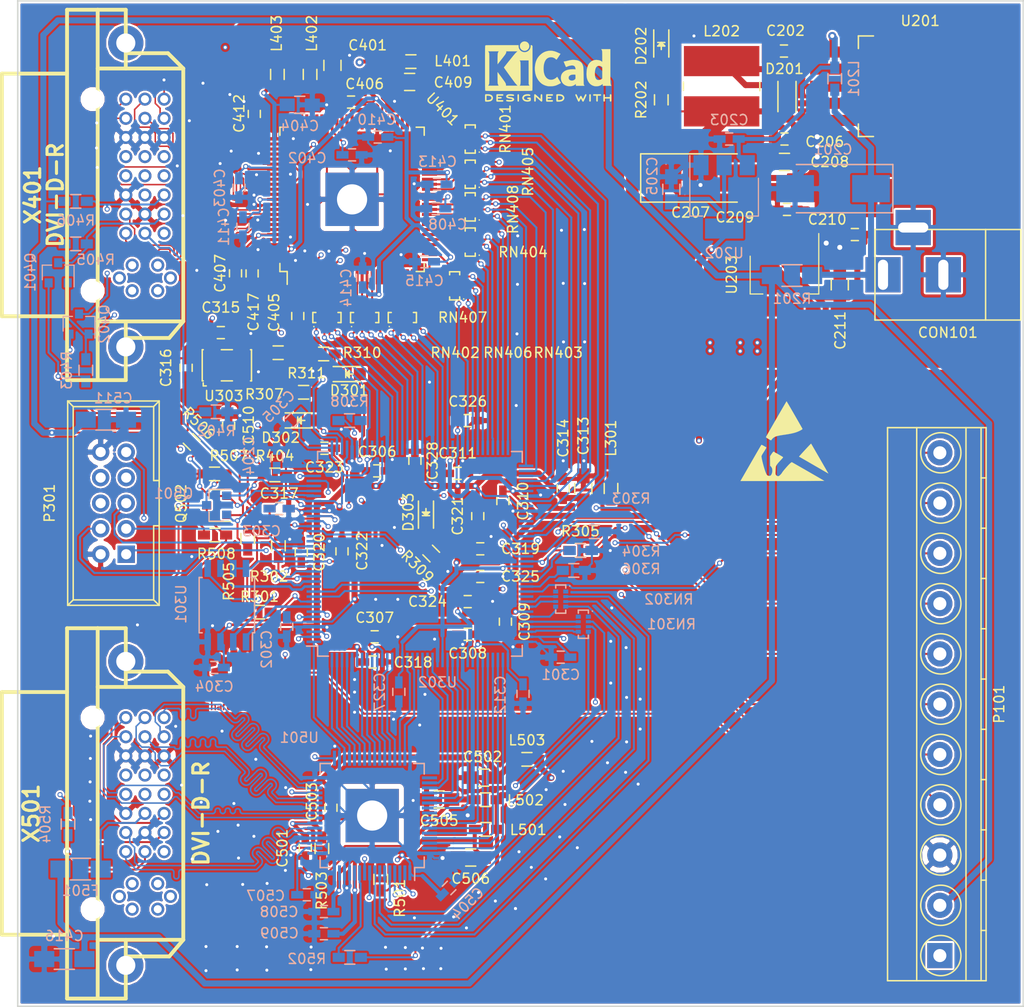
<source format=kicad_pcb>
(kicad_pcb (version 20160815) (host pcbnew "(2016-12-16 revision f631ae27b)-master")

  (general
    (links 478)
    (no_connects 0)
    (area 18.088499 19.924999 120.075001 120.075001)
    (thickness 1.6)
    (drawings 5)
    (tracks 4992)
    (zones 0)
    (modules 139)
    (nets 238)
  )

  (page A4)
  (layers
    (0 F.Cu signal)
    (1 In1.Cu signal)
    (2 In2.Cu signal)
    (31 B.Cu signal)
    (32 B.Adhes user)
    (33 F.Adhes user)
    (34 B.Paste user)
    (35 F.Paste user)
    (36 B.SilkS user)
    (37 F.SilkS user)
    (38 B.Mask user)
    (39 F.Mask user)
    (40 Dwgs.User user)
    (41 Cmts.User user)
    (42 Eco1.User user)
    (43 Eco2.User user)
    (44 Edge.Cuts user)
    (45 Margin user)
    (46 B.CrtYd user)
    (47 F.CrtYd user)
    (48 B.Fab user)
    (49 F.Fab user)
  )

  (setup
    (last_trace_width 0.2)
    (user_trace_width 0.15)
    (user_trace_width 0.2)
    (user_trace_width 0.4)
    (user_trace_width 0.6)
    (user_trace_width 1.5)
    (trace_clearance 0.152)
    (zone_clearance 0.2)
    (zone_45_only no)
    (trace_min 0.15)
    (segment_width 0.2)
    (edge_width 0.15)
    (via_size 0.5)
    (via_drill 0.3)
    (via_min_size 0.5)
    (via_min_drill 0.3)
    (user_via 0.5 0.3)
    (user_via 0.8 0.5)
    (uvia_size 0.3)
    (uvia_drill 0.1)
    (uvias_allowed no)
    (uvia_min_size 0.2)
    (uvia_min_drill 0.1)
    (pcb_text_width 0.3)
    (pcb_text_size 1.5 1.5)
    (mod_edge_width 0.15)
    (mod_text_size 1 1)
    (mod_text_width 0.15)
    (pad_size 3 3)
    (pad_drill 3)
    (pad_to_mask_clearance 0.2)
    (aux_axis_origin 0 0)
    (grid_origin 20 120.025)
    (visible_elements FFFFFFFF)
    (pcbplotparams
      (layerselection 0x010f0_ffffffff)
      (usegerberextensions false)
      (excludeedgelayer true)
      (linewidth 0.100000)
      (plotframeref false)
      (viasonmask false)
      (mode 1)
      (useauxorigin false)
      (hpglpennumber 1)
      (hpglpenspeed 20)
      (hpglpendiameter 15)
      (psnegative false)
      (psa4output false)
      (plotreference true)
      (plotvalue true)
      (plotinvisibletext false)
      (padsonsilk false)
      (subtractmaskfromsilk false)
      (outputformat 1)
      (mirror false)
      (drillshape 0)
      (scaleselection 1)
      (outputdirectory gerber/))
  )

  (net 0 "")
  (net 1 /power/VIN)
  (net 2 GND)
  (net 3 "Net-(C202-Pad2)")
  (net 4 +2V5)
  (net 5 +3V3)
  (net 6 +1V2)
  (net 7 +V_IO)
  (net 8 /dvi_out/TVDD)
  (net 9 "Net-(D201-Pad1)")
  (net 10 "Net-(D202-Pad2)")
  (net 11 "Net-(F501-Pad1)")
  (net 12 +5V)
  (net 13 /GPIO0)
  (net 14 /GPIO1)
  (net 15 /GPIO2)
  (net 16 /GPIO3)
  (net 17 /GPIO4)
  (net 18 /GPIO5)
  (net 19 /GPIO6)
  (net 20 /GPIO7)
  (net 21 "Net-(P301-Pad9)")
  (net 22 "Net-(P301-Pad8)")
  (net 23 "Net-(P301-Pad7)")
  (net 24 "Net-(P301-Pad6)")
  (net 25 "Net-(P301-Pad5)")
  (net 26 "Net-(P301-Pad3)")
  (net 27 "Net-(P301-Pad1)")
  (net 28 /dvi_in/DDCDAT_IN)
  (net 29 /dvi_in/DDCCLK_IN)
  (net 30 /dvi_out/DDCDAT)
  (net 31 /dvi_out/DDCCLK)
  (net 32 "Net-(R301-Pad1)")
  (net 33 "Net-(R302-Pad1)")
  (net 34 "Net-(R303-Pad1)")
  (net 35 "Net-(R304-Pad1)")
  (net 36 "Net-(R305-Pad1)")
  (net 37 "Net-(R306-Pad1)")
  (net 38 /fpga/CLK50)
  (net 39 "Net-(R307-Pad2)")
  (net 40 /dvi_out/TXCLK+)
  (net 41 "Net-(R308-Pad1)")
  (net 42 /fpga/CLKIN)
  (net 43 /dvi_in/HOTPLUG)
  (net 44 "Net-(R501-Pad1)")
  (net 45 /dvi_out/MSEN)
  (net 46 "Net-(R503-Pad2)")
  (net 47 /dvi_out/HOTPLUG)
  (net 48 "Net-(R504-Pad1)")
  (net 49 "Net-(RN301-Pad7)")
  (net 50 "Net-(RN301-Pad6)")
  (net 51 "Net-(RN301-Pad5)")
  (net 52 "Net-(RN301-Pad8)")
  (net 53 /dvi_out/CTL1)
  (net 54 /dvi_out/DE)
  (net 55 /dvi_out/VSYNC)
  (net 56 /dvi_out/HSYNC)
  (net 57 /dvi_out/CTL2)
  (net 58 /dvi_out/CTL3)
  (net 59 "Net-(RN302-Pad8)")
  (net 60 "Net-(RN302-Pad5)")
  (net 61 "Net-(RN302-Pad6)")
  (net 62 "Net-(RN302-Pad7)")
  (net 63 /dvi_in/DE)
  (net 64 /dvi_in/VSYNC)
  (net 65 /dvi_in/HSYNC)
  (net 66 "Net-(RN401-Pad4)")
  (net 67 "Net-(RN401-Pad8)")
  (net 68 "Net-(RN401-Pad5)")
  (net 69 "Net-(RN401-Pad6)")
  (net 70 "Net-(RN401-Pad7)")
  (net 71 "Net-(RN402-Pad7)")
  (net 72 "Net-(RN402-Pad6)")
  (net 73 "Net-(RN402-Pad5)")
  (net 74 "Net-(RN402-Pad8)")
  (net 75 /dvi_in/DATI3)
  (net 76 /dvi_in/DATI2)
  (net 77 /dvi_in/DATI1)
  (net 78 /dvi_in/DATI0)
  (net 79 "Net-(RN403-Pad7)")
  (net 80 "Net-(RN403-Pad6)")
  (net 81 "Net-(RN403-Pad5)")
  (net 82 "Net-(RN403-Pad8)")
  (net 83 /dvi_in/DATI11)
  (net 84 /dvi_in/DATI10)
  (net 85 /dvi_in/DATI9)
  (net 86 /dvi_in/DATI8)
  (net 87 "Net-(RN404-Pad7)")
  (net 88 "Net-(RN404-Pad6)")
  (net 89 "Net-(RN404-Pad5)")
  (net 90 "Net-(RN404-Pad8)")
  (net 91 /dvi_in/DATI19)
  (net 92 /dvi_in/DATI18)
  (net 93 /dvi_in/DATI17)
  (net 94 /dvi_in/DATI16)
  (net 95 "Net-(RN405-Pad7)")
  (net 96 "Net-(RN405-Pad6)")
  (net 97 "Net-(RN405-Pad5)")
  (net 98 "Net-(RN405-Pad8)")
  (net 99 /dvi_in/CTL3)
  (net 100 /dvi_in/CTL2)
  (net 101 /dvi_in/CTL1)
  (net 102 /dvi_in/DATI4)
  (net 103 /dvi_in/DATI5)
  (net 104 /dvi_in/DATI6)
  (net 105 /dvi_in/DATI7)
  (net 106 "Net-(RN406-Pad8)")
  (net 107 "Net-(RN406-Pad5)")
  (net 108 "Net-(RN406-Pad6)")
  (net 109 "Net-(RN406-Pad7)")
  (net 110 /dvi_in/DATI12)
  (net 111 /dvi_in/DATI13)
  (net 112 /dvi_in/DATI14)
  (net 113 /dvi_in/DATI15)
  (net 114 "Net-(RN407-Pad8)")
  (net 115 "Net-(RN407-Pad5)")
  (net 116 "Net-(RN407-Pad6)")
  (net 117 "Net-(RN407-Pad7)")
  (net 118 /dvi_in/DATI20)
  (net 119 /dvi_in/DATI21)
  (net 120 /dvi_in/DATI22)
  (net 121 /dvi_in/DATI23)
  (net 122 "Net-(RN408-Pad8)")
  (net 123 "Net-(RN408-Pad5)")
  (net 124 "Net-(RN408-Pad6)")
  (net 125 "Net-(RN408-Pad7)")
  (net 126 /dvi_out/DATO4)
  (net 127 /dvi_out/DATO5)
  (net 128 /dvi_out/DATO6)
  (net 129 /dvi_out/DATO7)
  (net 130 /dvi_out/DATO12)
  (net 131 /dvi_out/DATO13)
  (net 132 /dvi_out/DATO14)
  (net 133 /dvi_out/DATO15)
  (net 134 /dvi_out/DATO20)
  (net 135 /dvi_out/DATO21)
  (net 136 /dvi_out/DATO22)
  (net 137 /dvi_out/DATO23)
  (net 138 /dvi_out/DATO3)
  (net 139 /dvi_out/DATO2)
  (net 140 /dvi_out/DATO1)
  (net 141 /dvi_out/DATO0)
  (net 142 /dvi_out/DATO11)
  (net 143 /dvi_out/DATO10)
  (net 144 /dvi_out/DATO9)
  (net 145 /dvi_out/DATO8)
  (net 146 /dvi_out/DATO19)
  (net 147 /dvi_out/DATO18)
  (net 148 /dvi_out/DATO17)
  (net 149 /dvi_out/DATO16)
  (net 150 /fpga/DCLK)
  (net 151 /fpga/ASDI)
  (net 152 /fpga/DATA)
  (net 153 /fpga/nCS)
  (net 154 "Net-(U302-Pad127)")
  (net 155 /dvi_in/LINK_ACT)
  (net 156 /dvi_in/PDOWN)
  (net 157 /dvi_out/EDGE)
  (net 158 /dvi_out/DKEN)
  (net 159 "Net-(U303-Pad1)")
  (net 160 "Net-(U401-Pad96)")
  (net 161 /dvi_in/RxC-)
  (net 162 /dvi_in/RxC+)
  (net 163 /dvi_in/Rx0+)
  (net 164 /dvi_in/Rx1-)
  (net 165 /dvi_in/Rx1+)
  (net 166 /dvi_in/Rx2-)
  (net 167 /dvi_in/Rx2+)
  (net 168 "Net-(U401-Pad77)")
  (net 169 "Net-(U401-Pad75)")
  (net 170 "Net-(U401-Pad74)")
  (net 171 "Net-(U401-Pad73)")
  (net 172 "Net-(U401-Pad72)")
  (net 173 "Net-(U401-Pad71)")
  (net 174 "Net-(U401-Pad70)")
  (net 175 "Net-(U401-Pad69)")
  (net 176 "Net-(U401-Pad66)")
  (net 177 "Net-(U401-Pad65)")
  (net 178 "Net-(U401-Pad64)")
  (net 179 "Net-(U401-Pad63)")
  (net 180 "Net-(U401-Pad62)")
  (net 181 "Net-(U401-Pad61)")
  (net 182 "Net-(U401-Pad60)")
  (net 183 "Net-(U401-Pad59)")
  (net 184 "Net-(U401-Pad56)")
  (net 185 "Net-(U401-Pad55)")
  (net 186 "Net-(U401-Pad54)")
  (net 187 "Net-(U401-Pad53)")
  (net 188 "Net-(U401-Pad52)")
  (net 189 "Net-(U401-Pad51)")
  (net 190 "Net-(U401-Pad50)")
  (net 191 "Net-(U401-Pad49)")
  (net 192 "Net-(U501-Pad56)")
  (net 193 "Net-(U501-Pad49)")
  (net 194 /dvi_out/TX2+)
  (net 195 /dvi_out/TX2-)
  (net 196 /dvi_out/TX1+)
  (net 197 /dvi_out/TX1-)
  (net 198 /dvi_out/TX0+)
  (net 199 /dvi_out/TX0-)
  (net 200 /dvi_out/TXC+)
  (net 201 /dvi_out/TXC-)
  (net 202 "Net-(X401-Pad8)")
  (net 203 "Net-(X401-Pad21)")
  (net 204 "Net-(X401-Pad20)")
  (net 205 "Net-(X401-Pad14)")
  (net 206 "Net-(X401-Pad13)")
  (net 207 "Net-(X401-Pad12)")
  (net 208 "Net-(X401-Pad5)")
  (net 209 "Net-(X401-Pad4)")
  (net 210 "Net-(X501-Pad4)")
  (net 211 "Net-(X501-Pad5)")
  (net 212 "Net-(X501-Pad12)")
  (net 213 "Net-(X501-Pad13)")
  (net 214 "Net-(X501-Pad20)")
  (net 215 "Net-(X501-Pad21)")
  (net 216 "Net-(X501-Pad8)")
  (net 217 "Net-(D301-Pad2)")
  (net 218 "Net-(D302-Pad2)")
  (net 219 "Net-(D303-Pad2)")
  (net 220 /dvi_in/Rx0-)
  (net 221 "Net-(U302-Pad99)")
  (net 222 "Net-(U302-Pad84)")
  (net 223 "Net-(U302-Pad83)")
  (net 224 "Net-(RN302-Pad1)")
  (net 225 "Net-(D301-Pad1)")
  (net 226 "Net-(D302-Pad1)")
  (net 227 "Net-(D303-Pad1)")
  (net 228 "Net-(RN301-Pad1)")
  (net 229 /dvi_in/PVDD)
  (net 230 /dvi_in/DVDD)
  (net 231 /dvi_in/AVDD)
  (net 232 /dvi_out/DVDD)
  (net 233 /dvi_out/PVDD)
  (net 234 /dvi_out/DDCDAT_)
  (net 235 /dvi_out/DDCCLK_)
  (net 236 /dvi_in/DDCDAT_)
  (net 237 /dvi_in/DDCCLK_)

  (net_class Default "This is the default net class."
    (clearance 0.152)
    (trace_width 0.2)
    (via_dia 0.5)
    (via_drill 0.3)
    (uvia_dia 0.3)
    (uvia_drill 0.1)
    (diff_pair_gap 0.25)
    (diff_pair_width 0.2)
    (add_net +1V2)
    (add_net +2V5)
    (add_net +3V3)
    (add_net +5V)
    (add_net +V_IO)
    (add_net /GPIO0)
    (add_net /GPIO1)
    (add_net /GPIO2)
    (add_net /GPIO3)
    (add_net /GPIO4)
    (add_net /GPIO5)
    (add_net /GPIO6)
    (add_net /GPIO7)
    (add_net /dvi_in/AVDD)
    (add_net /dvi_in/CTL1)
    (add_net /dvi_in/CTL2)
    (add_net /dvi_in/CTL3)
    (add_net /dvi_in/DATI0)
    (add_net /dvi_in/DATI1)
    (add_net /dvi_in/DATI10)
    (add_net /dvi_in/DATI11)
    (add_net /dvi_in/DATI12)
    (add_net /dvi_in/DATI13)
    (add_net /dvi_in/DATI14)
    (add_net /dvi_in/DATI15)
    (add_net /dvi_in/DATI16)
    (add_net /dvi_in/DATI17)
    (add_net /dvi_in/DATI18)
    (add_net /dvi_in/DATI19)
    (add_net /dvi_in/DATI2)
    (add_net /dvi_in/DATI20)
    (add_net /dvi_in/DATI21)
    (add_net /dvi_in/DATI22)
    (add_net /dvi_in/DATI23)
    (add_net /dvi_in/DATI3)
    (add_net /dvi_in/DATI4)
    (add_net /dvi_in/DATI5)
    (add_net /dvi_in/DATI6)
    (add_net /dvi_in/DATI7)
    (add_net /dvi_in/DATI8)
    (add_net /dvi_in/DATI9)
    (add_net /dvi_in/DDCCLK_)
    (add_net /dvi_in/DDCCLK_IN)
    (add_net /dvi_in/DDCDAT_)
    (add_net /dvi_in/DDCDAT_IN)
    (add_net /dvi_in/DE)
    (add_net /dvi_in/DVDD)
    (add_net /dvi_in/HOTPLUG)
    (add_net /dvi_in/HSYNC)
    (add_net /dvi_in/LINK_ACT)
    (add_net /dvi_in/PDOWN)
    (add_net /dvi_in/PVDD)
    (add_net /dvi_in/Rx0+)
    (add_net /dvi_in/Rx0-)
    (add_net /dvi_in/Rx1+)
    (add_net /dvi_in/Rx1-)
    (add_net /dvi_in/Rx2+)
    (add_net /dvi_in/Rx2-)
    (add_net /dvi_in/RxC+)
    (add_net /dvi_in/RxC-)
    (add_net /dvi_in/VSYNC)
    (add_net /dvi_out/CTL1)
    (add_net /dvi_out/CTL2)
    (add_net /dvi_out/CTL3)
    (add_net /dvi_out/DATO0)
    (add_net /dvi_out/DATO1)
    (add_net /dvi_out/DATO10)
    (add_net /dvi_out/DATO11)
    (add_net /dvi_out/DATO12)
    (add_net /dvi_out/DATO13)
    (add_net /dvi_out/DATO14)
    (add_net /dvi_out/DATO15)
    (add_net /dvi_out/DATO16)
    (add_net /dvi_out/DATO17)
    (add_net /dvi_out/DATO18)
    (add_net /dvi_out/DATO19)
    (add_net /dvi_out/DATO2)
    (add_net /dvi_out/DATO20)
    (add_net /dvi_out/DATO21)
    (add_net /dvi_out/DATO22)
    (add_net /dvi_out/DATO23)
    (add_net /dvi_out/DATO3)
    (add_net /dvi_out/DATO4)
    (add_net /dvi_out/DATO5)
    (add_net /dvi_out/DATO6)
    (add_net /dvi_out/DATO7)
    (add_net /dvi_out/DATO8)
    (add_net /dvi_out/DATO9)
    (add_net /dvi_out/DDCCLK)
    (add_net /dvi_out/DDCCLK_)
    (add_net /dvi_out/DDCDAT)
    (add_net /dvi_out/DDCDAT_)
    (add_net /dvi_out/DE)
    (add_net /dvi_out/DKEN)
    (add_net /dvi_out/DVDD)
    (add_net /dvi_out/EDGE)
    (add_net /dvi_out/HOTPLUG)
    (add_net /dvi_out/HSYNC)
    (add_net /dvi_out/MSEN)
    (add_net /dvi_out/PVDD)
    (add_net /dvi_out/TVDD)
    (add_net /dvi_out/TX0+)
    (add_net /dvi_out/TX0-)
    (add_net /dvi_out/TX1+)
    (add_net /dvi_out/TX1-)
    (add_net /dvi_out/TX2+)
    (add_net /dvi_out/TX2-)
    (add_net /dvi_out/TXC+)
    (add_net /dvi_out/TXC-)
    (add_net /dvi_out/TXCLK+)
    (add_net /dvi_out/VSYNC)
    (add_net /fpga/ASDI)
    (add_net /fpga/CLK50)
    (add_net /fpga/CLKIN)
    (add_net /fpga/DATA)
    (add_net /fpga/DCLK)
    (add_net /fpga/nCS)
    (add_net /power/VIN)
    (add_net GND)
    (add_net "Net-(C202-Pad2)")
    (add_net "Net-(D201-Pad1)")
    (add_net "Net-(D202-Pad2)")
    (add_net "Net-(D301-Pad1)")
    (add_net "Net-(D301-Pad2)")
    (add_net "Net-(D302-Pad1)")
    (add_net "Net-(D302-Pad2)")
    (add_net "Net-(D303-Pad1)")
    (add_net "Net-(D303-Pad2)")
    (add_net "Net-(F501-Pad1)")
    (add_net "Net-(P301-Pad1)")
    (add_net "Net-(P301-Pad3)")
    (add_net "Net-(P301-Pad5)")
    (add_net "Net-(P301-Pad6)")
    (add_net "Net-(P301-Pad7)")
    (add_net "Net-(P301-Pad8)")
    (add_net "Net-(P301-Pad9)")
    (add_net "Net-(R301-Pad1)")
    (add_net "Net-(R302-Pad1)")
    (add_net "Net-(R303-Pad1)")
    (add_net "Net-(R304-Pad1)")
    (add_net "Net-(R305-Pad1)")
    (add_net "Net-(R306-Pad1)")
    (add_net "Net-(R307-Pad2)")
    (add_net "Net-(R308-Pad1)")
    (add_net "Net-(R501-Pad1)")
    (add_net "Net-(R503-Pad2)")
    (add_net "Net-(R504-Pad1)")
    (add_net "Net-(RN301-Pad1)")
    (add_net "Net-(RN301-Pad5)")
    (add_net "Net-(RN301-Pad6)")
    (add_net "Net-(RN301-Pad7)")
    (add_net "Net-(RN301-Pad8)")
    (add_net "Net-(RN302-Pad1)")
    (add_net "Net-(RN302-Pad5)")
    (add_net "Net-(RN302-Pad6)")
    (add_net "Net-(RN302-Pad7)")
    (add_net "Net-(RN302-Pad8)")
    (add_net "Net-(RN401-Pad4)")
    (add_net "Net-(RN401-Pad5)")
    (add_net "Net-(RN401-Pad6)")
    (add_net "Net-(RN401-Pad7)")
    (add_net "Net-(RN401-Pad8)")
    (add_net "Net-(RN402-Pad5)")
    (add_net "Net-(RN402-Pad6)")
    (add_net "Net-(RN402-Pad7)")
    (add_net "Net-(RN402-Pad8)")
    (add_net "Net-(RN403-Pad5)")
    (add_net "Net-(RN403-Pad6)")
    (add_net "Net-(RN403-Pad7)")
    (add_net "Net-(RN403-Pad8)")
    (add_net "Net-(RN404-Pad5)")
    (add_net "Net-(RN404-Pad6)")
    (add_net "Net-(RN404-Pad7)")
    (add_net "Net-(RN404-Pad8)")
    (add_net "Net-(RN405-Pad5)")
    (add_net "Net-(RN405-Pad6)")
    (add_net "Net-(RN405-Pad7)")
    (add_net "Net-(RN405-Pad8)")
    (add_net "Net-(RN406-Pad5)")
    (add_net "Net-(RN406-Pad6)")
    (add_net "Net-(RN406-Pad7)")
    (add_net "Net-(RN406-Pad8)")
    (add_net "Net-(RN407-Pad5)")
    (add_net "Net-(RN407-Pad6)")
    (add_net "Net-(RN407-Pad7)")
    (add_net "Net-(RN407-Pad8)")
    (add_net "Net-(RN408-Pad5)")
    (add_net "Net-(RN408-Pad6)")
    (add_net "Net-(RN408-Pad7)")
    (add_net "Net-(RN408-Pad8)")
    (add_net "Net-(U302-Pad127)")
    (add_net "Net-(U302-Pad83)")
    (add_net "Net-(U302-Pad84)")
    (add_net "Net-(U302-Pad99)")
    (add_net "Net-(U303-Pad1)")
    (add_net "Net-(U401-Pad49)")
    (add_net "Net-(U401-Pad50)")
    (add_net "Net-(U401-Pad51)")
    (add_net "Net-(U401-Pad52)")
    (add_net "Net-(U401-Pad53)")
    (add_net "Net-(U401-Pad54)")
    (add_net "Net-(U401-Pad55)")
    (add_net "Net-(U401-Pad56)")
    (add_net "Net-(U401-Pad59)")
    (add_net "Net-(U401-Pad60)")
    (add_net "Net-(U401-Pad61)")
    (add_net "Net-(U401-Pad62)")
    (add_net "Net-(U401-Pad63)")
    (add_net "Net-(U401-Pad64)")
    (add_net "Net-(U401-Pad65)")
    (add_net "Net-(U401-Pad66)")
    (add_net "Net-(U401-Pad69)")
    (add_net "Net-(U401-Pad70)")
    (add_net "Net-(U401-Pad71)")
    (add_net "Net-(U401-Pad72)")
    (add_net "Net-(U401-Pad73)")
    (add_net "Net-(U401-Pad74)")
    (add_net "Net-(U401-Pad75)")
    (add_net "Net-(U401-Pad77)")
    (add_net "Net-(U401-Pad96)")
    (add_net "Net-(U501-Pad49)")
    (add_net "Net-(U501-Pad56)")
    (add_net "Net-(X401-Pad12)")
    (add_net "Net-(X401-Pad13)")
    (add_net "Net-(X401-Pad14)")
    (add_net "Net-(X401-Pad20)")
    (add_net "Net-(X401-Pad21)")
    (add_net "Net-(X401-Pad4)")
    (add_net "Net-(X401-Pad5)")
    (add_net "Net-(X401-Pad8)")
    (add_net "Net-(X501-Pad12)")
    (add_net "Net-(X501-Pad13)")
    (add_net "Net-(X501-Pad20)")
    (add_net "Net-(X501-Pad21)")
    (add_net "Net-(X501-Pad4)")
    (add_net "Net-(X501-Pad5)")
    (add_net "Net-(X501-Pad8)")
  )

  (module Capacitors_Tantalum_SMD:Tantalum_Case-D_EIA-7343-31_Hand (layer F.Cu) (tedit 57B6E980) (tstamp 586EAA66)
    (at 87.9 37.625)
    (descr "Tantalum capacitor, Case D, EIA 7343-31, 7.3x4.3x2.8mm, Hand soldering footprint")
    (tags "capacitor tantalum smd")
    (path /5839A46D/5839CB5E)
    (attr smd)
    (fp_text reference C207 (at -0.99 3.43) (layer F.SilkS)
      (effects (font (size 1 1) (thickness 0.15)))
    )
    (fp_text value 100u (at 0 3.9) (layer F.Fab)
      (effects (font (size 1 1) (thickness 0.15)))
    )
    (fp_line (start -6.05 -2.5) (end -6.05 2.5) (layer F.CrtYd) (width 0.05))
    (fp_line (start -6.05 2.5) (end 6.05 2.5) (layer F.CrtYd) (width 0.05))
    (fp_line (start 6.05 2.5) (end 6.05 -2.5) (layer F.CrtYd) (width 0.05))
    (fp_line (start 6.05 -2.5) (end -6.05 -2.5) (layer F.CrtYd) (width 0.05))
    (fp_line (start -3.65 -2.15) (end -3.65 2.15) (layer F.Fab) (width 0.15))
    (fp_line (start -3.65 2.15) (end 3.65 2.15) (layer F.Fab) (width 0.15))
    (fp_line (start 3.65 2.15) (end 3.65 -2.15) (layer F.Fab) (width 0.15))
    (fp_line (start 3.65 -2.15) (end -3.65 -2.15) (layer F.Fab) (width 0.15))
    (fp_line (start -2.92 -2.15) (end -2.92 2.15) (layer F.Fab) (width 0.15))
    (fp_line (start -2.555 -2.15) (end -2.555 2.15) (layer F.Fab) (width 0.15))
    (fp_line (start -5.95 -2.4) (end 3.65 -2.4) (layer F.SilkS) (width 0.15))
    (fp_line (start -5.95 2.4) (end 3.65 2.4) (layer F.SilkS) (width 0.15))
    (fp_line (start -5.95 -2.4) (end -5.95 2.4) (layer F.SilkS) (width 0.15))
    (pad 1 smd rect (at -3.775 0) (size 3.75 2.7) (layers F.Cu F.Paste F.Mask)
      (net 5 +3V3))
    (pad 2 smd rect (at 3.775 0) (size 3.75 2.7) (layers F.Cu F.Paste F.Mask)
      (net 2 GND))
    (model Capacitors_Tantalum_SMD.3dshapes/Tantalum_Case-D_EIA-7343-31.wrl
      (at (xyz 0 0 0))
      (scale (xyz 1 1 1))
      (rotate (xyz 0 0 0))
    )
  )

  (module artwork:shimatta_std (layer F.Cu) (tedit 0) (tstamp 58695997)
    (at 89.5 112.525)
    (fp_text reference G*** (at 0 0) (layer F.SilkS) hide
      (effects (font (thickness 0.3)))
    )
    (fp_text value LOGO (at 0.75 0) (layer F.SilkS) hide
      (effects (font (thickness 0.3)))
    )
    (fp_poly (pts (xy 10.868794 -0.34663) (xy 10.940082 -0.344725) (xy 11.001581 -0.340759) (xy 11.054456 -0.334558)
      (xy 11.099874 -0.325943) (xy 11.138999 -0.314739) (xy 11.172997 -0.300768) (xy 11.203034 -0.283854)
      (xy 11.230276 -0.263821) (xy 11.255887 -0.240491) (xy 11.256462 -0.239919) (xy 11.289334 -0.201111)
      (xy 11.312259 -0.15891) (xy 11.326574 -0.110035) (xy 11.333618 -0.05121) (xy 11.333643 -0.0508)
      (xy 11.332569 0.023291) (xy 11.320361 0.089289) (xy 11.297275 0.146655) (xy 11.263566 0.19485)
      (xy 11.219491 0.233333) (xy 11.190884 0.250184) (xy 11.170271 0.260221) (xy 11.150623 0.268525)
      (xy 11.130272 0.275304) (xy 11.107549 0.280766) (xy 11.080783 0.285117) (xy 11.048306 0.288565)
      (xy 11.008448 0.291317) (xy 10.959541 0.29358) (xy 10.899914 0.295563) (xy 10.827899 0.297472)
      (xy 10.805885 0.298007) (xy 10.501253 0.308642) (xy 10.207708 0.325718) (xy 9.923258 0.349393)
      (xy 9.645907 0.379823) (xy 9.470624 0.402998) (xy 9.411807 0.410902) (xy 9.364278 0.416192)
      (xy 9.325062 0.418954) (xy 9.291185 0.41927) (xy 9.259672 0.417223) (xy 9.227549 0.412897)
      (xy 9.212169 0.410241) (xy 9.144467 0.392017) (xy 9.087321 0.363849) (xy 9.040745 0.325747)
      (xy 9.004755 0.277724) (xy 8.992925 0.254871) (xy 8.980849 0.218141) (xy 8.973005 0.172373)
      (xy 8.969757 0.122517) (xy 8.971468 0.073524) (xy 8.976926 0.037019) (xy 8.997827 -0.025291)
      (xy 9.0312 -0.080963) (xy 9.075937 -0.128488) (xy 9.122686 -0.16171) (xy 9.147207 -0.17458)
      (xy 9.175393 -0.186432) (xy 9.208483 -0.197521) (xy 9.247713 -0.208107) (xy 9.294321 -0.218445)
      (xy 9.349544 -0.228794) (xy 9.414619 -0.23941) (xy 9.490782 -0.250551) (xy 9.579273 -0.262474)
      (xy 9.652 -0.271774) (xy 9.800914 -0.289224) (xy 9.950405 -0.304133) (xy 10.103324 -0.316716)
      (xy 10.262527 -0.327186) (xy 10.430867 -0.335758) (xy 10.584543 -0.341755) (xy 10.69219 -0.344969)
      (xy 10.786552 -0.346653) (xy 10.868794 -0.34663)) (layer F.Mask) (width 0.01))
    (fp_poly (pts (xy 3.280686 -0.880939) (xy 3.34556 -0.879771) (xy 3.402872 -0.877617) (xy 3.449973 -0.87446)
      (xy 3.472543 -0.872037) (xy 3.61367 -0.849571) (xy 3.744701 -0.82007) (xy 3.868701 -0.782621)
      (xy 3.988736 -0.73631) (xy 4.096467 -0.686017) (xy 4.193868 -0.632986) (xy 4.288297 -0.574006)
      (xy 4.3772 -0.510941) (xy 4.458022 -0.445653) (xy 4.528209 -0.380007) (xy 4.555365 -0.351156)
      (xy 4.639992 -0.246318) (xy 4.713364 -0.13273) (xy 4.774921 -0.011455) (xy 4.824102 0.116443)
      (xy 4.850885 0.209423) (xy 4.879181 0.347701) (xy 4.896607 0.490707) (xy 4.903125 0.635529)
      (xy 4.898699 0.779253) (xy 4.88329 0.918966) (xy 4.861451 1.032728) (xy 4.824346 1.160933)
      (xy 4.77372 1.287533) (xy 4.710565 1.41087) (xy 4.635874 1.529285) (xy 4.550639 1.641117)
      (xy 4.455854 1.744709) (xy 4.40832 1.79005) (xy 4.299338 1.882172) (xy 4.177612 1.971762)
      (xy 4.04482 2.057926) (xy 3.902638 2.139772) (xy 3.752745 2.216408) (xy 3.596818 2.286942)
      (xy 3.436534 2.350482) (xy 3.27357 2.406135) (xy 3.218543 2.422898) (xy 3.139899 2.444368)
      (xy 3.049468 2.466013) (xy 2.949959 2.487315) (xy 2.844082 2.507761) (xy 2.734547 2.526832)
      (xy 2.624065 2.544015) (xy 2.515345 2.558792) (xy 2.485571 2.56243) (xy 2.428012 2.568359)
      (xy 2.365313 2.573218) (xy 2.299907 2.576957) (xy 2.234229 2.579525) (xy 2.17071 2.580872)
      (xy 2.111786 2.580947) (xy 2.05989 2.579698) (xy 2.017454 2.577077) (xy 1.986913 2.573032)
      (xy 1.985844 2.572813) (xy 1.91558 2.552339) (xy 1.8565 2.522842) (xy 1.808841 2.484627)
      (xy 1.772841 2.437998) (xy 1.748736 2.38326) (xy 1.736764 2.320717) (xy 1.736929 2.253327)
      (xy 1.748307 2.186275) (xy 1.77048 2.128668) (xy 1.803758 2.079916) (xy 1.848452 2.039427)
      (xy 1.849677 2.038544) (xy 1.877767 2.020506) (xy 1.908228 2.005555) (xy 1.943115 1.993169)
      (xy 1.984481 1.982826) (xy 2.034379 1.974007) (xy 2.094863 1.966188) (xy 2.161084 1.959481)
      (xy 2.311846 1.944454) (xy 2.450169 1.928139) (xy 2.578102 1.910074) (xy 2.697697 1.889796)
      (xy 2.811005 1.866842) (xy 2.920076 1.84075) (xy 3.026962 1.811058) (xy 3.133714 1.777303)
      (xy 3.242382 1.739022) (xy 3.355017 1.695754) (xy 3.386254 1.683205) (xy 3.439042 1.660814)
      (xy 3.498085 1.634078) (xy 3.560068 1.604637) (xy 3.621674 1.574131) (xy 3.679588 1.5442)
      (xy 3.730494 1.516484) (xy 3.76929 1.493734) (xy 3.863531 1.428613) (xy 3.952139 1.353949)
      (xy 4.033116 1.271853) (xy 4.104465 1.184435) (xy 4.16419 1.093803) (xy 4.186568 1.052873)
      (xy 4.225348 0.967344) (xy 4.253373 0.882119) (xy 4.271449 0.793702) (xy 4.280379 0.698597)
      (xy 4.281685 0.639641) (xy 4.277001 0.527464) (xy 4.262763 0.425302) (xy 4.238591 0.331924)
      (xy 4.204105 0.2461) (xy 4.158926 0.166599) (xy 4.119 0.11188) (xy 4.060291 0.048463)
      (xy 3.988142 -0.012032) (xy 3.902275 -0.06981) (xy 3.802411 -0.125073) (xy 3.778387 -0.136985)
      (xy 3.681686 -0.179417) (xy 3.583439 -0.212975) (xy 3.48168 -0.237992) (xy 3.374444 -0.254803)
      (xy 3.259766 -0.263742) (xy 3.13568 -0.265143) (xy 3.043531 -0.261888) (xy 2.888029 -0.251649)
      (xy 2.734088 -0.236994) (xy 2.580213 -0.217612) (xy 2.424912 -0.193189) (xy 2.26669 -0.163413)
      (xy 2.104054 -0.127969) (xy 1.93551 -0.086547) (xy 1.759564 -0.038832) (xy 1.574722 0.015488)
      (xy 1.379491 0.076726) (xy 1.29428 0.104504) (xy 1.212487 0.131377) (xy 1.14306 0.153997)
      (xy 1.08461 0.172751) (xy 1.035751 0.188021) (xy 0.995094 0.200194) (xy 0.961252 0.209655)
      (xy 0.932836 0.216787) (xy 0.908459 0.221977) (xy 0.886733 0.225608) (xy 0.86627 0.228067)
      (xy 0.845683 0.229737) (xy 0.841828 0.229985) (xy 0.770694 0.22918) (xy 0.705988 0.217912)
      (xy 0.648912 0.196762) (xy 0.60067 0.166307) (xy 0.562463 0.127129) (xy 0.536857 0.083059)
      (xy 0.516575 0.01964) (xy 0.509485 -0.04353) (xy 0.515258 -0.10471) (xy 0.533566 -0.162158)
      (xy 0.564078 -0.214131) (xy 0.6005 -0.25372) (xy 0.627556 -0.275729) (xy 0.658526 -0.29656)
      (xy 0.694993 -0.316941) (xy 0.738543 -0.337601) (xy 0.790758 -0.359268) (xy 0.853223 -0.382671)
      (xy 0.927522 -0.40854) (xy 0.962785 -0.420363) (xy 1.235996 -0.508259) (xy 1.498548 -0.586824)
      (xy 1.750821 -0.656148) (xy 1.993199 -0.71632) (xy 2.226063 -0.767428) (xy 2.449796 -0.809563)
      (xy 2.664779 -0.842814) (xy 2.871395 -0.86727) (xy 2.881085 -0.868221) (xy 2.935666 -0.872605)
      (xy 2.998589 -0.876105) (xy 3.067203 -0.878706) (xy 3.138857 -0.88039) (xy 3.210902 -0.88114)
      (xy 3.280686 -0.880939)) (layer F.Mask) (width 0.01))
    (fp_poly (pts (xy 9.003608 1.085203) (xy 9.056887 1.097351) (xy 9.102289 1.118483) (xy 9.136442 1.144109)
      (xy 9.162501 1.170161) (xy 9.183639 1.197962) (xy 9.200436 1.229422) (xy 9.213471 1.266452)
      (xy 9.223323 1.310961) (xy 9.230572 1.364858) (xy 9.235796 1.430055) (xy 9.238428 1.480457)
      (xy 9.242463 1.556719) (xy 9.247451 1.620598) (xy 9.253768 1.674212) (xy 9.261789 1.719683)
      (xy 9.27189 1.759128) (xy 9.284448 1.794667) (xy 9.299837 1.828421) (xy 9.300281 1.8293)
      (xy 9.32368 1.861058) (xy 9.36009 1.889396) (xy 9.409773 1.914428) (xy 9.472988 1.936271)
      (xy 9.549997 1.955039) (xy 9.608457 1.96579) (xy 9.659854 1.973801) (xy 9.709141 1.980441)
      (xy 9.758607 1.98587) (xy 9.810543 1.990245) (xy 9.86724 1.993727) (xy 9.930987 1.996474)
      (xy 10.004074 1.998645) (xy 10.088793 2.000399) (xy 10.112828 2.000803) (xy 10.344931 2.000686)
      (xy 10.574631 1.992926) (xy 10.799511 1.977698) (xy 11.017155 1.955179) (xy 11.225147 1.925543)
      (xy 11.283945 1.915532) (xy 11.323332 1.909019) (xy 11.353394 1.905485) (xy 11.37896 1.904703)
      (xy 11.404859 1.906445) (xy 11.424674 1.908893) (xy 11.494816 1.923371) (xy 11.553352 1.946196)
      (xy 11.600789 1.977718) (xy 11.637635 2.018289) (xy 11.664396 2.068258) (xy 11.667708 2.076961)
      (xy 11.674691 2.105256) (xy 11.679662 2.14325) (xy 11.682423 2.186242) (xy 11.682775 2.229529)
      (xy 11.680518 2.26841) (xy 11.676827 2.29262) (xy 11.655383 2.357769) (xy 11.621693 2.415438)
      (xy 11.576172 2.465251) (xy 11.51923 2.506833) (xy 11.451281 2.539807) (xy 11.381702 2.561655)
      (xy 11.342402 2.569881) (xy 11.29029 2.578484) (xy 11.227059 2.587284) (xy 11.154403 2.596097)
      (xy 11.074012 2.604743) (xy 10.987579 2.61304) (xy 10.896797 2.620806) (xy 10.803359 2.62786)
      (xy 10.708955 2.634021) (xy 10.705281 2.63424) (xy 10.652261 2.63689) (xy 10.589033 2.639219)
      (xy 10.517978 2.641203) (xy 10.441476 2.642822) (xy 10.36191 2.644053) (xy 10.281658 2.644874)
      (xy 10.203102 2.645263) (xy 10.128622 2.645198) (xy 10.0606 2.644658) (xy 10.001415 2.643619)
      (xy 9.953449 2.64206) (xy 9.938657 2.641327) (xy 9.768481 2.628296) (xy 9.611394 2.609042)
      (xy 9.467369 2.583557) (xy 9.336381 2.551835) (xy 9.218402 2.51387) (xy 9.113406 2.469654)
      (xy 9.021367 2.419181) (xy 8.998233 2.404142) (xy 8.936306 2.355572) (xy 8.876387 2.295797)
      (xy 8.821128 2.228111) (xy 8.77318 2.155807) (xy 8.735198 2.08218) (xy 8.730868 2.072055)
      (xy 8.707215 2.00826) (xy 8.685371 1.936098) (xy 8.66712 1.861716) (xy 8.660844 1.8307)
      (xy 8.655793 1.795362) (xy 8.651582 1.749235) (xy 8.648253 1.695121) (xy 8.645849 1.635825)
      (xy 8.644412 1.574151) (xy 8.643985 1.512901) (xy 8.64461 1.45488) (xy 8.646328 1.402892)
      (xy 8.649184 1.359739) (xy 8.653218 1.328227) (xy 8.65325 1.328057) (xy 8.671645 1.258488)
      (xy 8.698511 1.200675) (xy 8.734046 1.154447) (xy 8.778447 1.119634) (xy 8.831912 1.096067)
      (xy 8.894638 1.083576) (xy 8.940188 1.081315) (xy 9.003608 1.085203)) (layer F.Mask) (width 0.01))
    (fp_poly (pts (xy -11.3068 -2.522042) (xy -11.243523 -2.508415) (xy -11.18998 -2.484867) (xy -11.145174 -2.450712)
      (xy -11.108109 -2.405266) (xy -11.077788 -2.347845) (xy -11.062557 -2.307771) (xy -11.061106 -2.303062)
      (xy -11.05976 -2.297493) (xy -11.058513 -2.290514) (xy -11.057361 -2.281571) (xy -11.056298 -2.270114)
      (xy -11.055319 -2.255589) (xy -11.054417 -2.237446) (xy -11.053589 -2.215132) (xy -11.052827 -2.188096)
      (xy -11.052128 -2.155784) (xy -11.051485 -2.117645) (xy -11.050893 -2.073128) (xy -11.050346 -2.02168)
      (xy -11.04984 -1.962749) (xy -11.049369 -1.895784) (xy -11.048927 -1.820232) (xy -11.048509 -1.735541)
      (xy -11.04811 -1.64116) (xy -11.047724 -1.536535) (xy -11.047346 -1.421117) (xy -11.04697 -1.294351)
      (xy -11.046591 -1.155687) (xy -11.046203 -1.004573) (xy -11.045802 -0.840455) (xy -11.045381 -0.662784)
      (xy -11.045055 -0.522514) (xy -11.044621 -0.331929) (xy -11.044228 -0.155283) (xy -11.043859 0.008)
      (xy -11.043503 0.158496) (xy -11.043145 0.296779) (xy -11.042771 0.423427) (xy -11.042368 0.539013)
      (xy -11.041921 0.644114) (xy -11.041417 0.739305) (xy -11.040843 0.825162) (xy -11.040184 0.90226)
      (xy -11.039426 0.971175) (xy -11.038556 1.032482) (xy -11.037561 1.086757) (xy -11.036425 1.134576)
      (xy -11.035136 1.176514) (xy -11.033679 1.213146) (xy -11.032041 1.245049) (xy -11.030209 1.272797)
      (xy -11.028167 1.296966) (xy -11.025903 1.318133) (xy -11.023403 1.336871) (xy -11.020653 1.353757)
      (xy -11.017638 1.369367) (xy -11.014346 1.384276) (xy -11.010763 1.399059) (xy -11.006874 1.414293)
      (xy -11.002666 1.430552) (xy -10.998125 1.448412) (xy -10.997798 1.449724) (xy -10.964594 1.558686)
      (xy -10.922022 1.656604) (xy -10.87005 1.743504) (xy -10.808644 1.819409) (xy -10.737771 1.884342)
      (xy -10.6574 1.938328) (xy -10.567497 1.98139) (xy -10.468029 2.013553) (xy -10.358964 2.03484)
      (xy -10.24027 2.045275) (xy -10.18084 2.046437) (xy -10.02365 2.040231) (xy -9.8725 2.021965)
      (xy -9.72797 1.991807) (xy -9.590642 1.949924) (xy -9.461096 1.896487) (xy -9.339913 1.831662)
      (xy -9.260323 1.779565) (xy -9.187902 1.722827) (xy -9.111738 1.652849) (xy -9.032329 1.570273)
      (xy -8.950172 1.475739) (xy -8.865765 1.369888) (xy -8.779606 1.253362) (xy -8.692193 1.126801)
      (xy -8.604024 0.990846) (xy -8.515598 0.846139) (xy -8.456603 0.744866) (xy -8.420295 0.681984)
      (xy -8.389599 0.630434) (xy -8.363414 0.588677) (xy -8.340642 0.555175) (xy -8.320185 0.52839)
      (xy -8.300944 0.506783) (xy -8.28182 0.488815) (xy -8.263208 0.474045) (xy -8.214168 0.444068)
      (xy -8.164588 0.42726) (xy -8.110878 0.422597) (xy -8.087241 0.423921) (xy -8.016328 0.43535)
      (xy -7.956351 0.456006) (xy -7.906749 0.48626) (xy -7.866959 0.526481) (xy -7.836418 0.57704)
      (xy -7.82912 0.593917) (xy -7.822484 0.612165) (xy -7.817901 0.630107) (xy -7.815007 0.650993)
      (xy -7.813441 0.678075) (xy -7.812837 0.714605) (xy -7.812785 0.740229) (xy -7.813068 0.783475)
      (xy -7.814142 0.815935) (xy -7.816453 0.841334) (xy -7.820449 0.863396) (xy -7.826575 0.885845)
      (xy -7.832408 0.903897) (xy -7.851583 0.954021) (xy -7.878322 1.012108) (xy -7.912937 1.078718)
      (xy -7.95574 1.154407) (xy -8.007042 1.239733) (xy -8.067153 1.335253) (xy -8.111874 1.404257)
      (xy -8.184605 1.512428) (xy -8.259972 1.618994) (xy -8.336751 1.722437) (xy -8.413714 1.821243)
      (xy -8.489636 1.913893) (xy -8.563289 1.998871) (xy -8.633448 2.07466) (xy -8.698886 2.139743)
      (xy -8.728507 2.166955) (xy -8.860206 2.275387) (xy -8.997401 2.370806) (xy -9.140585 2.453429)
      (xy -9.290251 2.523473) (xy -9.446893 2.581154) (xy -9.611006 2.626689) (xy -9.783083 2.660295)
      (xy -9.884229 2.674116) (xy -9.919679 2.67748) (xy -9.965044 2.680623) (xy -10.01747 2.683457)
      (xy -10.074102 2.685893) (xy -10.132084 2.687841) (xy -10.188562 2.689214) (xy -10.240682 2.689922)
      (xy -10.285588 2.689876) (xy -10.320426 2.688988) (xy -10.334172 2.688116) (xy -10.416848 2.680487)
      (xy -10.487731 2.672889) (xy -10.549531 2.664887) (xy -10.604963 2.656048) (xy -10.656738 2.645936)
      (xy -10.70757 2.634117) (xy -10.76017 2.620157) (xy -10.762343 2.61955) (xy -10.895114 2.575667)
      (xy -11.018016 2.521153) (xy -11.131009 2.456059) (xy -11.234049 2.380436) (xy -11.327095 2.294335)
      (xy -11.410105 2.197808) (xy -11.483037 2.090905) (xy -11.545849 1.973679) (xy -11.598497 1.84618)
      (xy -11.640942 1.708459) (xy -11.673139 1.560568) (xy -11.683136 1.4986) (xy -11.686392 1.47592)
      (xy -11.68941 1.453712) (xy -11.692198 1.431387) (xy -11.694765 1.408356) (xy -11.697119 1.384029)
      (xy -11.699267 1.357817) (xy -11.701218 1.32913) (xy -11.702981 1.29738) (xy -11.704563 1.261978)
      (xy -11.705972 1.222333) (xy -11.707217 1.177857) (xy -11.708306 1.12796) (xy -11.709247 1.072053)
      (xy -11.710049 1.009548) (xy -11.710719 0.939853) (xy -11.711265 0.862381) (xy -11.711696 0.776542)
      (xy -11.71202 0.681747) (xy -11.712245 0.577406) (xy -11.71238 0.46293) (xy -11.712432 0.337731)
      (xy -11.712409 0.201217) (xy -11.71232 0.052801) (xy -11.712174 -0.108106) (xy -11.711977 -0.282095)
      (xy -11.711739 -0.469755) (xy -11.711625 -0.555171) (xy -11.711372 -0.740789) (xy -11.711126 -0.912453)
      (xy -11.710882 -1.070721) (xy -11.710637 -1.216155) (xy -11.710384 -1.349313) (xy -11.71012 -1.470756)
      (xy -11.709839 -1.581042) (xy -11.709536 -1.680732) (xy -11.709207 -1.770386) (xy -11.708846 -1.850563)
      (xy -11.708449 -1.921822) (xy -11.708011 -1.984725) (xy -11.707527 -2.039829) (xy -11.706992 -2.087696)
      (xy -11.706401 -2.128884) (xy -11.70575 -2.163954) (xy -11.705033 -2.193465) (xy -11.704245 -2.217977)
      (xy -11.703382 -2.238049) (xy -11.70244 -2.254242) (xy -11.701412 -2.267115) (xy -11.700294 -2.277228)
      (xy -11.699081 -2.28514) (xy -11.697768 -2.291411) (xy -11.696452 -2.296269) (xy -11.671006 -2.363617)
      (xy -11.638473 -2.4186) (xy -11.598168 -2.461718) (xy -11.549406 -2.493472) (xy -11.491502 -2.514359)
      (xy -11.42377 -2.524881) (xy -11.380808 -2.526432) (xy -11.3068 -2.522042)) (layer F.Mask) (width 0.01))
    (fp_poly (pts (xy -3.559915 -2.67363) (xy -3.527662 -2.672116) (xy -3.502924 -2.669038) (xy -3.482216 -2.664033)
      (xy -3.470809 -2.660152) (xy -3.415622 -2.632162) (xy -3.368679 -2.592564) (xy -3.330749 -2.542186)
      (xy -3.302598 -2.481862) (xy -3.300523 -2.475831) (xy -3.296805 -2.464283) (xy -3.293693 -2.452885)
      (xy -3.291121 -2.440254) (xy -3.289024 -2.425013) (xy -3.287338 -2.405779) (xy -3.285999 -2.381174)
      (xy -3.284941 -2.349817) (xy -3.2841 -2.310328) (xy -3.283411 -2.261328) (xy -3.28281 -2.201435)
      (xy -3.282231 -2.129271) (xy -3.281853 -2.077347) (xy -3.279345 -1.727181) (xy -3.230801 -1.730904)
      (xy -3.206695 -1.732626) (xy -3.171856 -1.73495) (xy -3.130042 -1.737632) (xy -3.08501 -1.740429)
      (xy -3.058886 -1.74201) (xy -2.881272 -1.753814) (xy -2.698095 -1.768205) (xy -2.51397 -1.784758)
      (xy -2.333515 -1.803049) (xy -2.161343 -1.822655) (xy -2.104572 -1.829664) (xy -2.021747 -1.839307)
      (xy -1.951374 -1.845543) (xy -1.891768 -1.848244) (xy -1.841242 -1.847281) (xy -1.798109 -1.842527)
      (xy -1.760683 -1.833853) (xy -1.727278 -1.821131) (xy -1.696207 -1.804233) (xy -1.686432 -1.797889)
      (xy -1.641947 -1.759253) (xy -1.606472 -1.709427) (xy -1.588388 -1.671191) (xy -1.581081 -1.650724)
      (xy -1.576239 -1.630607) (xy -1.573383 -1.607046) (xy -1.57204 -1.576247) (xy -1.571728 -1.538514)
      (xy -1.57211 -1.497732) (xy -1.573571 -1.467667) (xy -1.576585 -1.444532) (xy -1.581625 -1.424542)
      (xy -1.588291 -1.406095) (xy -1.615883 -1.355694) (xy -1.655557 -1.310913) (xy -1.705527 -1.273093)
      (xy -1.764007 -1.243573) (xy -1.82921 -1.223693) (xy -1.832429 -1.223015) (xy -1.864504 -1.217398)
      (xy -1.909498 -1.211019) (xy -1.965841 -1.204024) (xy -2.031966 -1.196563) (xy -2.106305 -1.188782)
      (xy -2.18729 -1.18083) (xy -2.273354 -1.172855) (xy -2.362928 -1.165006) (xy -2.454444 -1.157429)
      (xy -2.546334 -1.150273) (xy -2.637031 -1.143686) (xy -2.724967 -1.137817) (xy -2.754086 -1.136003)
      (xy -2.805671 -1.132938) (xy -2.862498 -1.129709) (xy -2.922492 -1.126419) (xy -2.983576 -1.123173)
      (xy -3.043674 -1.120076) (xy -3.100712 -1.117232) (xy -3.152612 -1.114745) (xy -3.197299 -1.11272)
      (xy -3.232697 -1.111261) (xy -3.256731 -1.110473) (xy -3.2639 -1.110363) (xy -3.280229 -1.110343)
      (xy -3.280229 -0.769257) (xy -3.280175 -0.688687) (xy -3.27999 -0.621489) (xy -3.279639 -0.56652)
      (xy -3.279089 -0.522638) (xy -3.278305 -0.488701) (xy -3.277253 -0.463565) (xy -3.275899 -0.446089)
      (xy -3.274209 -0.43513) (xy -3.272147 -0.429546) (xy -3.270003 -0.428171) (xy -3.260204 -0.42859)
      (xy -3.237987 -0.429769) (xy -3.205423 -0.43159) (xy -3.164581 -0.433937) (xy -3.117531 -0.436692)
      (xy -3.075874 -0.439167) (xy -2.91119 -0.449647) (xy -2.75783 -0.460774) (xy -2.612609 -0.472824)
      (xy -2.472343 -0.486074) (xy -2.333846 -0.500802) (xy -2.235766 -0.512196) (xy -2.181142 -0.518565)
      (xy -2.138322 -0.523027) (xy -2.104742 -0.525717) (xy -2.077835 -0.526771) (xy -2.055037 -0.526323)
      (xy -2.033782 -0.524511) (xy -2.024568 -0.523357) (xy -1.954687 -0.50857) (xy -1.89596 -0.484509)
      (xy -1.848361 -0.451155) (xy -1.811863 -0.40849) (xy -1.786439 -0.356496) (xy -1.786127 -0.3556)
      (xy -1.776294 -0.3163) (xy -1.770272 -0.269192) (xy -1.768611 -0.220613) (xy -1.771072 -0.182639)
      (xy -1.785529 -0.115018) (xy -1.810946 -0.056607) (xy -1.847648 -0.007024) (xy -1.89596 0.034112)
      (xy -1.956206 0.067181) (xy -1.997385 0.083031) (xy -2.03577 0.093538) (xy -2.087717 0.103993)
      (xy -2.15227 0.114306) (xy -2.228475 0.124387) (xy -2.31538 0.134146) (xy -2.412031 0.143492)
      (xy -2.517472 0.152336) (xy -2.630752 0.160586) (xy -2.750915 0.168154) (xy -2.877009 0.174948)
      (xy -3.008079 0.180878) (xy -3.049815 0.182537) (xy -3.280229 0.191392) (xy -3.280229 1.019968)
      (xy -3.1623 1.058654) (xy -2.896971 1.151679) (xy -2.642724 1.253146) (xy -2.398485 1.363567)
      (xy -2.163179 1.483453) (xy -1.935733 1.613316) (xy -1.74672 1.732625) (xy -1.675532 1.78152)
      (xy -1.61688 1.826507) (xy -1.569805 1.869017) (xy -1.533349 1.910482) (xy -1.506551 1.952334)
      (xy -1.488453 1.996006) (xy -1.478096 2.042929) (xy -1.474519 2.094536) (xy -1.475713 2.137229)
      (xy -1.485108 2.216781) (xy -1.503114 2.284794) (xy -1.529974 2.341584) (xy -1.565931 2.38747)
      (xy -1.611224 2.422768) (xy -1.666097 2.447797) (xy -1.722612 2.461599) (xy -1.767667 2.465908)
      (xy -1.811485 2.463025) (xy -1.855876 2.452239) (xy -1.902648 2.432838) (xy -1.953611 2.40411)
      (xy -2.010576 2.365344) (xy -2.0574 2.329978) (xy -2.172886 2.243766) (xy -2.294279 2.160954)
      (xy -2.423544 2.080335) (xy -2.562646 2.0007) (xy -2.713551 1.92084) (xy -2.764972 1.894881)
      (xy -2.810098 1.872708) (xy -2.860364 1.84863) (xy -2.914075 1.823404) (xy -2.969534 1.797785)
      (xy -3.025046 1.772527) (xy -3.078914 1.748388) (xy -3.129442 1.726121) (xy -3.174935 1.706483)
      (xy -3.213695 1.690228) (xy -3.244028 1.678113) (xy -3.264237 1.670892) (xy -3.271789 1.669143)
      (xy -3.277094 1.675632) (xy -3.282129 1.692144) (xy -3.284168 1.703615) (xy -3.294339 1.763773)
      (xy -3.308613 1.831207) (xy -3.325527 1.899787) (xy -3.343618 1.963384) (xy -3.353474 1.993829)
      (xy -3.393626 2.098555) (xy -3.438784 2.191529) (xy -3.490287 2.27504) (xy -3.549478 2.351381)
      (xy -3.586361 2.39173) (xy -3.66786 2.466866) (xy -3.75742 2.531631) (xy -3.85566 2.586301)
      (xy -3.963199 2.63115) (xy -4.080659 2.666455) (xy -4.208658 2.692491) (xy -4.287159 2.703359)
      (xy -4.322088 2.706446) (xy -4.367802 2.70902) (xy -4.421042 2.711035) (xy -4.478547 2.712444)
      (xy -4.537059 2.7132) (xy -4.593318 2.713256) (xy -4.644063 2.712566) (xy -4.686036 2.711084)
      (xy -4.709886 2.709415) (xy -4.832478 2.695041) (xy -4.94283 2.676199) (xy -5.042737 2.652131)
      (xy -5.13399 2.622082) (xy -5.218383 2.585294) (xy -5.297707 2.541011) (xy -5.373757 2.488476)
      (xy -5.448324 2.426932) (xy -5.504906 2.373866) (xy -5.585225 2.28743) (xy -5.651451 2.199713)
      (xy -5.703995 2.109988) (xy -5.743267 2.017532) (xy -5.769677 1.921619) (xy -5.774005 1.898829)
      (xy -5.781392 1.834399) (xy -5.782175 1.803772) (xy -5.140803 1.803772) (xy -5.138033 1.828971)
      (xy -5.124036 1.890771) (xy -5.100265 1.944453) (xy -5.065909 1.990845) (xy -5.02016 2.030778)
      (xy -4.962208 2.065079) (xy -4.891243 2.094578) (xy -4.872409 2.100963) (xy -4.795484 2.121382)
      (xy -4.709629 2.136088) (xy -4.619404 2.144725) (xy -4.529369 2.146935) (xy -4.444083 2.142363)
      (xy -4.405086 2.137489) (xy -4.343632 2.126448) (xy -4.292113 2.113206) (xy -4.245978 2.096427)
      (xy -4.212772 2.081019) (xy -4.144558 2.04145) (xy -4.088403 1.996719) (xy -4.042596 1.944809)
      (xy -4.005426 1.883699) (xy -3.975182 1.811371) (xy -3.96925 1.793633) (xy -3.95622 1.746457)
      (xy -3.944526 1.691807) (xy -3.935034 1.634911) (xy -3.92861 1.580992) (xy -3.92612 1.535278)
      (xy -3.926115 1.533359) (xy -3.926115 1.490152) (xy -3.993243 1.474846) (xy -4.096392 1.45336)
      (xy -4.193818 1.437641) (xy -4.290534 1.427138) (xy -4.391552 1.421298) (xy -4.4958 1.419569)
      (xy -4.569053 1.42023) (xy -4.630891 1.422535) (xy -4.68436 1.426878) (xy -4.732508 1.433658)
      (xy -4.77838 1.44327) (xy -4.825021 1.456111) (xy -4.858294 1.466743) (xy -4.921049 1.490174)
      (xy -4.972593 1.515375) (xy -5.016231 1.544217) (xy -5.054956 1.578266) (xy -5.096885 1.628405)
      (xy -5.124933 1.681989) (xy -5.139454 1.740087) (xy -5.140803 1.803772) (xy -5.782175 1.803772)
      (xy -5.783244 1.762023) (xy -5.779791 1.687074) (xy -5.771262 1.614926) (xy -5.759391 1.556657)
      (xy -5.726832 1.458773) (xy -5.681134 1.366791) (xy -5.622532 1.280973) (xy -5.551262 1.201581)
      (xy -5.467558 1.128877) (xy -5.371656 1.063125) (xy -5.265057 1.005197) (xy -5.158318 0.958962)
      (xy -5.046432 0.921266) (xy -4.927358 0.891587) (xy -4.799055 0.869402) (xy -4.684486 0.856339)
      (xy -4.630117 0.852677) (xy -4.564008 0.850294) (xy -4.488872 0.849147) (xy -4.407424 0.849191)
      (xy -4.322376 0.85038) (xy -4.236442 0.852671) (xy -4.152336 0.856018) (xy -4.072771 0.860378)
      (xy -4.000461 0.865705) (xy -3.9751 0.868007) (xy -3.926115 0.872733) (xy -3.926115 0.188686)
      (xy -4.642757 0.18856) (xy -4.765443 0.188533) (xy -4.87451 0.18847) (xy -4.970855 0.188329)
      (xy -5.055376 0.188068) (xy -5.128967 0.187645) (xy -5.192526 0.187018) (xy -5.246949 0.186144)
      (xy -5.293132 0.184982) (xy -5.331971 0.18349) (xy -5.364363 0.181626) (xy -5.391205 0.179348)
      (xy -5.413392 0.176613) (xy -5.43182 0.17338) (xy -5.447387 0.169606) (xy -5.460989 0.16525)
      (xy -5.473522 0.16027) (xy -5.485881 0.154623) (xy -5.49863 0.148432) (xy -5.54487 0.118004)
      (xy -5.582108 0.077013) (xy -5.609816 0.026678) (xy -5.627465 -0.031782) (xy -5.63453 -0.097147)
      (xy -5.631623 -0.158957) (xy -5.618556 -0.22696) (xy -5.595939 -0.284245) (xy -5.563495 -0.33126)
      (xy -5.520949 -0.368452) (xy -5.491784 -0.385574) (xy -5.478418 -0.392302) (xy -5.465929 -0.398277)
      (xy -5.453415 -0.403544) (xy -5.439977 -0.408147) (xy -5.424712 -0.412131) (xy -5.40672 -0.415541)
      (xy -5.385102 -0.418423) (xy -5.358955 -0.42082) (xy -5.327379 -0.422779) (xy -5.289474 -0.424343)
      (xy -5.244338 -0.425557) (xy -5.191072 -0.426467) (xy -5.128774 -0.427118) (xy -5.056543 -0.427553)
      (xy -4.973478 -0.427818) (xy -4.87868 -0.427959) (xy -4.771247 -0.428019) (xy -4.650279 -0.428043)
      (xy -4.639129 -0.428045) (xy -3.926115 -0.428171) (xy -3.926115 -1.088571) (xy -4.7625 -1.088678)
      (xy -4.894095 -1.088694) (xy -5.011998 -1.088727) (xy -5.11703 -1.088811) (xy -5.210013 -1.088979)
      (xy -5.291769 -1.089265) (xy -5.36312 -1.089703) (xy -5.424888 -1.090325) (xy -5.477895 -1.091165)
      (xy -5.522961 -1.092256) (xy -5.56091 -1.093632) (xy -5.592563 -1.095327) (xy -5.618742 -1.097373)
      (xy -5.640268 -1.099804) (xy -5.657964 -1.102654) (xy -5.672651 -1.105955) (xy -5.685152 -1.109742)
      (xy -5.696287 -1.114048) (xy -5.706879 -1.118905) (xy -5.71775 -1.124348) (xy -5.724502 -1.127784)
      (xy -5.759879 -1.151378) (xy -5.794078 -1.183977) (xy -5.822345 -1.220577) (xy -5.835533 -1.244695)
      (xy -5.848041 -1.283763) (xy -5.856096 -1.331864) (xy -5.859157 -1.384055) (xy -5.856685 -1.435392)
      (xy -5.856522 -1.436849) (xy -5.843444 -1.504117) (xy -5.82044 -1.560994) (xy -5.786987 -1.608145)
      (xy -5.742561 -1.646238) (xy -5.686637 -1.675938) (xy -5.66088 -1.685635) (xy -5.6134 -1.70178)
      (xy -3.927516 -1.705888) (xy -3.924334 -2.052187) (xy -3.923566 -2.132617) (xy -3.922823 -2.199962)
      (xy -3.922039 -2.255651) (xy -3.921148 -2.301111) (xy -3.920082 -2.337771) (xy -3.918776 -2.36706)
      (xy -3.917161 -2.390406) (xy -3.915172 -2.409238) (xy -3.912742 -2.424984) (xy -3.909804 -2.439074)
      (xy -3.906291 -2.452935) (xy -3.905483 -2.455917) (xy -3.888954 -2.506679) (xy -3.86894 -2.547286)
      (xy -3.842922 -2.58207) (xy -3.817093 -2.607712) (xy -3.785765 -2.632985) (xy -3.754427 -2.651212)
      (xy -3.719849 -2.663393) (xy -3.678804 -2.670527) (xy -3.628065 -2.673614) (xy -3.603172 -2.673943)
      (xy -3.559915 -2.67363)) (layer F.Mask) (width 0.01))
    (fp_poly (pts (xy 8.528085 -2.643213) (xy 8.595358 -2.627701) (xy 8.652184 -2.602162) (xy 8.698839 -2.566349)
      (xy 8.7356 -2.520016) (xy 8.762743 -2.462918) (xy 8.774406 -2.423885) (xy 8.78068 -2.387663)
      (xy 8.783754 -2.342658) (xy 8.783569 -2.28818) (xy 8.780066 -2.22354) (xy 8.773187 -2.148047)
      (xy 8.762873 -2.061012) (xy 8.749065 -1.961746) (xy 8.731704 -1.849558) (xy 8.718833 -1.771437)
      (xy 8.710433 -1.720524) (xy 8.703131 -1.674418) (xy 8.697201 -1.635017) (xy 8.692921 -1.604219)
      (xy 8.690566 -1.583922) (xy 8.690412 -1.576025) (xy 8.690414 -1.576024) (xy 8.699245 -1.574861)
      (xy 8.721309 -1.574926) (xy 8.755386 -1.57613) (xy 8.800255 -1.578382) (xy 8.854695 -1.581591)
      (xy 8.917484 -1.585666) (xy 8.987403 -1.590518) (xy 9.06323 -1.596056) (xy 9.143744 -1.602188)
      (xy 9.227725 -1.608826) (xy 9.313952 -1.615878) (xy 9.401204 -1.623254) (xy 9.48826 -1.630863)
      (xy 9.573899 -1.638615) (xy 9.6569 -1.646419) (xy 9.710057 -1.651595) (xy 9.796138 -1.659449)
      (xy 9.869585 -1.664624) (xy 9.932031 -1.667104) (xy 9.985109 -1.666875) (xy 10.030452 -1.663922)
      (xy 10.069695 -1.658231) (xy 10.104469 -1.649786) (xy 10.110345 -1.647983) (xy 10.171065 -1.622232)
      (xy 10.221086 -1.586718) (xy 10.260636 -1.541235) (xy 10.289945 -1.48557) (xy 10.29115 -1.482506)
      (xy 10.301781 -1.443104) (xy 10.30763 -1.395454) (xy 10.30868 -1.344582) (xy 10.304914 -1.295514)
      (xy 10.296312 -1.253274) (xy 10.291996 -1.240624) (xy 10.26307 -1.184426) (xy 10.223793 -1.13725)
      (xy 10.173681 -1.098745) (xy 10.112252 -1.06856) (xy 10.039022 -1.046344) (xy 10.018043 -1.041841)
      (xy 9.988177 -1.036889) (xy 9.945245 -1.031195) (xy 9.890669 -1.024878) (xy 9.825873 -1.018058)
      (xy 9.752279 -1.010857) (xy 9.67131 -1.003394) (xy 9.584388 -0.99579) (xy 9.492937 -0.988165)
      (xy 9.398378 -0.98064) (xy 9.302134 -0.973335) (xy 9.205629 -0.966371) (xy 9.110284 -0.959867)
      (xy 9.017523 -0.953945) (xy 8.928768 -0.948724) (xy 8.897257 -0.946996) (xy 8.839397 -0.943827)
      (xy 8.783098 -0.940626) (xy 8.73089 -0.937545) (xy 8.685304 -0.934738) (xy 8.648869 -0.932357)
      (xy 8.624116 -0.930554) (xy 8.622186 -0.930396) (xy 8.561201 -0.925285) (xy 8.512261 -0.707571)
      (xy 8.401162 -0.239172) (xy 8.280408 0.220042) (xy 8.149348 0.672271) (xy 8.007329 1.119715)
      (xy 7.853701 1.564573) (xy 7.778286 1.770743) (xy 7.757814 1.82522) (xy 7.734721 1.885775)
      (xy 7.709645 1.950807) (xy 7.683225 2.018712) (xy 7.656098 2.087887) (xy 7.628905 2.156729)
      (xy 7.602282 2.223635) (xy 7.576868 2.287003) (xy 7.553302 2.345229) (xy 7.532222 2.396711)
      (xy 7.514267 2.439845) (xy 7.500074 2.473029) (xy 7.490284 2.494659) (xy 7.488619 2.498034)
      (xy 7.446657 2.568398) (xy 7.399108 2.625394) (xy 7.345916 2.669074) (xy 7.287022 2.69949)
      (xy 7.253803 2.710166) (xy 7.211289 2.717557) (xy 7.16184 2.720483) (xy 7.111733 2.718943)
      (xy 7.067245 2.712935) (xy 7.055762 2.710215) (xy 6.996939 2.689138) (xy 6.9496 2.66024)
      (xy 6.912406 2.622508) (xy 6.887837 2.582868) (xy 6.86919 2.539036) (xy 6.857554 2.494382)
      (xy 6.852201 2.444727) (xy 6.852407 2.385889) (xy 6.85265 2.380479) (xy 6.854836 2.346973)
      (xy 6.858466 2.316423) (xy 6.864252 2.286482) (xy 6.872907 2.254805) (xy 6.885145 2.219045)
      (xy 6.901679 2.176855) (xy 6.923222 2.125888) (xy 6.945404 2.075269) (xy 7.054216 1.821473)
      (xy 7.161547 1.55564) (xy 7.26653 1.280234) (xy 7.368297 0.997719) (xy 7.465979 0.71056)
      (xy 7.558709 0.42122) (xy 7.64562 0.132164) (xy 7.710059 -0.096066) (xy 7.727003 -0.158593)
      (xy 7.744878 -0.225793) (xy 7.763348 -0.296296) (xy 7.782074 -0.368737) (xy 7.80072 -0.441747)
      (xy 7.818948 -0.51396) (xy 7.83642 -0.584008) (xy 7.8528 -0.650524) (xy 7.867749 -0.71214)
      (xy 7.88093 -0.76749) (xy 7.892007 -0.815207) (xy 7.900641 -0.853922) (xy 7.906495 -0.882268)
      (xy 7.909232 -0.898879) (xy 7.909135 -0.902778) (xy 7.901443 -0.903074) (xy 7.881605 -0.902791)
      (xy 7.851973 -0.901992) (xy 7.8149 -0.900739) (xy 7.776896 -0.899266) (xy 7.650565 -0.894218)
      (xy 7.538113 -0.889995) (xy 7.43893 -0.886585) (xy 7.352403 -0.883976) (xy 7.277923 -0.882156)
      (xy 7.214879 -0.881113) (xy 7.162659 -0.880834) (xy 7.120652 -0.881308) (xy 7.088248 -0.882522)
      (xy 7.064836 -0.884465) (xy 7.06022 -0.885077) (xy 7.003002 -0.896047) (xy 6.956586 -0.911262)
      (xy 6.917537 -0.932146) (xy 6.88491 -0.957825) (xy 6.845016 -1.003987) (xy 6.816407 -1.059095)
      (xy 6.799184 -1.122845) (xy 6.793449 -1.194931) (xy 6.794607 -1.229446) (xy 6.804706 -1.298006)
      (xy 6.825614 -1.356949) (xy 6.857601 -1.406608) (xy 6.900934 -1.447316) (xy 6.95588 -1.479407)
      (xy 7.012378 -1.500294) (xy 7.023643 -1.50344) (xy 7.035526 -1.50629) (xy 7.048908 -1.508887)
      (xy 7.064669 -1.511276) (xy 7.083689 -1.5135) (xy 7.106849 -1.515603) (xy 7.135029 -1.51763)
      (xy 7.169108 -1.519624) (xy 7.209968 -1.521629) (xy 7.258488 -1.52369) (xy 7.315549 -1.52585)
      (xy 7.38203 -1.528153) (xy 7.458813 -1.530643) (xy 7.546777 -1.533365) (xy 7.646803 -1.536361)
      (xy 7.75977 -1.539677) (xy 7.857473 -1.542515) (xy 7.913156 -1.544229) (xy 7.956001 -1.54585)
      (xy 7.987682 -1.547533) (xy 8.009875 -1.549437) (xy 8.024254 -1.551719) (xy 8.032493 -1.554537)
      (xy 8.036266 -1.558048) (xy 8.036818 -1.559388) (xy 8.039165 -1.570795) (xy 8.043284 -1.594703)
      (xy 8.048893 -1.629248) (xy 8.055713 -1.672561) (xy 8.063462 -1.722777) (xy 8.071861 -1.778029)
      (xy 8.080628 -1.83645) (xy 8.089483 -1.896175) (xy 8.098146 -1.955336) (xy 8.106336 -2.012068)
      (xy 8.113773 -2.064503) (xy 8.120176 -2.110775) (xy 8.124202 -2.140857) (xy 8.132879 -2.206408)
      (xy 8.140145 -2.259507) (xy 8.146346 -2.302108) (xy 8.151828 -2.336166) (xy 8.156937 -2.363637)
      (xy 8.162018 -2.386474) (xy 8.167417 -2.406633) (xy 8.173481 -2.42607) (xy 8.17598 -2.43352)
      (xy 8.20465 -2.499149) (xy 8.241866 -2.553098) (xy 8.287288 -2.595166) (xy 8.340578 -2.625151)
      (xy 8.401398 -2.642851) (xy 8.46941 -2.648066) (xy 8.528085 -2.643213)) (layer F.Mask) (width 0.01))
    (fp_poly (pts (xy 0.4572 -5.666537) (xy 0.985352 -5.656535) (xy 1.511199 -5.638077) (xy 2.034139 -5.611261)
      (xy 2.553569 -5.576188) (xy 3.068889 -5.532956) (xy 3.579497 -5.481667) (xy 4.084792 -5.42242)
      (xy 4.584171 -5.355315) (xy 5.077034 -5.280451) (xy 5.562779 -5.197929) (xy 6.040804 -5.107848)
      (xy 6.510508 -5.010308) (xy 6.97129 -4.905409) (xy 7.422547 -4.793251) (xy 7.863678 -4.673933)
      (xy 8.294083 -4.547556) (xy 8.713158 -4.414219) (xy 9.120303 -4.274022) (xy 9.346107 -4.191341)
      (xy 9.679024 -4.062499) (xy 10.000619 -3.929527) (xy 10.310689 -3.792557) (xy 10.609033 -3.651716)
      (xy 10.895448 -3.507137) (xy 11.169732 -3.358949) (xy 11.431682 -3.207282) (xy 11.681097 -3.052267)
      (xy 11.917774 -2.894033) (xy 12.14151 -2.732711) (xy 12.352105 -2.568431) (xy 12.549355 -2.401323)
      (xy 12.733058 -2.231518) (xy 12.903012 -2.059145) (xy 13.059015 -1.884335) (xy 13.196723 -1.712685)
      (xy 13.323837 -1.535227) (xy 13.436525 -1.356962) (xy 13.534862 -1.177715) (xy 13.618923 -0.997309)
      (xy 13.688783 -0.815569) (xy 13.744516 -0.632318) (xy 13.786198 -0.447382) (xy 13.813828 -0.261257)
      (xy 13.819666 -0.192802) (xy 13.823454 -0.11427) (xy 13.825193 -0.029951) (xy 13.824883 0.055863)
      (xy 13.822523 0.138881) (xy 13.818113 0.214812) (xy 13.813828 0.261257) (xy 13.785765 0.448887)
      (xy 13.743304 0.635264) (xy 13.686512 0.820287) (xy 13.61546 1.003853) (xy 13.530217 1.185859)
      (xy 13.430852 1.366203) (xy 13.317435 1.544781) (xy 13.190036 1.721491) (xy 13.048723 1.896231)
      (xy 12.893566 2.068897) (xy 12.724634 2.239388) (xy 12.541998 2.407599) (xy 12.345726 2.57343)
      (xy 12.144828 2.730075) (xy 11.908884 2.900074) (xy 11.65925 3.066198) (xy 11.396258 3.228329)
      (xy 11.120236 3.386352) (xy 10.831516 3.540148) (xy 10.530426 3.689601) (xy 10.217299 3.834593)
      (xy 9.892463 3.975008) (xy 9.556249 4.110728) (xy 9.208987 4.241637) (xy 8.851006 4.367616)
      (xy 8.482638 4.48855) (xy 8.104213 4.604321) (xy 7.716059 4.714811) (xy 7.318509 4.819905)
      (xy 6.911891 4.919484) (xy 6.496536 5.013432) (xy 6.072774 5.101632) (xy 5.640935 5.183966)
      (xy 5.201349 5.260318) (xy 4.855028 5.315381) (xy 4.404203 5.380388) (xy 3.943967 5.439312)
      (xy 3.476961 5.491934) (xy 3.005827 5.538041) (xy 2.533206 5.577414) (xy 2.061739 5.609837)
      (xy 1.594067 5.635093) (xy 1.132831 5.652967) (xy 0.680673 5.663242) (xy 0.598714 5.664287)
      (xy 0.523939 5.665131) (xy 0.447547 5.666011) (xy 0.372071 5.666896) (xy 0.300043 5.667756)
      (xy 0.233996 5.668561) (xy 0.176463 5.66928) (xy 0.129975 5.669883) (xy 0.116114 5.670071)
      (xy 0.078534 5.670389) (xy 0.028463 5.670509) (xy -0.03208 5.670443) (xy -0.101074 5.670198)
      (xy -0.176498 5.669786) (xy -0.256331 5.669216) (xy -0.338552 5.668499) (xy -0.421141 5.667643)
      (xy -0.453572 5.667268) (xy -1.027473 5.655407) (xy -1.599645 5.633621) (xy -2.169131 5.602014)
      (xy -2.734977 5.560694) (xy -3.296226 5.509766) (xy -3.851922 5.449336) (xy -4.401111 5.37951)
      (xy -4.942837 5.300394) (xy -5.476144 5.212093) (xy -6.000076 5.114715) (xy -6.513678 5.008365)
      (xy -6.633029 4.982024) (xy -7.032323 4.889286) (xy -7.422724 4.791462) (xy -7.803991 4.688673)
      (xy -8.175883 4.581041) (xy -8.538158 4.468686) (xy -8.890575 4.351729) (xy -9.232893 4.230291)
      (xy -9.564871 4.104493) (xy -9.886268 3.974456) (xy -10.196842 3.8403) (xy -10.496352 3.702147)
      (xy -10.784557 3.560117) (xy -11.061216 3.414331) (xy -11.326088 3.26491) (xy -11.57893 3.111975)
      (xy -11.819503 2.955647) (xy -12.047565 2.796046) (xy -12.262874 2.633294) (xy -12.46519 2.467511)
      (xy -12.65427 2.298819) (xy -12.829875 2.127337) (xy -12.991763 1.953188) (xy -13.139692 1.776491)
      (xy -13.208302 1.687286) (xy -13.333752 1.509004) (xy -13.44492 1.329342) (xy -13.541773 1.148375)
      (xy -13.624276 0.966177) (xy -13.692398 0.782821) (xy -13.746104 0.598381) (xy -13.785361 0.412932)
      (xy -13.787888 0.397988) (xy -13.794841 0.353117) (xy -13.801757 0.303438) (xy -13.80768 0.256061)
      (xy -13.810671 0.2286) (xy -13.814068 0.182773) (xy -13.816475 0.126149) (xy -13.817891 0.062415)
      (xy -13.818166 0.018916) (xy -13.534264 0.018916) (xy -13.533442 0.083469) (xy -13.531574 0.143004)
      (xy -13.528662 0.19362) (xy -13.527105 0.211503) (xy -13.502496 0.386125) (xy -13.463573 0.559745)
      (xy -13.410508 0.732245) (xy -13.343475 0.903507) (xy -13.262647 1.073415) (xy -13.168197 1.241851)
      (xy -13.060297 1.408699) (xy -12.939122 1.573842) (xy -12.804843 1.737161) (xy -12.657633 1.898541)
      (xy -12.497667 2.057864) (xy -12.325116 2.215013) (xy -12.140154 2.369871) (xy -11.942954 2.522321)
      (xy -11.733689 2.672245) (xy -11.512531 2.819527) (xy -11.279654 2.96405) (xy -11.035231 3.105696)
      (xy -10.779435 3.244348) (xy -10.512438 3.37989) (xy -10.234415 3.512204) (xy -9.945536 3.641173)
      (xy -9.645977 3.76668) (xy -9.335909 3.888607) (xy -9.015507 4.006839) (xy -8.684942 4.121257)
      (xy -8.344387 4.231745) (xy -7.994017 4.338185) (xy -7.634003 4.440461) (xy -7.264519 4.538455)
      (xy -7.057572 4.590424) (xy -6.592682 4.699688) (xy -6.116427 4.80143) (xy -5.629943 4.895502)
      (xy -5.134368 4.981756) (xy -4.630836 5.060045) (xy -4.120486 5.130219) (xy -3.604452 5.192133)
      (xy -3.083872 5.245637) (xy -2.559881 5.290583) (xy -2.033616 5.326825) (xy -1.506215 5.354215)
      (xy -1.063172 5.370271) (xy -0.999329 5.372142) (xy -0.937667 5.373981) (xy -0.880278 5.375724)
      (xy -0.829251 5.377307) (xy -0.786677 5.378664) (xy -0.754646 5.379732) (xy -0.7366 5.380389)
      (xy -0.71249 5.381004) (xy -0.675056 5.381489) (xy -0.625487 5.381849) (xy -0.564973 5.382091)
      (xy -0.494704 5.38222) (xy -0.41587 5.382242) (xy -0.329659 5.382164) (xy -0.237261 5.381991)
      (xy -0.139866 5.381729) (xy -0.038664 5.381385) (xy 0.065156 5.380963) (xy 0.170405 5.380471)
      (xy 0.275892 5.379913) (xy 0.380428 5.379297) (xy 0.482824 5.378628) (xy 0.58189 5.377911)
      (xy 0.676437 5.377154) (xy 0.765274 5.376361) (xy 0.847213 5.375539) (xy 0.921063 5.374694)
      (xy 0.985636 5.373832) (xy 1.039741 5.372958) (xy 1.08219 5.372079) (xy 1.111791 5.371201)
      (xy 1.113971 5.371115) (xy 1.253309 5.365349) (xy 1.37995 5.35996) (xy 1.495703 5.354855)
      (xy 1.602377 5.349942) (xy 1.701782 5.345126) (xy 1.795727 5.340316) (xy 1.886021 5.335417)
      (xy 1.974475 5.330337) (xy 2.062896 5.324982) (xy 2.153096 5.31926) (xy 2.246882 5.313076)
      (xy 2.264228 5.311911) (xy 2.760147 5.274646) (xy 3.250873 5.230054) (xy 3.73596 5.178241)
      (xy 4.214966 5.119312) (xy 4.687447 5.053371) (xy 5.152958 4.980523) (xy 5.611057 4.900873)
      (xy 6.061298 4.814526) (xy 6.503238 4.721586) (xy 6.936433 4.62216) (xy 7.360439 4.516351)
      (xy 7.774813 4.404264) (xy 8.17911 4.286004) (xy 8.572887 4.161677) (xy 8.955699 4.031386)
      (xy 9.327103 3.895237) (xy 9.686655 3.753335) (xy 10.033911 3.605785) (xy 10.368427 3.45269)
      (xy 10.588171 3.345585) (xy 10.861215 3.204421) (xy 11.121794 3.060299) (xy 11.369787 2.913339)
      (xy 11.605071 2.763658) (xy 11.827527 2.611375) (xy 12.037032 2.456609) (xy 12.233464 2.29948)
      (xy 12.416702 2.140104) (xy 12.586626 1.978601) (xy 12.743113 1.81509) (xy 12.886041 1.64969)
      (xy 13.01529 1.482518) (xy 13.130738 1.313694) (xy 13.232263 1.143336) (xy 13.319744 0.971564)
      (xy 13.39306 0.798495) (xy 13.452089 0.624248) (xy 13.480333 0.520258) (xy 13.496687 0.451514)
      (xy 13.509742 0.390117) (xy 13.519843 0.332956) (xy 13.527336 0.276923) (xy 13.532566 0.218907)
      (xy 13.53588 0.155797) (xy 13.537621 0.084484) (xy 13.538137 0.001858) (xy 13.538138 0)
      (xy 13.537643 -0.082894) (xy 13.53593 -0.15441) (xy 13.532653 -0.217658) (xy 13.527466 -0.275749)
      (xy 13.520024 -0.331792) (xy 13.50998 -0.388897) (xy 13.49699 -0.450175) (xy 13.480708 -0.518735)
      (xy 13.480333 -0.520258) (xy 13.429988 -0.694621) (xy 13.365269 -0.868009) (xy 13.286294 -1.040294)
      (xy 13.193179 -1.211348) (xy 13.08604 -1.381044) (xy 12.964993 -1.549255) (xy 12.830154 -1.715853)
      (xy 12.681641 -1.88071) (xy 12.519569 -2.0437) (xy 12.344055 -2.204695) (xy 12.155215 -2.363567)
      (xy 11.953166 -2.52019) (xy 11.738023 -2.674435) (xy 11.509904 -2.826176) (xy 11.268924 -2.975285)
      (xy 11.2014 -3.015235) (xy 11.099204 -3.073908) (xy 10.986438 -3.136468) (xy 10.866006 -3.201408)
      (xy 10.740814 -3.267225) (xy 10.613767 -3.332412) (xy 10.487769 -3.395465) (xy 10.365726 -3.454879)
      (xy 10.250544 -3.509147) (xy 10.228943 -3.519088) (xy 9.875162 -3.675169) (xy 9.50864 -3.825111)
      (xy 9.129831 -3.968818) (xy 8.739188 -4.106194) (xy 8.337166 -4.237143) (xy 7.924221 -4.361568)
      (xy 7.500806 -4.479373) (xy 7.067376 -4.590463) (xy 6.624386 -4.694741) (xy 6.17229 -4.792111)
      (xy 5.711541 -4.882476) (xy 5.242596 -4.965742) (xy 4.765909 -5.041811) (xy 4.281933 -5.110587)
      (xy 3.791124 -5.171975) (xy 3.293936 -5.225878) (xy 2.790823 -5.272201) (xy 2.28224 -5.310846)
      (xy 1.768642 -5.341718) (xy 1.563914 -5.351776) (xy 1.464712 -5.356292) (xy 1.373258 -5.360325)
      (xy 1.288136 -5.363903) (xy 1.207928 -5.367052) (xy 1.131219 -5.369799) (xy 1.05659 -5.372171)
      (xy 0.982626 -5.374194) (xy 0.90791 -5.375896) (xy 0.831025 -5.377303) (xy 0.750554 -5.378443)
      (xy 0.665081 -5.379341) (xy 0.573188 -5.380025) (xy 0.47346 -5.380521) (xy 0.364479 -5.380857)
      (xy 0.244828 -5.381059) (xy 0.113091 -5.381154) (xy 0.010885 -5.381171) (xy -0.134083 -5.381128)
      (xy -0.265945 -5.380981) (xy -0.38611 -5.380703) (xy -0.495987 -5.380268) (xy -0.596983 -5.37965)
      (xy -0.690508 -5.378823) (xy -0.777969 -5.37776) (xy -0.860775 -5.376435) (xy -0.940334 -5.374822)
      (xy -1.018056 -5.372893) (xy -1.095347 -5.370624) (xy -1.173618 -5.367986) (xy -1.254276 -5.364955)
      (xy -1.33873 -5.361504) (xy -1.428387 -5.357607) (xy -1.524658 -5.353236) (xy -1.553029 -5.351922)
      (xy -2.078329 -5.323379) (xy -2.598119 -5.286881) (xy -3.111983 -5.242515) (xy -3.619505 -5.190368)
      (xy -4.120268 -5.13053) (xy -4.613855 -5.063089) (xy -5.09985 -4.988131) (xy -5.577837 -4.905746)
      (xy -6.047399 -4.816022) (xy -6.508119 -4.719046) (xy -6.959582 -4.614906) (xy -7.401371 -4.503691)
      (xy -7.833069 -4.385489) (xy -8.254259 -4.260387) (xy -8.664527 -4.128474) (xy -9.063454 -3.989838)
      (xy -9.450624 -3.844567) (xy -9.825622 -3.692748) (xy -10.18803 -3.534471) (xy -10.221686 -3.519149)
      (xy -10.278165 -3.492839) (xy -10.34468 -3.461013) (xy -10.418851 -3.42487) (xy -10.498299 -3.385612)
      (xy -10.580644 -3.34444) (xy -10.663506 -3.302556) (xy -10.744507 -3.261159) (xy -10.821267 -3.221451)
      (xy -10.891405 -3.184634) (xy -10.952543 -3.151908) (xy -10.990451 -3.131109) (xy -11.245371 -2.984352)
      (xy -11.487403 -2.835049) (xy -11.716449 -2.68331) (xy -11.932416 -2.529243) (xy -12.135207 -2.37296)
      (xy -12.324728 -2.214569) (xy -12.500883 -2.054181) (xy -12.663577 -1.891904) (xy -12.812714 -1.72785)
      (xy -12.9482 -1.562126) (xy -13.069938 -1.394844) (xy -13.177834 -1.226113) (xy -13.271793 -1.056042)
      (xy -13.351718 -0.884742) (xy -13.417515 -0.712321) (xy -13.469088 -0.538891) (xy -13.506342 -0.364559)
      (xy -13.527105 -0.211502) (xy -13.530462 -0.165865) (xy -13.532774 -0.10965) (xy -13.534042 -0.046757)
      (xy -13.534264 0.018916) (xy -13.818166 0.018916) (xy -13.818317 -0.004746) (xy -13.817752 -0.071648)
      (xy -13.816197 -0.134607) (xy -13.813651 -0.189938) (xy -13.810671 -0.2286) (xy -13.784629 -0.417546)
      (xy -13.744203 -0.605039) (xy -13.689458 -0.791) (xy -13.620459 -0.975346) (xy -13.537271 -1.157995)
      (xy -13.439961 -1.338867) (xy -13.328592 -1.51788) (xy -13.203231 -1.694953) (xy -13.063942 -1.870004)
      (xy -12.910791 -2.042951) (xy -12.743843 -2.213714) (xy -12.563163 -2.382211) (xy -12.368817 -2.548361)
      (xy -12.160869 -2.712081) (xy -11.939385 -2.873291) (xy -11.704431 -3.03191) (xy -11.456071 -3.187855)
      (xy -11.423324 -3.207614) (xy -11.14019 -3.371302) (xy -10.843673 -3.530331) (xy -10.534173 -3.684593)
      (xy -10.212091 -3.833975) (xy -9.877827 -3.978366) (xy -9.531783 -4.117657) (xy -9.174357 -4.251735)
      (xy -8.805952 -4.38049) (xy -8.426967 -4.503811) (xy -8.037804 -4.621587) (xy -7.638862 -4.733706)
      (xy -7.230542 -4.840059) (xy -6.813245 -4.940534) (xy -6.387372 -5.03502) (xy -5.953322 -5.123406)
      (xy -5.511497 -5.205581) (xy -5.062296 -5.281434) (xy -4.606122 -5.350855) (xy -4.143373 -5.413732)
      (xy -3.674451 -5.469955) (xy -3.199756 -5.519412) (xy -3.015343 -5.536643) (xy -2.632907 -5.569074)
      (xy -2.25364 -5.596804) (xy -1.87538 -5.619916) (xy -1.495966 -5.63849) (xy -1.113237 -5.652607)
      (xy -0.725031 -5.662348) (xy -0.329186 -5.667794) (xy 0.076458 -5.669025) (xy 0.4572 -5.666537)) (layer F.Mask) (width 0.01))
  )

  (module Symbols:KiCad-Logo2_6mm_SilkScreen (layer F.Cu) (tedit 0) (tstamp 58696032)
    (at 72.75 27.025)
    (descr "KiCad Logo")
    (tags "Logo KiCad")
    (attr virtual)
    (fp_text reference REF*** (at 0 0) (layer F.SilkS) hide
      (effects (font (size 1 1) (thickness 0.15)))
    )
    (fp_text value KiCad-Logo2_6mm_SilkScreen (at -0.75 -5.75) (layer F.Fab) hide
      (effects (font (size 1 1) (thickness 0.15)))
    )
    (fp_poly (pts (xy -6.121371 2.269066) (xy -6.081889 2.269467) (xy -5.9662 2.272259) (xy -5.869311 2.28055)
      (xy -5.787919 2.295232) (xy -5.718723 2.317193) (xy -5.65842 2.347322) (xy -5.603708 2.38651)
      (xy -5.584167 2.403532) (xy -5.55175 2.443363) (xy -5.52252 2.497413) (xy -5.499991 2.557323)
      (xy -5.487679 2.614739) (xy -5.4864 2.635956) (xy -5.494417 2.694769) (xy -5.515899 2.759013)
      (xy -5.546999 2.819821) (xy -5.583866 2.86833) (xy -5.589854 2.874182) (xy -5.640579 2.915321)
      (xy -5.696125 2.947435) (xy -5.759696 2.971365) (xy -5.834494 2.987953) (xy -5.923722 2.998041)
      (xy -6.030582 3.002469) (xy -6.079528 3.002845) (xy -6.141762 3.002545) (xy -6.185528 3.001292)
      (xy -6.214931 2.998554) (xy -6.234079 2.993801) (xy -6.247077 2.986501) (xy -6.254045 2.980267)
      (xy -6.260626 2.972694) (xy -6.265788 2.962924) (xy -6.269703 2.94834) (xy -6.272543 2.926326)
      (xy -6.27448 2.894264) (xy -6.275684 2.849536) (xy -6.276328 2.789526) (xy -6.276583 2.711617)
      (xy -6.276622 2.635956) (xy -6.27687 2.535041) (xy -6.276817 2.454427) (xy -6.275857 2.415822)
      (xy -6.129867 2.415822) (xy -6.129867 2.856089) (xy -6.036734 2.856004) (xy -5.980693 2.854396)
      (xy -5.921999 2.850256) (xy -5.873028 2.844464) (xy -5.871538 2.844226) (xy -5.792392 2.82509)
      (xy -5.731002 2.795287) (xy -5.684305 2.752878) (xy -5.654635 2.706961) (xy -5.636353 2.656026)
      (xy -5.637771 2.6082) (xy -5.658988 2.556933) (xy -5.700489 2.503899) (xy -5.757998 2.4646)
      (xy -5.83275 2.438331) (xy -5.882708 2.429035) (xy -5.939416 2.422507) (xy -5.999519 2.417782)
      (xy -6.050639 2.415817) (xy -6.053667 2.415808) (xy -6.129867 2.415822) (xy -6.275857 2.415822)
      (xy -6.27526 2.391851) (xy -6.270998 2.345055) (xy -6.26283 2.311778) (xy -6.249556 2.289759)
      (xy -6.229974 2.276739) (xy -6.202883 2.270457) (xy -6.167082 2.268653) (xy -6.121371 2.269066)) (layer F.SilkS) (width 0.01))
    (fp_poly (pts (xy -4.712794 2.269146) (xy -4.643386 2.269518) (xy -4.590997 2.270385) (xy -4.552847 2.271946)
      (xy -4.526159 2.274403) (xy -4.508153 2.277957) (xy -4.496049 2.28281) (xy -4.487069 2.289161)
      (xy -4.483818 2.292084) (xy -4.464043 2.323142) (xy -4.460482 2.358828) (xy -4.473491 2.39051)
      (xy -4.479506 2.396913) (xy -4.489235 2.403121) (xy -4.504901 2.40791) (xy -4.529408 2.411514)
      (xy -4.565661 2.414164) (xy -4.616565 2.416095) (xy -4.685026 2.417539) (xy -4.747617 2.418418)
      (xy -4.995334 2.421467) (xy -4.998719 2.486378) (xy -5.002105 2.551289) (xy -4.833958 2.551289)
      (xy -4.760959 2.551919) (xy -4.707517 2.554553) (xy -4.670628 2.560309) (xy -4.647288 2.570304)
      (xy -4.634494 2.585656) (xy -4.629242 2.607482) (xy -4.628445 2.627738) (xy -4.630923 2.652592)
      (xy -4.640277 2.670906) (xy -4.659383 2.683637) (xy -4.691118 2.691741) (xy -4.738359 2.696176)
      (xy -4.803983 2.697899) (xy -4.839801 2.698045) (xy -5.000978 2.698045) (xy -5.000978 2.856089)
      (xy -4.752622 2.856089) (xy -4.671213 2.856202) (xy -4.609342 2.856712) (xy -4.563968 2.85787)
      (xy -4.532054 2.85993) (xy -4.510559 2.863146) (xy -4.496443 2.867772) (xy -4.486668 2.874059)
      (xy -4.481689 2.878667) (xy -4.46461 2.90556) (xy -4.459111 2.929467) (xy -4.466963 2.958667)
      (xy -4.481689 2.980267) (xy -4.489546 2.987066) (xy -4.499688 2.992346) (xy -4.514844 2.996298)
      (xy -4.537741 2.999113) (xy -4.571109 3.000982) (xy -4.617675 3.002098) (xy -4.680167 3.002651)
      (xy -4.761314 3.002833) (xy -4.803422 3.002845) (xy -4.893598 3.002765) (xy -4.963924 3.002398)
      (xy -5.017129 3.001552) (xy -5.05594 3.000036) (xy -5.083087 2.997659) (xy -5.101298 2.994229)
      (xy -5.1133 2.989554) (xy -5.121822 2.983444) (xy -5.125156 2.980267) (xy -5.131755 2.97267)
      (xy -5.136927 2.96287) (xy -5.140846 2.948239) (xy -5.143684 2.926152) (xy -5.145615 2.893982)
      (xy -5.146812 2.849103) (xy -5.147448 2.788889) (xy -5.147697 2.710713) (xy -5.147734 2.637923)
      (xy -5.1477 2.544707) (xy -5.147465 2.471431) (xy -5.14683 2.415458) (xy -5.145594 2.374151)
      (xy -5.143556 2.344872) (xy -5.140517 2.324984) (xy -5.136277 2.31185) (xy -5.130635 2.302832)
      (xy -5.123391 2.295293) (xy -5.121606 2.293612) (xy -5.112945 2.286172) (xy -5.102882 2.280409)
      (xy -5.088625 2.276112) (xy -5.067383 2.273064) (xy -5.036364 2.271051) (xy -4.992777 2.26986)
      (xy -4.933831 2.269275) (xy -4.856734 2.269083) (xy -4.802001 2.269067) (xy -4.712794 2.269146)) (layer F.SilkS) (width 0.01))
    (fp_poly (pts (xy -3.691703 2.270351) (xy -3.616888 2.275581) (xy -3.547306 2.28375) (xy -3.487002 2.29455)
      (xy -3.44002 2.307673) (xy -3.410406 2.322813) (xy -3.40586 2.327269) (xy -3.390054 2.36185)
      (xy -3.394847 2.397351) (xy -3.419364 2.427725) (xy -3.420534 2.428596) (xy -3.434954 2.437954)
      (xy -3.450008 2.442876) (xy -3.471005 2.443473) (xy -3.503257 2.439861) (xy -3.552073 2.432154)
      (xy -3.556 2.431505) (xy -3.628739 2.422569) (xy -3.707217 2.418161) (xy -3.785927 2.418119)
      (xy -3.859361 2.422279) (xy -3.922011 2.430479) (xy -3.96837 2.442557) (xy -3.971416 2.443771)
      (xy -4.005048 2.462615) (xy -4.016864 2.481685) (xy -4.007614 2.500439) (xy -3.978047 2.518337)
      (xy -3.928911 2.534837) (xy -3.860957 2.549396) (xy -3.815645 2.556406) (xy -3.721456 2.569889)
      (xy -3.646544 2.582214) (xy -3.587717 2.594449) (xy -3.541785 2.607661) (xy -3.505555 2.622917)
      (xy -3.475838 2.641285) (xy -3.449442 2.663831) (xy -3.42823 2.685971) (xy -3.403065 2.716819)
      (xy -3.390681 2.743345) (xy -3.386808 2.776026) (xy -3.386667 2.787995) (xy -3.389576 2.827712)
      (xy -3.401202 2.857259) (xy -3.421323 2.883486) (xy -3.462216 2.923576) (xy -3.507817 2.954149)
      (xy -3.561513 2.976203) (xy -3.626692 2.990735) (xy -3.706744 2.998741) (xy -3.805057 3.001218)
      (xy -3.821289 3.001177) (xy -3.886849 2.999818) (xy -3.951866 2.99673) (xy -4.009252 2.992356)
      (xy -4.051922 2.98714) (xy -4.055372 2.986541) (xy -4.097796 2.976491) (xy -4.13378 2.963796)
      (xy -4.15415 2.95219) (xy -4.173107 2.921572) (xy -4.174427 2.885918) (xy -4.158085 2.854144)
      (xy -4.154429 2.850551) (xy -4.139315 2.839876) (xy -4.120415 2.835276) (xy -4.091162 2.836059)
      (xy -4.055651 2.840127) (xy -4.01597 2.843762) (xy -3.960345 2.846828) (xy -3.895406 2.849053)
      (xy -3.827785 2.850164) (xy -3.81 2.850237) (xy -3.742128 2.849964) (xy -3.692454 2.848646)
      (xy -3.65661 2.845827) (xy -3.630224 2.84105) (xy -3.608926 2.833857) (xy -3.596126 2.827867)
      (xy -3.568 2.811233) (xy -3.550068 2.796168) (xy -3.547447 2.791897) (xy -3.552976 2.774263)
      (xy -3.57926 2.757192) (xy -3.624478 2.741458) (xy -3.686808 2.727838) (xy -3.705171 2.724804)
      (xy -3.80109 2.709738) (xy -3.877641 2.697146) (xy -3.93778 2.686111) (xy -3.98446 2.67572)
      (xy -4.020637 2.665056) (xy -4.049265 2.653205) (xy -4.073298 2.639251) (xy -4.095692 2.622281)
      (xy -4.119402 2.601378) (xy -4.12738 2.594049) (xy -4.155353 2.566699) (xy -4.17016 2.545029)
      (xy -4.175952 2.520232) (xy -4.176889 2.488983) (xy -4.166575 2.427705) (xy -4.135752 2.37564)
      (xy -4.084595 2.332958) (xy -4.013283 2.299825) (xy -3.9624 2.284964) (xy -3.9071 2.275366)
      (xy -3.840853 2.269936) (xy -3.767706 2.268367) (xy -3.691703 2.270351)) (layer F.SilkS) (width 0.01))
    (fp_poly (pts (xy -2.923822 2.291645) (xy -2.917242 2.299218) (xy -2.912079 2.308987) (xy -2.908164 2.323571)
      (xy -2.905324 2.345585) (xy -2.903387 2.377648) (xy -2.902183 2.422375) (xy -2.901539 2.482385)
      (xy -2.901284 2.560294) (xy -2.901245 2.635956) (xy -2.901314 2.729802) (xy -2.901638 2.803689)
      (xy -2.902386 2.860232) (xy -2.903732 2.902049) (xy -2.905846 2.931757) (xy -2.9089 2.951973)
      (xy -2.913066 2.965314) (xy -2.918516 2.974398) (xy -2.923822 2.980267) (xy -2.956826 2.999947)
      (xy -2.991991 2.998181) (xy -3.023455 2.976717) (xy -3.030684 2.968337) (xy -3.036334 2.958614)
      (xy -3.040599 2.944861) (xy -3.043673 2.924389) (xy -3.045752 2.894512) (xy -3.04703 2.852541)
      (xy -3.047701 2.795789) (xy -3.047959 2.721567) (xy -3.048 2.637537) (xy -3.048 2.324485)
      (xy -3.020291 2.296776) (xy -2.986137 2.273463) (xy -2.953006 2.272623) (xy -2.923822 2.291645)) (layer F.SilkS) (width 0.01))
    (fp_poly (pts (xy -1.950081 2.274599) (xy -1.881565 2.286095) (xy -1.828943 2.303967) (xy -1.794708 2.327499)
      (xy -1.785379 2.340924) (xy -1.775893 2.372148) (xy -1.782277 2.400395) (xy -1.80243 2.427182)
      (xy -1.833745 2.439713) (xy -1.879183 2.438696) (xy -1.914326 2.431906) (xy -1.992419 2.418971)
      (xy -2.072226 2.417742) (xy -2.161555 2.428241) (xy -2.186229 2.43269) (xy -2.269291 2.456108)
      (xy -2.334273 2.490945) (xy -2.380461 2.536604) (xy -2.407145 2.592494) (xy -2.412663 2.621388)
      (xy -2.409051 2.680012) (xy -2.385729 2.731879) (xy -2.344824 2.775978) (xy -2.288459 2.811299)
      (xy -2.21876 2.836829) (xy -2.137852 2.851559) (xy -2.04786 2.854478) (xy -1.95091 2.844575)
      (xy -1.945436 2.843641) (xy -1.906875 2.836459) (xy -1.885494 2.829521) (xy -1.876227 2.819227)
      (xy -1.874006 2.801976) (xy -1.873956 2.792841) (xy -1.873956 2.754489) (xy -1.942431 2.754489)
      (xy -2.0029 2.750347) (xy -2.044165 2.737147) (xy -2.068175 2.71373) (xy -2.076877 2.678936)
      (xy -2.076983 2.674394) (xy -2.071892 2.644654) (xy -2.054433 2.623419) (xy -2.021939 2.609366)
      (xy -1.971743 2.601173) (xy -1.923123 2.598161) (xy -1.852456 2.596433) (xy -1.801198 2.59907)
      (xy -1.766239 2.6088) (xy -1.74447 2.628353) (xy -1.73278 2.660456) (xy -1.72806 2.707838)
      (xy -1.7272 2.770071) (xy -1.728609 2.839535) (xy -1.732848 2.886786) (xy -1.739936 2.912012)
      (xy -1.741311 2.913988) (xy -1.780228 2.945508) (xy -1.837286 2.97047) (xy -1.908869 2.98834)
      (xy -1.991358 2.998586) (xy -2.081139 3.000673) (xy -2.174592 2.994068) (xy -2.229556 2.985956)
      (xy -2.315766 2.961554) (xy -2.395892 2.921662) (xy -2.462977 2.869887) (xy -2.473173 2.859539)
      (xy -2.506302 2.816035) (xy -2.536194 2.762118) (xy -2.559357 2.705592) (xy -2.572298 2.654259)
      (xy -2.573858 2.634544) (xy -2.567218 2.593419) (xy -2.549568 2.542252) (xy -2.524297 2.488394)
      (xy -2.494789 2.439195) (xy -2.468719 2.406334) (xy -2.407765 2.357452) (xy -2.328969 2.318545)
      (xy -2.235157 2.290494) (xy -2.12915 2.274179) (xy -2.032 2.270192) (xy -1.950081 2.274599)) (layer F.SilkS) (width 0.01))
    (fp_poly (pts (xy -1.300114 2.273448) (xy -1.276548 2.287273) (xy -1.245735 2.309881) (xy -1.206078 2.342338)
      (xy -1.15598 2.385708) (xy -1.093843 2.441058) (xy -1.018072 2.509451) (xy -0.931334 2.588084)
      (xy -0.750711 2.751878) (xy -0.745067 2.532029) (xy -0.743029 2.456351) (xy -0.741063 2.399994)
      (xy -0.738734 2.359706) (xy -0.735606 2.332235) (xy -0.731245 2.314329) (xy -0.725216 2.302737)
      (xy -0.717084 2.294208) (xy -0.712772 2.290623) (xy -0.678241 2.27167) (xy -0.645383 2.274441)
      (xy -0.619318 2.290633) (xy -0.592667 2.312199) (xy -0.589352 2.627151) (xy -0.588435 2.719779)
      (xy -0.587968 2.792544) (xy -0.588113 2.848161) (xy -0.589032 2.889342) (xy -0.590887 2.918803)
      (xy -0.593839 2.939255) (xy -0.59805 2.953413) (xy -0.603682 2.963991) (xy -0.609927 2.972474)
      (xy -0.623439 2.988207) (xy -0.636883 2.998636) (xy -0.652124 3.002639) (xy -0.671026 2.999094)
      (xy -0.695455 2.986879) (xy -0.727273 2.964871) (xy -0.768348 2.931949) (xy -0.820542 2.886991)
      (xy -0.885722 2.828875) (xy -0.959556 2.762099) (xy -1.224845 2.521458) (xy -1.230489 2.740589)
      (xy -1.232531 2.816128) (xy -1.234502 2.872354) (xy -1.236839 2.912524) (xy -1.239981 2.939896)
      (xy -1.244364 2.957728) (xy -1.250424 2.969279) (xy -1.2586 2.977807) (xy -1.262784 2.981282)
      (xy -1.299765 3.000372) (xy -1.334708 2.997493) (xy -1.365136 2.9731) (xy -1.372097 2.963286)
      (xy -1.377523 2.951826) (xy -1.381603 2.935968) (xy -1.384529 2.912963) (xy -1.386492 2.880062)
      (xy -1.387683 2.834516) (xy -1.388292 2.773573) (xy -1.388511 2.694486) (xy -1.388534 2.635956)
      (xy -1.38846 2.544407) (xy -1.388113 2.472687) (xy -1.387301 2.418045) (xy -1.385833 2.377732)
      (xy -1.383519 2.348998) (xy -1.380167 2.329093) (xy -1.375588 2.315268) (xy -1.369589 2.304772)
      (xy -1.365136 2.298811) (xy -1.35385 2.284691) (xy -1.343301 2.274029) (xy -1.331893 2.267892)
      (xy -1.31803 2.267343) (xy -1.300114 2.273448)) (layer F.SilkS) (width 0.01))
    (fp_poly (pts (xy 0.230343 2.26926) (xy 0.306701 2.270174) (xy 0.365217 2.272311) (xy 0.408255 2.276175)
      (xy 0.438183 2.282267) (xy 0.457368 2.29109) (xy 0.468176 2.303146) (xy 0.472973 2.318939)
      (xy 0.474127 2.33897) (xy 0.474133 2.341335) (xy 0.473131 2.363992) (xy 0.468396 2.381503)
      (xy 0.457333 2.394574) (xy 0.437348 2.403913) (xy 0.405846 2.410227) (xy 0.360232 2.414222)
      (xy 0.297913 2.416606) (xy 0.216293 2.418086) (xy 0.191277 2.418414) (xy -0.0508 2.421467)
      (xy -0.054186 2.486378) (xy -0.057571 2.551289) (xy 0.110576 2.551289) (xy 0.176266 2.551531)
      (xy 0.223172 2.552556) (xy 0.255083 2.554811) (xy 0.275791 2.558742) (xy 0.289084 2.564798)
      (xy 0.298755 2.573424) (xy 0.298817 2.573493) (xy 0.316356 2.607112) (xy 0.315722 2.643448)
      (xy 0.297314 2.674423) (xy 0.293671 2.677607) (xy 0.280741 2.685812) (xy 0.263024 2.691521)
      (xy 0.23657 2.695162) (xy 0.197432 2.697167) (xy 0.141662 2.697964) (xy 0.105994 2.698045)
      (xy -0.056445 2.698045) (xy -0.056445 2.856089) (xy 0.190161 2.856089) (xy 0.27158 2.856231)
      (xy 0.33341 2.856814) (xy 0.378637 2.858068) (xy 0.410248 2.860227) (xy 0.431231 2.863523)
      (xy 0.444573 2.868189) (xy 0.453261 2.874457) (xy 0.45545 2.876733) (xy 0.471614 2.90828)
      (xy 0.472797 2.944168) (xy 0.459536 2.975285) (xy 0.449043 2.985271) (xy 0.438129 2.990769)
      (xy 0.421217 2.995022) (xy 0.395633 2.99818) (xy 0.358701 3.000392) (xy 0.307746 3.001806)
      (xy 0.240094 3.002572) (xy 0.153069 3.002838) (xy 0.133394 3.002845) (xy 0.044911 3.002787)
      (xy -0.023773 3.002467) (xy -0.075436 3.001667) (xy -0.112855 3.000167) (xy -0.13881 2.997749)
      (xy -0.156078 2.994194) (xy -0.167438 2.989282) (xy -0.175668 2.982795) (xy -0.180183 2.978138)
      (xy -0.186979 2.969889) (xy -0.192288 2.959669) (xy -0.196294 2.9448) (xy -0.199179 2.922602)
      (xy -0.201126 2.890393) (xy -0.202319 2.845496) (xy -0.202939 2.785228) (xy -0.203171 2.706911)
      (xy -0.2032 2.640994) (xy -0.203129 2.548628) (xy -0.202792 2.476117) (xy -0.202002 2.420737)
      (xy -0.200574 2.379765) (xy -0.198321 2.350478) (xy -0.195057 2.330153) (xy -0.190596 2.316066)
      (xy -0.184752 2.305495) (xy -0.179803 2.298811) (xy -0.156406 2.269067) (xy 0.133774 2.269067)
      (xy 0.230343 2.26926)) (layer F.SilkS) (width 0.01))
    (fp_poly (pts (xy 1.018309 2.269275) (xy 1.147288 2.273636) (xy 1.256991 2.286861) (xy 1.349226 2.309741)
      (xy 1.425802 2.34307) (xy 1.488527 2.387638) (xy 1.539212 2.444236) (xy 1.579663 2.513658)
      (xy 1.580459 2.515351) (xy 1.604601 2.577483) (xy 1.613203 2.632509) (xy 1.606231 2.687887)
      (xy 1.583654 2.751073) (xy 1.579372 2.760689) (xy 1.550172 2.816966) (xy 1.517356 2.860451)
      (xy 1.475002 2.897417) (xy 1.41719 2.934135) (xy 1.413831 2.936052) (xy 1.363504 2.960227)
      (xy 1.306621 2.978282) (xy 1.239527 2.990839) (xy 1.158565 2.998522) (xy 1.060082 3.001953)
      (xy 1.025286 3.002251) (xy 0.859594 3.002845) (xy 0.836197 2.9731) (xy 0.829257 2.963319)
      (xy 0.823842 2.951897) (xy 0.819765 2.936095) (xy 0.816837 2.913175) (xy 0.814867 2.880396)
      (xy 0.814225 2.856089) (xy 0.970844 2.856089) (xy 1.064726 2.856089) (xy 1.119664 2.854483)
      (xy 1.17606 2.850255) (xy 1.222345 2.844292) (xy 1.225139 2.84379) (xy 1.307348 2.821736)
      (xy 1.371114 2.7886) (xy 1.418452 2.742847) (xy 1.451382 2.682939) (xy 1.457108 2.667061)
      (xy 1.462721 2.642333) (xy 1.460291 2.617902) (xy 1.448467 2.5854) (xy 1.44134 2.569434)
      (xy 1.418 2.527006) (xy 1.38988 2.49724) (xy 1.35894 2.476511) (xy 1.296966 2.449537)
      (xy 1.217651 2.429998) (xy 1.125253 2.418746) (xy 1.058333 2.41627) (xy 0.970844 2.415822)
      (xy 0.970844 2.856089) (xy 0.814225 2.856089) (xy 0.813668 2.835021) (xy 0.81305 2.774311)
      (xy 0.812825 2.695526) (xy 0.8128 2.63392) (xy 0.8128 2.324485) (xy 0.840509 2.296776)
      (xy 0.852806 2.285544) (xy 0.866103 2.277853) (xy 0.884672 2.27304) (xy 0.912786 2.270446)
      (xy 0.954717 2.26941) (xy 1.014737 2.26927) (xy 1.018309 2.269275)) (layer F.SilkS) (width 0.01))
    (fp_poly (pts (xy 3.744665 2.271034) (xy 3.764255 2.278035) (xy 3.76501 2.278377) (xy 3.791613 2.298678)
      (xy 3.80627 2.319561) (xy 3.809138 2.329352) (xy 3.808996 2.342361) (xy 3.804961 2.360895)
      (xy 3.796146 2.387257) (xy 3.781669 2.423752) (xy 3.760645 2.472687) (xy 3.732188 2.536365)
      (xy 3.695415 2.617093) (xy 3.675175 2.661216) (xy 3.638625 2.739985) (xy 3.604315 2.812423)
      (xy 3.573552 2.87588) (xy 3.547648 2.927708) (xy 3.52791 2.965259) (xy 3.51565 2.985884)
      (xy 3.513224 2.988733) (xy 3.482183 3.001302) (xy 3.447121 2.999619) (xy 3.419 2.984332)
      (xy 3.417854 2.983089) (xy 3.406668 2.966154) (xy 3.387904 2.93317) (xy 3.363875 2.88838)
      (xy 3.336897 2.836032) (xy 3.327201 2.816742) (xy 3.254014 2.67015) (xy 3.17424 2.829393)
      (xy 3.145767 2.884415) (xy 3.11935 2.932132) (xy 3.097148 2.968893) (xy 3.081319 2.991044)
      (xy 3.075954 2.995741) (xy 3.034257 3.002102) (xy 2.999849 2.988733) (xy 2.989728 2.974446)
      (xy 2.972214 2.942692) (xy 2.948735 2.896597) (xy 2.92072 2.839285) (xy 2.889599 2.77388)
      (xy 2.856799 2.703507) (xy 2.82375 2.631291) (xy 2.791881 2.560355) (xy 2.762619 2.493825)
      (xy 2.737395 2.434826) (xy 2.717636 2.386481) (xy 2.704772 2.351915) (xy 2.700231 2.334253)
      (xy 2.700277 2.333613) (xy 2.711326 2.311388) (xy 2.73341 2.288753) (xy 2.73471 2.287768)
      (xy 2.761853 2.272425) (xy 2.786958 2.272574) (xy 2.796368 2.275466) (xy 2.807834 2.281718)
      (xy 2.82001 2.294014) (xy 2.834357 2.314908) (xy 2.852336 2.346949) (xy 2.875407 2.392688)
      (xy 2.90503 2.454677) (xy 2.931745 2.511898) (xy 2.96248 2.578226) (xy 2.990021 2.637874)
      (xy 3.012938 2.687725) (xy 3.029798 2.724664) (xy 3.039173 2.745573) (xy 3.04054 2.748845)
      (xy 3.046689 2.743497) (xy 3.060822 2.721109) (xy 3.081057 2.684946) (xy 3.105515 2.638277)
      (xy 3.115248 2.619022) (xy 3.148217 2.554004) (xy 3.173643 2.506654) (xy 3.193612 2.474219)
      (xy 3.21021 2.453946) (xy 3.225524 2.443082) (xy 3.24164 2.438875) (xy 3.252143 2.4384)
      (xy 3.27067 2.440042) (xy 3.286904 2.446831) (xy 3.303035 2.461566) (xy 3.321251 2.487044)
      (xy 3.343739 2.526061) (xy 3.372689 2.581414) (xy 3.388662 2.612903) (xy 3.41457 2.663087)
      (xy 3.437167 2.704704) (xy 3.454458 2.734242) (xy 3.46445 2.748189) (xy 3.465809 2.74877)
      (xy 3.472261 2.737793) (xy 3.486708 2.70929) (xy 3.507703 2.666244) (xy 3.533797 2.611638)
      (xy 3.563546 2.548454) (xy 3.57818 2.517071) (xy 3.61625 2.436078) (xy 3.646905 2.373756)
      (xy 3.671737 2.328071) (xy 3.692337 2.296989) (xy 3.710298 2.278478) (xy 3.72721 2.270504)
      (xy 3.744665 2.271034)) (layer F.SilkS) (width 0.01))
    (fp_poly (pts (xy 4.188614 2.275877) (xy 4.212327 2.290647) (xy 4.238978 2.312227) (xy 4.238978 2.633773)
      (xy 4.238893 2.72783) (xy 4.238529 2.801932) (xy 4.237724 2.858704) (xy 4.236313 2.900768)
      (xy 4.234133 2.930748) (xy 4.231021 2.951267) (xy 4.226814 2.964949) (xy 4.221348 2.974416)
      (xy 4.217472 2.979082) (xy 4.186034 2.999575) (xy 4.150233 2.998739) (xy 4.118873 2.981264)
      (xy 4.092222 2.959684) (xy 4.092222 2.312227) (xy 4.118873 2.290647) (xy 4.144594 2.274949)
      (xy 4.1656 2.269067) (xy 4.188614 2.275877)) (layer F.SilkS) (width 0.01))
    (fp_poly (pts (xy 4.963065 2.269163) (xy 5.041772 2.269542) (xy 5.102863 2.270333) (xy 5.148817 2.27167)
      (xy 5.182114 2.273683) (xy 5.205236 2.276506) (xy 5.220662 2.280269) (xy 5.230871 2.285105)
      (xy 5.235813 2.288822) (xy 5.261457 2.321358) (xy 5.264559 2.355138) (xy 5.248711 2.385826)
      (xy 5.238348 2.398089) (xy 5.227196 2.40645) (xy 5.211035 2.411657) (xy 5.185642 2.414457)
      (xy 5.146798 2.415596) (xy 5.09028 2.415821) (xy 5.07918 2.415822) (xy 4.933244 2.415822)
      (xy 4.933244 2.686756) (xy 4.933148 2.772154) (xy 4.932711 2.837864) (xy 4.931712 2.886774)
      (xy 4.929928 2.921773) (xy 4.927137 2.945749) (xy 4.923117 2.961593) (xy 4.917645 2.972191)
      (xy 4.910666 2.980267) (xy 4.877734 3.000112) (xy 4.843354 2.998548) (xy 4.812176 2.975906)
      (xy 4.809886 2.9731) (xy 4.802429 2.962492) (xy 4.796747 2.950081) (xy 4.792601 2.93285)
      (xy 4.78975 2.907784) (xy 4.787954 2.871867) (xy 4.786972 2.822083) (xy 4.786564 2.755417)
      (xy 4.786489 2.679589) (xy 4.786489 2.415822) (xy 4.647127 2.415822) (xy 4.587322 2.415418)
      (xy 4.545918 2.41384) (xy 4.518748 2.410547) (xy 4.501646 2.404992) (xy 4.490443 2.396631)
      (xy 4.489083 2.395178) (xy 4.472725 2.361939) (xy 4.474172 2.324362) (xy 4.492978 2.291645)
      (xy 4.50025 2.285298) (xy 4.509627 2.280266) (xy 4.523609 2.276396) (xy 4.544696 2.273537)
      (xy 4.575389 2.271535) (xy 4.618189 2.270239) (xy 4.675595 2.269498) (xy 4.75011 2.269158)
      (xy 4.844233 2.269068) (xy 4.86426 2.269067) (xy 4.963065 2.269163)) (layer F.SilkS) (width 0.01))
    (fp_poly (pts (xy 6.228823 2.274533) (xy 6.260202 2.296776) (xy 6.287911 2.324485) (xy 6.287911 2.63392)
      (xy 6.287838 2.725799) (xy 6.287495 2.79784) (xy 6.286692 2.85278) (xy 6.285241 2.89336)
      (xy 6.282952 2.922317) (xy 6.279636 2.942391) (xy 6.275105 2.956321) (xy 6.269169 2.966845)
      (xy 6.264514 2.9731) (xy 6.233783 2.997673) (xy 6.198496 3.000341) (xy 6.166245 2.985271)
      (xy 6.155588 2.976374) (xy 6.148464 2.964557) (xy 6.144167 2.945526) (xy 6.141991 2.914992)
      (xy 6.141228 2.868662) (xy 6.141155 2.832871) (xy 6.141155 2.698045) (xy 5.644444 2.698045)
      (xy 5.644444 2.8207) (xy 5.643931 2.876787) (xy 5.641876 2.915333) (xy 5.637508 2.941361)
      (xy 5.630056 2.959897) (xy 5.621047 2.9731) (xy 5.590144 2.997604) (xy 5.555196 3.000506)
      (xy 5.521738 2.983089) (xy 5.512604 2.973959) (xy 5.506152 2.961855) (xy 5.501897 2.943001)
      (xy 5.499352 2.91362) (xy 5.498029 2.869937) (xy 5.497443 2.808175) (xy 5.497375 2.794)
      (xy 5.496891 2.677631) (xy 5.496641 2.581727) (xy 5.496723 2.504177) (xy 5.497231 2.442869)
      (xy 5.498262 2.39569) (xy 5.499913 2.36053) (xy 5.502279 2.335276) (xy 5.505457 2.317817)
      (xy 5.509544 2.306041) (xy 5.514634 2.297835) (xy 5.520266 2.291645) (xy 5.552128 2.271844)
      (xy 5.585357 2.274533) (xy 5.616735 2.296776) (xy 5.629433 2.311126) (xy 5.637526 2.326978)
      (xy 5.642042 2.349554) (xy 5.644006 2.384078) (xy 5.644444 2.435776) (xy 5.644444 2.551289)
      (xy 6.141155 2.551289) (xy 6.141155 2.432756) (xy 6.141662 2.378148) (xy 6.143698 2.341275)
      (xy 6.148035 2.317307) (xy 6.155447 2.301415) (xy 6.163733 2.291645) (xy 6.195594 2.271844)
      (xy 6.228823 2.274533)) (layer F.SilkS) (width 0.01))
    (fp_poly (pts (xy -2.9464 -2.510946) (xy -2.935535 -2.397007) (xy -2.903918 -2.289384) (xy -2.853015 -2.190385)
      (xy -2.784293 -2.102316) (xy -2.699219 -2.027484) (xy -2.602232 -1.969616) (xy -2.495964 -1.929995)
      (xy -2.38895 -1.911427) (xy -2.2833 -1.912566) (xy -2.181125 -1.93207) (xy -2.084534 -1.968594)
      (xy -1.995638 -2.020795) (xy -1.916546 -2.087327) (xy -1.849369 -2.166848) (xy -1.796217 -2.258013)
      (xy -1.759199 -2.359477) (xy -1.740427 -2.469898) (xy -1.738489 -2.519794) (xy -1.738489 -2.607733)
      (xy -1.68656 -2.607733) (xy -1.650253 -2.604889) (xy -1.623355 -2.593089) (xy -1.596249 -2.569351)
      (xy -1.557867 -2.530969) (xy -1.557867 -0.339398) (xy -1.557876 -0.077261) (xy -1.557908 0.163241)
      (xy -1.557972 0.383048) (xy -1.558076 0.583101) (xy -1.558227 0.764344) (xy -1.558434 0.927716)
      (xy -1.558706 1.07416) (xy -1.55905 1.204617) (xy -1.559474 1.320029) (xy -1.559987 1.421338)
      (xy -1.560597 1.509484) (xy -1.561312 1.58541) (xy -1.56214 1.650057) (xy -1.563089 1.704367)
      (xy -1.564167 1.74928) (xy -1.565383 1.78574) (xy -1.566745 1.814687) (xy -1.568261 1.837063)
      (xy -1.569938 1.853809) (xy -1.571786 1.865868) (xy -1.573813 1.87418) (xy -1.576025 1.879687)
      (xy -1.577108 1.881537) (xy -1.581271 1.888549) (xy -1.584805 1.894996) (xy -1.588635 1.9009)
      (xy -1.593682 1.906286) (xy -1.600871 1.911178) (xy -1.611123 1.915598) (xy -1.625364 1.919572)
      (xy -1.644514 1.923121) (xy -1.669499 1.92627) (xy -1.70124 1.929042) (xy -1.740662 1.931461)
      (xy -1.788686 1.933551) (xy -1.846237 1.935335) (xy -1.914237 1.936837) (xy -1.99361 1.93808)
      (xy -2.085279 1.939089) (xy -2.190166 1.939885) (xy -2.309196 1.940494) (xy -2.44329 1.940939)
      (xy -2.593373 1.941243) (xy -2.760367 1.94143) (xy -2.945196 1.941524) (xy -3.148783 1.941548)
      (xy -3.37205 1.941525) (xy -3.615922 1.94148) (xy -3.881321 1.941437) (xy -3.919704 1.941432)
      (xy -4.186682 1.941389) (xy -4.432002 1.941318) (xy -4.656583 1.941213) (xy -4.861345 1.941066)
      (xy -5.047206 1.940869) (xy -5.215088 1.940616) (xy -5.365908 1.9403) (xy -5.500587 1.939913)
      (xy -5.620044 1.939447) (xy -5.725199 1.938897) (xy -5.816971 1.938253) (xy -5.896279 1.937511)
      (xy -5.964043 1.936661) (xy -6.021182 1.935697) (xy -6.068617 1.934611) (xy -6.107266 1.933397)
      (xy -6.138049 1.932047) (xy -6.161885 1.930555) (xy -6.179694 1.928911) (xy -6.192395 1.927111)
      (xy -6.200908 1.925145) (xy -6.205266 1.923477) (xy -6.213728 1.919906) (xy -6.221497 1.91727)
      (xy -6.228602 1.914634) (xy -6.235073 1.911062) (xy -6.240939 1.905621) (xy -6.246229 1.897375)
      (xy -6.250974 1.88539) (xy -6.255202 1.868731) (xy -6.258943 1.846463) (xy -6.262227 1.817652)
      (xy -6.265083 1.781363) (xy -6.26754 1.736661) (xy -6.269629 1.682611) (xy -6.271378 1.618279)
      (xy -6.272817 1.54273) (xy -6.273976 1.45503) (xy -6.274883 1.354243) (xy -6.275569 1.239434)
      (xy -6.276063 1.10967) (xy -6.276395 0.964015) (xy -6.276593 0.801535) (xy -6.276687 0.621295)
      (xy -6.276708 0.42236) (xy -6.276685 0.203796) (xy -6.276646 -0.035332) (xy -6.276622 -0.29596)
      (xy -6.276622 -0.338111) (xy -6.276636 -0.601008) (xy -6.276661 -0.842268) (xy -6.276671 -1.062835)
      (xy -6.276642 -1.263648) (xy -6.276548 -1.445651) (xy -6.276362 -1.609784) (xy -6.276059 -1.756989)
      (xy -6.275614 -1.888208) (xy -6.275034 -1.998133) (xy -5.972197 -1.998133) (xy -5.932407 -1.940289)
      (xy -5.921236 -1.924521) (xy -5.911166 -1.910559) (xy -5.902138 -1.897216) (xy -5.894097 -1.883307)
      (xy -5.886986 -1.867644) (xy -5.880747 -1.849042) (xy -5.875325 -1.826314) (xy -5.870662 -1.798273)
      (xy -5.866701 -1.763733) (xy -5.863385 -1.721508) (xy -5.860659 -1.670411) (xy -5.858464 -1.609256)
      (xy -5.856745 -1.536856) (xy -5.855444 -1.452025) (xy -5.854505 -1.353578) (xy -5.85387 -1.240326)
      (xy -5.853484 -1.111084) (xy -5.853288 -0.964666) (xy -5.853227 -0.799884) (xy -5.853243 -0.615553)
      (xy -5.85328 -0.410487) (xy -5.853289 -0.287867) (xy -5.853265 -0.070918) (xy -5.853231 0.124642)
      (xy -5.853243 0.299999) (xy -5.853358 0.456341) (xy -5.85363 0.594857) (xy -5.854118 0.716734)
      (xy -5.854876 0.82316) (xy -5.855962 0.915322) (xy -5.857431 0.994409) (xy -5.85934 1.061608)
      (xy -5.861744 1.118107) (xy -5.864701 1.165093) (xy -5.868266 1.203755) (xy -5.872495 1.23528)
      (xy -5.877446 1.260855) (xy -5.883173 1.28167) (xy -5.889733 1.298911) (xy -5.897183 1.313765)
      (xy -5.905579 1.327422) (xy -5.914976 1.341069) (xy -5.925432 1.355893) (xy -5.931523 1.364783)
      (xy -5.970296 1.4224) (xy -5.438732 1.4224) (xy -5.315483 1.422365) (xy -5.212987 1.422215)
      (xy -5.12942 1.421878) (xy -5.062956 1.421286) (xy -5.011771 1.420367) (xy -4.974041 1.419051)
      (xy -4.94794 1.417269) (xy -4.931644 1.414951) (xy -4.923328 1.412026) (xy -4.921168 1.408424)
      (xy -4.923339 1.404075) (xy -4.924535 1.402645) (xy -4.949685 1.365573) (xy -4.975583 1.312772)
      (xy -4.999192 1.25077) (xy -5.007461 1.224357) (xy -5.012078 1.206416) (xy -5.015979 1.185355)
      (xy -5.019248 1.159089) (xy -5.021966 1.125532) (xy -5.024215 1.082599) (xy -5.026077 1.028204)
      (xy -5.027636 0.960262) (xy -5.028972 0.876688) (xy -5.030169 0.775395) (xy -5.031308 0.6543)
      (xy -5.031685 0.6096) (xy -5.032702 0.484449) (xy -5.03346 0.380082) (xy -5.033903 0.294707)
      (xy -5.03397 0.226533) (xy -5.033605 0.173765) (xy -5.032748 0.134614) (xy -5.031341 0.107285)
      (xy -5.029325 0.089986) (xy -5.026643 0.080926) (xy -5.023236 0.078312) (xy -5.019044 0.080351)
      (xy -5.014571 0.084667) (xy -5.004216 0.097602) (xy -4.982158 0.126676) (xy -4.949957 0.169759)
      (xy -4.909174 0.224718) (xy -4.86137 0.289423) (xy -4.808105 0.361742) (xy -4.75094 0.439544)
      (xy -4.691437 0.520698) (xy -4.631155 0.603072) (xy -4.571655 0.684536) (xy -4.514498 0.762957)
      (xy -4.461245 0.836204) (xy -4.413457 0.902147) (xy -4.372693 0.958654) (xy -4.340516 1.003593)
      (xy -4.318485 1.034834) (xy -4.313917 1.041466) (xy -4.290996 1.078369) (xy -4.264188 1.126359)
      (xy -4.238789 1.175897) (xy -4.235568 1.182577) (xy -4.21389 1.230772) (xy -4.201304 1.268334)
      (xy -4.195574 1.30416) (xy -4.194456 1.3462) (xy -4.19509 1.4224) (xy -3.040651 1.4224)
      (xy -3.131815 1.328669) (xy -3.178612 1.278775) (xy -3.228899 1.222295) (xy -3.274944 1.168026)
      (xy -3.295369 1.142673) (xy -3.325807 1.103128) (xy -3.365862 1.049916) (xy -3.414361 0.984667)
      (xy -3.470135 0.909011) (xy -3.532011 0.824577) (xy -3.598819 0.732994) (xy -3.669387 0.635892)
      (xy -3.742545 0.534901) (xy -3.817121 0.43165) (xy -3.891944 0.327768) (xy -3.965843 0.224885)
      (xy -4.037646 0.124631) (xy -4.106184 0.028636) (xy -4.170284 -0.061473) (xy -4.228775 -0.144064)
      (xy -4.280486 -0.217508) (xy -4.324247 -0.280176) (xy -4.358885 -0.330439) (xy -4.38323 -0.366666)
      (xy -4.396111 -0.387229) (xy -4.397869 -0.391332) (xy -4.38991 -0.402658) (xy -4.369115 -0.429838)
      (xy -4.336847 -0.471171) (xy -4.29447 -0.524956) (xy -4.243347 -0.589494) (xy -4.184841 -0.663082)
      (xy -4.120314 -0.744022) (xy -4.051131 -0.830612) (xy -3.978653 -0.921152) (xy -3.904246 -1.01394)
      (xy -3.844517 -1.088298) (xy -2.833511 -1.088298) (xy -2.827602 -1.075341) (xy -2.813272 -1.053092)
      (xy -2.812225 -1.051609) (xy -2.793438 -1.021456) (xy -2.773791 -0.984625) (xy -2.769892 -0.976489)
      (xy -2.766356 -0.96806) (xy -2.76323 -0.957941) (xy -2.760486 -0.94474) (xy -2.758092 -0.927062)
      (xy -2.756019 -0.903516) (xy -2.754235 -0.872707) (xy -2.752712 -0.833243) (xy -2.751419 -0.783731)
      (xy -2.750326 -0.722777) (xy -2.749403 -0.648989) (xy -2.748619 -0.560972) (xy -2.747945 -0.457335)
      (xy -2.74735 -0.336684) (xy -2.746805 -0.197626) (xy -2.746279 -0.038768) (xy -2.745745 0.140089)
      (xy -2.745206 0.325207) (xy -2.744772 0.489145) (xy -2.744509 0.633303) (xy -2.744484 0.759079)
      (xy -2.744765 0.867871) (xy -2.745419 0.961077) (xy -2.746514 1.040097) (xy -2.748118 1.106328)
      (xy -2.750297 1.16117) (xy -2.753119 1.206021) (xy -2.756651 1.242278) (xy -2.760961 1.271341)
      (xy -2.766117 1.294609) (xy -2.772185 1.313479) (xy -2.779233 1.329351) (xy -2.787329 1.343622)
      (xy -2.79654 1.357691) (xy -2.80504 1.370158) (xy -2.822176 1.396452) (xy -2.832322 1.414037)
      (xy -2.833511 1.417257) (xy -2.822604 1.418334) (xy -2.791411 1.419335) (xy -2.742223 1.420235)
      (xy -2.677333 1.42101) (xy -2.59903 1.421637) (xy -2.509607 1.422091) (xy -2.411356 1.422349)
      (xy -2.342445 1.4224) (xy -2.237452 1.42218) (xy -2.14061 1.421548) (xy -2.054107 1.420549)
      (xy -1.980132 1.419227) (xy -1.920874 1.417626) (xy -1.87852 1.415791) (xy -1.85526 1.413765)
      (xy -1.851378 1.412493) (xy -1.859076 1.397591) (xy -1.867074 1.38956) (xy -1.880246 1.372434)
      (xy -1.897485 1.342183) (xy -1.909407 1.317622) (xy -1.936045 1.258711) (xy -1.93912 0.081845)
      (xy -1.942195 -1.095022) (xy -2.387853 -1.095022) (xy -2.48567 -1.094858) (xy -2.576064 -1.094389)
      (xy -2.65663 -1.093653) (xy -2.724962 -1.092684) (xy -2.778656 -1.09152) (xy -2.815305 -1.090197)
      (xy -2.832504 -1.088751) (xy -2.833511 -1.088298) (xy -3.844517 -1.088298) (xy -3.82927 -1.107278)
      (xy -3.75509 -1.199463) (xy -3.683069 -1.288796) (xy -3.614569 -1.373576) (xy -3.550955 -1.452102)
      (xy -3.493588 -1.522674) (xy -3.443833 -1.583591) (xy -3.403052 -1.633153) (xy -3.385888 -1.653822)
      (xy -3.299596 -1.754484) (xy -3.222997 -1.837741) (xy -3.154183 -1.905562) (xy -3.091248 -1.959911)
      (xy -3.081867 -1.967278) (xy -3.042356 -1.997883) (xy -4.174116 -1.998133) (xy -4.168827 -1.950156)
      (xy -4.17213 -1.892812) (xy -4.193661 -1.824537) (xy -4.233635 -1.744788) (xy -4.278943 -1.672505)
      (xy -4.295161 -1.64986) (xy -4.323214 -1.612304) (xy -4.36143 -1.561979) (xy -4.408137 -1.501027)
      (xy -4.461661 -1.431589) (xy -4.520331 -1.355806) (xy -4.582475 -1.27582) (xy -4.646421 -1.193772)
      (xy -4.710495 -1.111804) (xy -4.773027 -1.032057) (xy -4.832343 -0.956673) (xy -4.886771 -0.887793)
      (xy -4.934639 -0.827558) (xy -4.974275 -0.778111) (xy -5.004006 -0.741592) (xy -5.022161 -0.720142)
      (xy -5.02522 -0.716844) (xy -5.028079 -0.724851) (xy -5.030293 -0.755145) (xy -5.031857 -0.807444)
      (xy -5.032767 -0.881469) (xy -5.03302 -0.976937) (xy -5.032613 -1.093566) (xy -5.031704 -1.213555)
      (xy -5.030382 -1.345667) (xy -5.028857 -1.457406) (xy -5.026881 -1.550975) (xy -5.024206 -1.628581)
      (xy -5.020582 -1.692426) (xy -5.015761 -1.744717) (xy -5.009494 -1.787656) (xy -5.001532 -1.823449)
      (xy -4.991627 -1.8543) (xy -4.979531 -1.882414) (xy -4.964993 -1.909995) (xy -4.950311 -1.935034)
      (xy -4.912314 -1.998133) (xy -5.972197 -1.998133) (xy -6.275034 -1.998133) (xy -6.275001 -2.004383)
      (xy -6.274195 -2.106456) (xy -6.27317 -2.195367) (xy -6.2719 -2.272059) (xy -6.27036 -2.337473)
      (xy -6.268524 -2.392551) (xy -6.266367 -2.438235) (xy -6.263863 -2.475466) (xy -6.260987 -2.505187)
      (xy -6.257713 -2.528338) (xy -6.254015 -2.545861) (xy -6.249869 -2.558699) (xy -6.245247 -2.567792)
      (xy -6.240126 -2.574082) (xy -6.234478 -2.578512) (xy -6.228279 -2.582022) (xy -6.221504 -2.585555)
      (xy -6.215508 -2.589124) (xy -6.210275 -2.5917) (xy -6.202099 -2.594028) (xy -6.189886 -2.596122)
      (xy -6.172541 -2.597993) (xy -6.148969 -2.599653) (xy -6.118077 -2.601116) (xy -6.078768 -2.602392)
      (xy -6.02995 -2.603496) (xy -5.970527 -2.604439) (xy -5.899404 -2.605233) (xy -5.815488 -2.605891)
      (xy -5.717683 -2.606425) (xy -5.604894 -2.606847) (xy -5.476029 -2.607171) (xy -5.329991 -2.607408)
      (xy -5.165686 -2.60757) (xy -4.98202 -2.60767) (xy -4.777897 -2.60772) (xy -4.566753 -2.607733)
      (xy -2.9464 -2.607733) (xy -2.9464 -2.510946)) (layer F.SilkS) (width 0.01))
    (fp_poly (pts (xy 0.328429 -2.050929) (xy 0.48857 -2.029755) (xy 0.65251 -1.989615) (xy 0.822313 -1.930111)
      (xy 1.000043 -1.850846) (xy 1.01131 -1.845301) (xy 1.069005 -1.817275) (xy 1.120552 -1.793198)
      (xy 1.162191 -1.774751) (xy 1.190162 -1.763614) (xy 1.199733 -1.761067) (xy 1.21895 -1.756059)
      (xy 1.223561 -1.751853) (xy 1.218458 -1.74142) (xy 1.202418 -1.715132) (xy 1.177288 -1.675743)
      (xy 1.144914 -1.626009) (xy 1.107143 -1.568685) (xy 1.065822 -1.506524) (xy 1.022798 -1.442282)
      (xy 0.979917 -1.378715) (xy 0.939026 -1.318575) (xy 0.901971 -1.26462) (xy 0.8706 -1.219603)
      (xy 0.846759 -1.186279) (xy 0.832294 -1.167403) (xy 0.830309 -1.165213) (xy 0.820191 -1.169862)
      (xy 0.79785 -1.187038) (xy 0.76728 -1.21356) (xy 0.751536 -1.228036) (xy 0.655047 -1.303318)
      (xy 0.548336 -1.358759) (xy 0.432832 -1.393859) (xy 0.309962 -1.40812) (xy 0.240561 -1.406949)
      (xy 0.119423 -1.389788) (xy 0.010205 -1.353906) (xy -0.087418 -1.299041) (xy -0.173772 -1.22493)
      (xy -0.249185 -1.131312) (xy -0.313982 -1.017924) (xy -0.351399 -0.931333) (xy -0.395252 -0.795634)
      (xy -0.427572 -0.64815) (xy -0.448443 -0.492686) (xy -0.457949 -0.333044) (xy -0.456173 -0.173027)
      (xy -0.443197 -0.016439) (xy -0.419106 0.132918) (xy -0.383982 0.27124) (xy -0.337908 0.394724)
      (xy -0.321627 0.428978) (xy -0.25338 0.543064) (xy -0.172921 0.639557) (xy -0.08143 0.71767)
      (xy 0.019911 0.776617) (xy 0.12992 0.815612) (xy 0.247415 0.833868) (xy 0.288883 0.835211)
      (xy 0.410441 0.82429) (xy 0.530878 0.791474) (xy 0.648666 0.737439) (xy 0.762277 0.662865)
      (xy 0.853685 0.584539) (xy 0.900215 0.540008) (xy 1.081483 0.837271) (xy 1.12658 0.911433)
      (xy 1.167819 0.979646) (xy 1.203735 1.039459) (xy 1.232866 1.08842) (xy 1.25375 1.124079)
      (xy 1.264924 1.143984) (xy 1.266375 1.147079) (xy 1.258146 1.156718) (xy 1.232567 1.173999)
      (xy 1.192873 1.197283) (xy 1.142297 1.224934) (xy 1.084074 1.255315) (xy 1.021437 1.28679)
      (xy 0.957621 1.317722) (xy 0.89586 1.346473) (xy 0.839388 1.371408) (xy 0.791438 1.390889)
      (xy 0.767986 1.399318) (xy 0.634221 1.437133) (xy 0.496327 1.462136) (xy 0.348622 1.47514)
      (xy 0.221833 1.477468) (xy 0.153878 1.476373) (xy 0.088277 1.474275) (xy 0.030847 1.471434)
      (xy -0.012597 1.468106) (xy -0.026702 1.466422) (xy -0.165716 1.437587) (xy -0.307243 1.392468)
      (xy -0.444725 1.33375) (xy -0.571606 1.26412) (xy -0.649111 1.211441) (xy -0.776519 1.103239)
      (xy -0.894822 0.976671) (xy -1.001828 0.834866) (xy -1.095348 0.680951) (xy -1.17319 0.518053)
      (xy -1.217044 0.400756) (xy -1.267292 0.217128) (xy -1.300791 0.022581) (xy -1.317551 -0.178675)
      (xy -1.317584 -0.382432) (xy -1.300899 -0.584479) (xy -1.267507 -0.780608) (xy -1.21742 -0.966609)
      (xy -1.213603 -0.978197) (xy -1.150719 -1.14025) (xy -1.073972 -1.288168) (xy -0.980758 -1.426135)
      (xy -0.868473 -1.558339) (xy -0.824608 -1.603601) (xy -0.688466 -1.727543) (xy -0.548509 -1.830085)
      (xy -0.402589 -1.912344) (xy -0.248558 -1.975436) (xy -0.084268 -2.020477) (xy 0.011289 -2.037967)
      (xy 0.170023 -2.053534) (xy 0.328429 -2.050929)) (layer F.SilkS) (width 0.01))
    (fp_poly (pts (xy 2.673574 -1.133448) (xy 2.825492 -1.113433) (xy 2.960756 -1.079798) (xy 3.080239 -1.032275)
      (xy 3.184815 -0.970595) (xy 3.262424 -0.907035) (xy 3.331265 -0.832901) (xy 3.385006 -0.753129)
      (xy 3.42791 -0.660909) (xy 3.443384 -0.617839) (xy 3.456244 -0.578858) (xy 3.467446 -0.542711)
      (xy 3.47712 -0.507566) (xy 3.485396 -0.47159) (xy 3.492403 -0.43295) (xy 3.498272 -0.389815)
      (xy 3.503131 -0.340351) (xy 3.50711 -0.282727) (xy 3.51034 -0.215109) (xy 3.512949 -0.135666)
      (xy 3.515067 -0.042564) (xy 3.516824 0.066027) (xy 3.518349 0.191942) (xy 3.519772 0.337012)
      (xy 3.521025 0.479778) (xy 3.522351 0.635968) (xy 3.523556 0.771239) (xy 3.524766 0.887246)
      (xy 3.526106 0.985645) (xy 3.5277 1.068093) (xy 3.529675 1.136246) (xy 3.532156 1.19176)
      (xy 3.535269 1.236292) (xy 3.539138 1.271498) (xy 3.543889 1.299034) (xy 3.549648 1.320556)
      (xy 3.556539 1.337722) (xy 3.564689 1.352186) (xy 3.574223 1.365606) (xy 3.585266 1.379638)
      (xy 3.589566 1.385071) (xy 3.605386 1.40791) (xy 3.612422 1.423463) (xy 3.612444 1.423922)
      (xy 3.601567 1.426121) (xy 3.570582 1.428147) (xy 3.521957 1.429942) (xy 3.458163 1.431451)
      (xy 3.381669 1.432616) (xy 3.294944 1.43338) (xy 3.200457 1.433686) (xy 3.18955 1.433689)
      (xy 2.766657 1.433689) (xy 2.763395 1.337622) (xy 2.760133 1.241556) (xy 2.698044 1.292543)
      (xy 2.600714 1.360057) (xy 2.490813 1.414749) (xy 2.404349 1.444978) (xy 2.335278 1.459666)
      (xy 2.251925 1.469659) (xy 2.162159 1.474646) (xy 2.073845 1.474313) (xy 1.994851 1.468351)
      (xy 1.958622 1.462638) (xy 1.818603 1.424776) (xy 1.692178 1.369932) (xy 1.58026 1.298924)
      (xy 1.483762 1.212568) (xy 1.4036 1.111679) (xy 1.340687 0.997076) (xy 1.296312 0.870984)
      (xy 1.283978 0.814401) (xy 1.276368 0.752202) (xy 1.272739 0.677363) (xy 1.272245 0.643467)
      (xy 1.27231 0.640282) (xy 2.032248 0.640282) (xy 2.041541 0.715333) (xy 2.069728 0.77916)
      (xy 2.118197 0.834798) (xy 2.123254 0.839211) (xy 2.171548 0.874037) (xy 2.223257 0.89662)
      (xy 2.283989 0.90854) (xy 2.359352 0.911383) (xy 2.377459 0.910978) (xy 2.431278 0.908325)
      (xy 2.471308 0.902909) (xy 2.506324 0.892745) (xy 2.545103 0.87585) (xy 2.555745 0.870672)
      (xy 2.616396 0.834844) (xy 2.663215 0.792212) (xy 2.675952 0.776973) (xy 2.720622 0.720462)
      (xy 2.720622 0.524586) (xy 2.720086 0.445939) (xy 2.718396 0.387988) (xy 2.715428 0.348875)
      (xy 2.711057 0.326741) (xy 2.706972 0.320274) (xy 2.691047 0.317111) (xy 2.657264 0.314488)
      (xy 2.61034 0.312655) (xy 2.554993 0.311857) (xy 2.546106 0.311842) (xy 2.42533 0.317096)
      (xy 2.32266 0.333263) (xy 2.236106 0.360961) (xy 2.163681 0.400808) (xy 2.108751 0.447758)
      (xy 2.064204 0.505645) (xy 2.03948 0.568693) (xy 2.032248 0.640282) (xy 1.27231 0.640282)
      (xy 1.274178 0.549712) (xy 1.282522 0.470812) (xy 1.298768 0.39959) (xy 1.324405 0.328864)
      (xy 1.348401 0.276493) (xy 1.40702 0.181196) (xy 1.485117 0.09317) (xy 1.580315 0.014017)
      (xy 1.690238 -0.05466) (xy 1.81251 -0.111259) (xy 1.944755 -0.154179) (xy 2.009422 -0.169118)
      (xy 2.145604 -0.191223) (xy 2.294049 -0.205806) (xy 2.445505 -0.212187) (xy 2.572064 -0.210555)
      (xy 2.73395 -0.203776) (xy 2.72653 -0.262755) (xy 2.707238 -0.361908) (xy 2.676104 -0.442628)
      (xy 2.632269 -0.505534) (xy 2.574871 -0.551244) (xy 2.503048 -0.580378) (xy 2.415941 -0.593553)
      (xy 2.312686 -0.591389) (xy 2.274711 -0.587388) (xy 2.13352 -0.56222) (xy 1.996707 -0.521186)
      (xy 1.902178 -0.483185) (xy 1.857018 -0.46381) (xy 1.818585 -0.44824) (xy 1.792234 -0.438595)
      (xy 1.784546 -0.436548) (xy 1.774802 -0.445626) (xy 1.758083 -0.474595) (xy 1.734232 -0.523783)
      (xy 1.703093 -0.593516) (xy 1.664507 -0.684121) (xy 1.65791 -0.699911) (xy 1.627853 -0.772228)
      (xy 1.600874 -0.837575) (xy 1.578136 -0.893094) (xy 1.560806 -0.935928) (xy 1.550048 -0.963219)
      (xy 1.546941 -0.972058) (xy 1.55694 -0.976813) (xy 1.583217 -0.98209) (xy 1.611489 -0.985769)
      (xy 1.641646 -0.990526) (xy 1.689433 -0.999972) (xy 1.750612 -1.01318) (xy 1.820946 -1.029224)
      (xy 1.896194 -1.04718) (xy 1.924755 -1.054203) (xy 2.029816 -1.079791) (xy 2.11748 -1.099853)
      (xy 2.192068 -1.115031) (xy 2.257903 -1.125965) (xy 2.319307 -1.133296) (xy 2.380602 -1.137665)
      (xy 2.44611 -1.139713) (xy 2.504128 -1.140111) (xy 2.673574 -1.133448)) (layer F.SilkS) (width 0.01))
    (fp_poly (pts (xy 6.186507 -0.527755) (xy 6.186526 -0.293338) (xy 6.186552 -0.080397) (xy 6.186625 0.112168)
      (xy 6.186782 0.285459) (xy 6.187064 0.440576) (xy 6.187509 0.57862) (xy 6.188156 0.700692)
      (xy 6.189045 0.807894) (xy 6.190213 0.901326) (xy 6.191701 0.98209) (xy 6.193546 1.051286)
      (xy 6.195789 1.110015) (xy 6.198469 1.159379) (xy 6.201623 1.200478) (xy 6.205292 1.234413)
      (xy 6.209513 1.262286) (xy 6.214327 1.285198) (xy 6.219773 1.304249) (xy 6.225888 1.32054)
      (xy 6.232712 1.335173) (xy 6.240285 1.349249) (xy 6.248645 1.363868) (xy 6.253839 1.372974)
      (xy 6.288104 1.433689) (xy 5.429955 1.433689) (xy 5.429955 1.337733) (xy 5.429224 1.29437)
      (xy 5.427272 1.261205) (xy 5.424463 1.243424) (xy 5.423221 1.241778) (xy 5.411799 1.248662)
      (xy 5.389084 1.266505) (xy 5.366385 1.285879) (xy 5.3118 1.326614) (xy 5.242321 1.367617)
      (xy 5.16527 1.405123) (xy 5.087965 1.435364) (xy 5.057113 1.445012) (xy 4.988616 1.459578)
      (xy 4.905764 1.469539) (xy 4.816371 1.474583) (xy 4.728248 1.474396) (xy 4.649207 1.468666)
      (xy 4.611511 1.462858) (xy 4.473414 1.424797) (xy 4.346113 1.367073) (xy 4.230292 1.290211)
      (xy 4.126637 1.194739) (xy 4.035833 1.081179) (xy 3.969031 0.970381) (xy 3.914164 0.853625)
      (xy 3.872163 0.734276) (xy 3.842167 0.608283) (xy 3.823311 0.471594) (xy 3.814732 0.320158)
      (xy 3.814006 0.242711) (xy 3.8161 0.185934) (xy 4.645217 0.185934) (xy 4.645424 0.279002)
      (xy 4.648337 0.366692) (xy 4.654 0.443772) (xy 4.662455 0.505009) (xy 4.665038 0.51735)
      (xy 4.69684 0.624633) (xy 4.738498 0.711658) (xy 4.790363 0.778642) (xy 4.852781 0.825805)
      (xy 4.9261 0.853365) (xy 5.010669 0.861541) (xy 5.106835 0.850551) (xy 5.170311 0.834829)
      (xy 5.219454 0.816639) (xy 5.273583 0.790791) (xy 5.314244 0.767089) (xy 5.3848 0.720721)
      (xy 5.3848 -0.42947) (xy 5.317392 -0.473038) (xy 5.238867 -0.51396) (xy 5.154681 -0.540611)
      (xy 5.069557 -0.552535) (xy 4.988216 -0.549278) (xy 4.91538 -0.530385) (xy 4.883426 -0.514816)
      (xy 4.825501 -0.471819) (xy 4.776544 -0.415047) (xy 4.73539 -0.342425) (xy 4.700874 -0.251879)
      (xy 4.671833 -0.141334) (xy 4.670552 -0.135467) (xy 4.660381 -0.073212) (xy 4.652739 0.004594)
      (xy 4.64767 0.09272) (xy 4.645217 0.185934) (xy 3.8161 0.185934) (xy 3.821857 0.029895)
      (xy 3.843802 -0.165941) (xy 3.879786 -0.344668) (xy 3.929759 -0.506155) (xy 3.993668 -0.650274)
      (xy 4.071462 -0.776894) (xy 4.163089 -0.885885) (xy 4.268497 -0.977117) (xy 4.313662 -1.008068)
      (xy 4.414611 -1.064215) (xy 4.517901 -1.103826) (xy 4.627989 -1.127986) (xy 4.74933 -1.137781)
      (xy 4.841836 -1.136735) (xy 4.97149 -1.125769) (xy 5.084084 -1.103954) (xy 5.182875 -1.070286)
      (xy 5.271121 -1.023764) (xy 5.319986 -0.989552) (xy 5.349353 -0.967638) (xy 5.371043 -0.952667)
      (xy 5.379253 -0.948267) (xy 5.380868 -0.959096) (xy 5.382159 -0.989749) (xy 5.383138 -1.037474)
      (xy 5.383817 -1.099521) (xy 5.38421 -1.173138) (xy 5.38433 -1.255573) (xy 5.384188 -1.344075)
      (xy 5.383797 -1.435893) (xy 5.383171 -1.528276) (xy 5.38232 -1.618472) (xy 5.38126 -1.703729)
      (xy 5.380001 -1.781297) (xy 5.378556 -1.848424) (xy 5.376938 -1.902359) (xy 5.375161 -1.94035)
      (xy 5.374669 -1.947333) (xy 5.367092 -2.017749) (xy 5.355531 -2.072898) (xy 5.337792 -2.120019)
      (xy 5.311682 -2.166353) (xy 5.305415 -2.175933) (xy 5.280983 -2.212622) (xy 6.186311 -2.212622)
      (xy 6.186507 -0.527755)) (layer F.SilkS) (width 0.01))
    (fp_poly (pts (xy -2.273043 -2.973429) (xy -2.176768 -2.949191) (xy -2.090184 -2.906359) (xy -2.015373 -2.846581)
      (xy -1.954418 -2.771506) (xy -1.909399 -2.68278) (xy -1.883136 -2.58647) (xy -1.877286 -2.489205)
      (xy -1.89214 -2.395346) (xy -1.92584 -2.307489) (xy -1.976528 -2.22823) (xy -2.042345 -2.160164)
      (xy -2.121434 -2.105888) (xy -2.211934 -2.067998) (xy -2.2632 -2.055574) (xy -2.307698 -2.048053)
      (xy -2.341999 -2.045081) (xy -2.37496 -2.046906) (xy -2.415434 -2.053775) (xy -2.448531 -2.06075)
      (xy -2.541947 -2.092259) (xy -2.625619 -2.143383) (xy -2.697665 -2.212571) (xy -2.7562 -2.298272)
      (xy -2.770148 -2.325511) (xy -2.786586 -2.361878) (xy -2.796894 -2.392418) (xy -2.80246 -2.42455)
      (xy -2.804669 -2.465693) (xy -2.804948 -2.511778) (xy -2.800861 -2.596135) (xy -2.787446 -2.665414)
      (xy -2.762256 -2.726039) (xy -2.722846 -2.784433) (xy -2.684298 -2.828698) (xy -2.612406 -2.894516)
      (xy -2.537313 -2.939947) (xy -2.454562 -2.96715) (xy -2.376928 -2.977424) (xy -2.273043 -2.973429)) (layer F.SilkS) (width 0.01))
  )

  (module Symbols:OSHW-Logo_5.7x6mm_Copper (layer F.Cu) (tedit 0) (tstamp 58695DDE)
    (at 41.5 87.525)
    (descr "Open Source Hardware Logo")
    (tags "Logo OSHW")
    (attr virtual)
    (fp_text reference REF*** (at -0.4 0.5) (layer F.SilkS) hide
      (effects (font (size 1 1) (thickness 0.15)))
    )
    (fp_text value OSHW-Logo_5.7x6mm_Copper (at 0.75 0) (layer F.Fab) hide
      (effects (font (size 1 1) (thickness 0.15)))
    )
    (fp_poly (pts (xy -1.908759 1.469184) (xy -1.882247 1.482282) (xy -1.849553 1.505106) (xy -1.825725 1.529996)
      (xy -1.809406 1.561249) (xy -1.79924 1.603166) (xy -1.793872 1.660044) (xy -1.791944 1.736184)
      (xy -1.791831 1.768917) (xy -1.792161 1.840656) (xy -1.793527 1.891927) (xy -1.7965 1.927404)
      (xy -1.801649 1.951763) (xy -1.809543 1.96968) (xy -1.817757 1.981902) (xy -1.870187 2.033905)
      (xy -1.93193 2.065184) (xy -1.998536 2.074592) (xy -2.065558 2.06098) (xy -2.086792 2.051354)
      (xy -2.137624 2.024859) (xy -2.137624 2.440052) (xy -2.100525 2.420868) (xy -2.051643 2.406025)
      (xy -1.991561 2.402222) (xy -1.931564 2.409243) (xy -1.886256 2.425013) (xy -1.848675 2.455047)
      (xy -1.816564 2.498024) (xy -1.81415 2.502436) (xy -1.803967 2.523221) (xy -1.79653 2.54417)
      (xy -1.791411 2.569548) (xy -1.788181 2.603618) (xy -1.786413 2.650641) (xy -1.785677 2.714882)
      (xy -1.785544 2.787176) (xy -1.785544 3.017822) (xy -1.923861 3.017822) (xy -1.923861 2.592533)
      (xy -1.962549 2.559979) (xy -2.002738 2.53394) (xy -2.040797 2.529205) (xy -2.079066 2.541389)
      (xy -2.099462 2.55332) (xy -2.114642 2.570313) (xy -2.125438 2.595995) (xy -2.132683 2.633991)
      (xy -2.137208 2.687926) (xy -2.139844 2.761425) (xy -2.140772 2.810347) (xy -2.143911 3.011535)
      (xy -2.209926 3.015336) (xy -2.27594 3.019136) (xy -2.27594 1.77065) (xy -2.137624 1.77065)
      (xy -2.134097 1.840254) (xy -2.122215 1.888569) (xy -2.10002 1.918631) (xy -2.065559 1.933471)
      (xy -2.030742 1.936436) (xy -1.991329 1.933028) (xy -1.965171 1.919617) (xy -1.948814 1.901896)
      (xy -1.935937 1.882835) (xy -1.928272 1.861601) (xy -1.924861 1.831849) (xy -1.924749 1.787236)
      (xy -1.925897 1.74988) (xy -1.928532 1.693604) (xy -1.932456 1.656658) (xy -1.939063 1.633223)
      (xy -1.949749 1.61748) (xy -1.959833 1.60838) (xy -2.00197 1.588537) (xy -2.05184 1.585332)
      (xy -2.080476 1.592168) (xy -2.108828 1.616464) (xy -2.127609 1.663728) (xy -2.136712 1.733624)
      (xy -2.137624 1.77065) (xy -2.27594 1.77065) (xy -2.27594 1.458614) (xy -2.206782 1.458614)
      (xy -2.16526 1.460256) (xy -2.143838 1.466087) (xy -2.137626 1.477461) (xy -2.137624 1.477798)
      (xy -2.134742 1.488938) (xy -2.12203 1.487673) (xy -2.096757 1.475433) (xy -2.037869 1.456707)
      (xy -1.971615 1.454739) (xy -1.908759 1.469184)) (layer F.Cu) (width 0.01))
    (fp_poly (pts (xy -1.38421 2.406555) (xy -1.325055 2.422339) (xy -1.280023 2.450948) (xy -1.248246 2.488419)
      (xy -1.238366 2.504411) (xy -1.231073 2.521163) (xy -1.225974 2.542592) (xy -1.222679 2.572616)
      (xy -1.220797 2.615154) (xy -1.219937 2.674122) (xy -1.219707 2.75344) (xy -1.219703 2.774484)
      (xy -1.219703 3.017822) (xy -1.280059 3.017822) (xy -1.318557 3.015126) (xy -1.347023 3.008295)
      (xy -1.354155 3.004083) (xy -1.373652 2.996813) (xy -1.393566 3.004083) (xy -1.426353 3.01316)
      (xy -1.473978 3.016813) (xy -1.526764 3.015228) (xy -1.575036 3.008589) (xy -1.603218 3.000072)
      (xy -1.657753 2.965063) (xy -1.691835 2.916479) (xy -1.707157 2.851882) (xy -1.707299 2.850223)
      (xy -1.705955 2.821566) (xy -1.584356 2.821566) (xy -1.573726 2.854161) (xy -1.55641 2.872505)
      (xy -1.521652 2.886379) (xy -1.475773 2.891917) (xy -1.428988 2.889191) (xy -1.391514 2.878274)
      (xy -1.381015 2.871269) (xy -1.362668 2.838904) (xy -1.35802 2.802111) (xy -1.35802 2.753763)
      (xy -1.427582 2.753763) (xy -1.493667 2.75885) (xy -1.543764 2.773263) (xy -1.574929 2.795729)
      (xy -1.584356 2.821566) (xy -1.705955 2.821566) (xy -1.703987 2.779647) (xy -1.68071 2.723845)
      (xy -1.636948 2.681647) (xy -1.630899 2.677808) (xy -1.604907 2.665309) (xy -1.572735 2.65774)
      (xy -1.52776 2.654061) (xy -1.474331 2.653216) (xy -1.35802 2.653169) (xy -1.35802 2.604411)
      (xy -1.362953 2.566581) (xy -1.375543 2.541236) (xy -1.377017 2.539887) (xy -1.405034 2.5288)
      (xy -1.447326 2.524503) (xy -1.494064 2.526615) (xy -1.535418 2.534756) (xy -1.559957 2.546965)
      (xy -1.573253 2.556746) (xy -1.587294 2.558613) (xy -1.606671 2.5506) (xy -1.635976 2.530739)
      (xy -1.679803 2.497063) (xy -1.683825 2.493909) (xy -1.681764 2.482236) (xy -1.664568 2.462822)
      (xy -1.638433 2.441248) (xy -1.609552 2.423096) (xy -1.600478 2.418809) (xy -1.56738 2.410256)
      (xy -1.51888 2.404155) (xy -1.464695 2.401708) (xy -1.462161 2.401703) (xy -1.38421 2.406555)) (layer F.Cu) (width 0.01))
    (fp_poly (pts (xy -0.993356 2.40302) (xy -0.974539 2.40866) (xy -0.968473 2.421053) (xy -0.968218 2.426647)
      (xy -0.967129 2.44223) (xy -0.959632 2.444676) (xy -0.939381 2.433993) (xy -0.927351 2.426694)
      (xy -0.8894 2.411063) (xy -0.844072 2.403334) (xy -0.796544 2.40274) (xy -0.751995 2.408513)
      (xy -0.715602 2.419884) (xy -0.692543 2.436088) (xy -0.687996 2.456355) (xy -0.690291 2.461843)
      (xy -0.70702 2.484626) (xy -0.732963 2.512647) (xy -0.737655 2.517177) (xy -0.762383 2.538005)
      (xy -0.783718 2.544735) (xy -0.813555 2.540038) (xy -0.825508 2.536917) (xy -0.862705 2.529421)
      (xy -0.888859 2.532792) (xy -0.910946 2.544681) (xy -0.931178 2.560635) (xy -0.946079 2.5807)
      (xy -0.956434 2.608702) (xy -0.963029 2.648467) (xy -0.966649 2.703823) (xy -0.968078 2.778594)
      (xy -0.968218 2.82374) (xy -0.968218 3.017822) (xy -1.09396 3.017822) (xy -1.09396 2.401683)
      (xy -1.031089 2.401683) (xy -0.993356 2.40302)) (layer F.Cu) (width 0.01))
    (fp_poly (pts (xy -0.201188 3.017822) (xy -0.270346 3.017822) (xy -0.310488 3.016645) (xy -0.331394 3.011772)
      (xy -0.338922 3.001186) (xy -0.339505 2.994029) (xy -0.340774 2.979676) (xy -0.348779 2.976923)
      (xy -0.369815 2.985771) (xy -0.386173 2.994029) (xy -0.448977 3.013597) (xy -0.517248 3.014729)
      (xy -0.572752 3.000135) (xy -0.624438 2.964877) (xy -0.663838 2.912835) (xy -0.685413 2.85145)
      (xy -0.685962 2.848018) (xy -0.689167 2.810571) (xy -0.690761 2.756813) (xy -0.690633 2.716155)
      (xy -0.553279 2.716155) (xy -0.550097 2.770194) (xy -0.542859 2.814735) (xy -0.53306 2.839888)
      (xy -0.495989 2.87426) (xy -0.451974 2.886582) (xy -0.406584 2.876618) (xy -0.367797 2.846895)
      (xy -0.353108 2.826905) (xy -0.344519 2.80305) (xy -0.340496 2.76823) (xy -0.339505 2.71593)
      (xy -0.341278 2.664139) (xy -0.345963 2.618634) (xy -0.352603 2.588181) (xy -0.35371 2.585452)
      (xy -0.380491 2.553) (xy -0.419579 2.535183) (xy -0.463315 2.532306) (xy -0.504038 2.544674)
      (xy -0.534087 2.572593) (xy -0.537204 2.578148) (xy -0.546961 2.612022) (xy -0.552277 2.660728)
      (xy -0.553279 2.716155) (xy -0.690633 2.716155) (xy -0.690568 2.69554) (xy -0.689664 2.662563)
      (xy -0.683514 2.580981) (xy -0.670733 2.51973) (xy -0.649471 2.474449) (xy -0.617878 2.440779)
      (xy -0.587207 2.421014) (xy -0.544354 2.40712) (xy -0.491056 2.402354) (xy -0.43648 2.406236)
      (xy -0.389792 2.418282) (xy -0.365124 2.432693) (xy -0.339505 2.455878) (xy -0.339505 2.162773)
      (xy -0.201188 2.162773) (xy -0.201188 3.017822)) (layer F.Cu) (width 0.01))
    (fp_poly (pts (xy 0.281524 2.404237) (xy 0.331255 2.407971) (xy 0.461291 2.797773) (xy 0.481678 2.728614)
      (xy 0.493946 2.685874) (xy 0.510085 2.628115) (xy 0.527512 2.564625) (xy 0.536726 2.53057)
      (xy 0.571388 2.401683) (xy 0.714391 2.401683) (xy 0.671646 2.536857) (xy 0.650596 2.603342)
      (xy 0.625167 2.683539) (xy 0.59861 2.767193) (xy 0.574902 2.841782) (xy 0.520902 3.011535)
      (xy 0.462598 3.015328) (xy 0.404295 3.019122) (xy 0.372679 2.914734) (xy 0.353182 2.849889)
      (xy 0.331904 2.7784) (xy 0.313308 2.715263) (xy 0.312574 2.71275) (xy 0.298684 2.669969)
      (xy 0.286429 2.640779) (xy 0.277846 2.629741) (xy 0.276082 2.631018) (xy 0.269891 2.64813)
      (xy 0.258128 2.684787) (xy 0.242225 2.736378) (xy 0.223614 2.798294) (xy 0.213543 2.832352)
      (xy 0.159007 3.017822) (xy 0.043264 3.017822) (xy -0.049263 2.725471) (xy -0.075256 2.643462)
      (xy -0.098934 2.568987) (xy -0.11918 2.505544) (xy -0.134874 2.456632) (xy -0.144898 2.425749)
      (xy -0.147945 2.416726) (xy -0.145533 2.407487) (xy -0.126592 2.403441) (xy -0.087177 2.403846)
      (xy -0.081007 2.404152) (xy -0.007914 2.407971) (xy 0.039957 2.58401) (xy 0.057553 2.648211)
      (xy 0.073277 2.704649) (xy 0.085746 2.748422) (xy 0.093574 2.77463) (xy 0.09502 2.778903)
      (xy 0.101014 2.77399) (xy 0.113101 2.748532) (xy 0.129893 2.705997) (xy 0.150003 2.64985)
      (xy 0.167003 2.59913) (xy 0.231794 2.400504) (xy 0.281524 2.404237)) (layer F.Cu) (width 0.01))
    (fp_poly (pts (xy 1.038411 2.405417) (xy 1.091411 2.41829) (xy 1.106731 2.42511) (xy 1.136428 2.442974)
      (xy 1.15922 2.463093) (xy 1.176083 2.488962) (xy 1.187998 2.524073) (xy 1.195942 2.57192)
      (xy 1.200894 2.635996) (xy 1.203831 2.719794) (xy 1.204947 2.775768) (xy 1.209052 3.017822)
      (xy 1.138932 3.017822) (xy 1.096393 3.016038) (xy 1.074476 3.009942) (xy 1.068812 2.999706)
      (xy 1.065821 2.988637) (xy 1.052451 2.990754) (xy 1.034233 2.999629) (xy 0.988624 3.013233)
      (xy 0.930007 3.016899) (xy 0.868354 3.010903) (xy 0.813638 2.995521) (xy 0.80873 2.993386)
      (xy 0.758723 2.958255) (xy 0.725756 2.909419) (xy 0.710587 2.852333) (xy 0.711746 2.831824)
      (xy 0.835508 2.831824) (xy 0.846413 2.859425) (xy 0.878745 2.879204) (xy 0.93091 2.889819)
      (xy 0.958787 2.891228) (xy 1.005247 2.88762) (xy 1.036129 2.873597) (xy 1.043664 2.866931)
      (xy 1.064076 2.830666) (xy 1.068812 2.797773) (xy 1.068812 2.753763) (xy 1.007513 2.753763)
      (xy 0.936256 2.757395) (xy 0.886276 2.768818) (xy 0.854696 2.788824) (xy 0.847626 2.797743)
      (xy 0.835508 2.831824) (xy 0.711746 2.831824) (xy 0.713971 2.792456) (xy 0.736663 2.735244)
      (xy 0.767624 2.69658) (xy 0.786376 2.679864) (xy 0.804733 2.668878) (xy 0.828619 2.66218)
      (xy 0.863957 2.658326) (xy 0.916669 2.655873) (xy 0.937577 2.655168) (xy 1.068812 2.650879)
      (xy 1.06862 2.611158) (xy 1.063537 2.569405) (xy 1.045162 2.544158) (xy 1.008039 2.52803)
      (xy 1.007043 2.527742) (xy 0.95441 2.5214) (xy 0.902906 2.529684) (xy 0.86463 2.549827)
      (xy 0.849272 2.559773) (xy 0.83273 2.558397) (xy 0.807275 2.543987) (xy 0.792328 2.533817)
      (xy 0.763091 2.512088) (xy 0.74498 2.4958) (xy 0.742074 2.491137) (xy 0.75404 2.467005)
      (xy 0.789396 2.438185) (xy 0.804753 2.428461) (xy 0.848901 2.411714) (xy 0.908398 2.402227)
      (xy 0.974487 2.400095) (xy 1.038411 2.405417)) (layer F.Cu) (width 0.01))
    (fp_poly (pts (xy 1.635255 2.401486) (xy 1.683595 2.411015) (xy 1.711114 2.425125) (xy 1.740064 2.448568)
      (xy 1.698876 2.500571) (xy 1.673482 2.532064) (xy 1.656238 2.547428) (xy 1.639102 2.549776)
      (xy 1.614027 2.542217) (xy 1.602257 2.537941) (xy 1.55427 2.531631) (xy 1.510324 2.545156)
      (xy 1.47806 2.57571) (xy 1.472819 2.585452) (xy 1.467112 2.611258) (xy 1.462706 2.658817)
      (xy 1.459811 2.724758) (xy 1.458631 2.80571) (xy 1.458614 2.817226) (xy 1.458614 3.017822)
      (xy 1.320297 3.017822) (xy 1.320297 2.401683) (xy 1.389456 2.401683) (xy 1.429333 2.402725)
      (xy 1.450107 2.407358) (xy 1.457789 2.417849) (xy 1.458614 2.427745) (xy 1.458614 2.453806)
      (xy 1.491745 2.427745) (xy 1.529735 2.409965) (xy 1.58077 2.401174) (xy 1.635255 2.401486)) (layer F.Cu) (width 0.01))
    (fp_poly (pts (xy 2.032581 2.40497) (xy 2.092685 2.420597) (xy 2.143021 2.452848) (xy 2.167393 2.47694)
      (xy 2.207345 2.533895) (xy 2.230242 2.599965) (xy 2.238108 2.681182) (xy 2.238148 2.687748)
      (xy 2.238218 2.753763) (xy 1.858264 2.753763) (xy 1.866363 2.788342) (xy 1.880987 2.819659)
      (xy 1.906581 2.852291) (xy 1.911935 2.8575) (xy 1.957943 2.885694) (xy 2.01041 2.890475)
      (xy 2.070803 2.871926) (xy 2.08104 2.866931) (xy 2.112439 2.851745) (xy 2.13347 2.843094)
      (xy 2.137139 2.842293) (xy 2.149948 2.850063) (xy 2.174378 2.869072) (xy 2.186779 2.87946)
      (xy 2.212476 2.903321) (xy 2.220915 2.919077) (xy 2.215058 2.933571) (xy 2.211928 2.937534)
      (xy 2.190725 2.954879) (xy 2.155738 2.975959) (xy 2.131337 2.988265) (xy 2.062072 3.009946)
      (xy 1.985388 3.016971) (xy 1.912765 3.008647) (xy 1.892426 3.002686) (xy 1.829476 2.968952)
      (xy 1.782815 2.917045) (xy 1.752173 2.846459) (xy 1.737282 2.756692) (xy 1.735647 2.709753)
      (xy 1.740421 2.641413) (xy 1.86099 2.641413) (xy 1.872652 2.646465) (xy 1.903998 2.650429)
      (xy 1.949571 2.652768) (xy 1.980446 2.653169) (xy 2.035981 2.652783) (xy 2.071033 2.650975)
      (xy 2.090262 2.646773) (xy 2.09833 2.639203) (xy 2.099901 2.628218) (xy 2.089121 2.594381)
      (xy 2.06198 2.56094) (xy 2.026277 2.535272) (xy 1.99056 2.524772) (xy 1.942048 2.534086)
      (xy 1.900053 2.561013) (xy 1.870936 2.599827) (xy 1.86099 2.641413) (xy 1.740421 2.641413)
      (xy 1.742599 2.610236) (xy 1.764055 2.530949) (xy 1.80047 2.471263) (xy 1.852297 2.430549)
      (xy 1.91999 2.408179) (xy 1.956662 2.403871) (xy 2.032581 2.40497)) (layer F.Cu) (width 0.01))
    (fp_poly (pts (xy -2.538261 1.465148) (xy -2.472479 1.494231) (xy -2.42254 1.542793) (xy -2.388374 1.610908)
      (xy -2.369907 1.698651) (xy -2.368583 1.712351) (xy -2.367546 1.808939) (xy -2.380993 1.893602)
      (xy -2.408108 1.962221) (xy -2.422627 1.984294) (xy -2.473201 2.031011) (xy -2.537609 2.061268)
      (xy -2.609666 2.073824) (xy -2.683185 2.067439) (xy -2.739072 2.047772) (xy -2.787132 2.014629)
      (xy -2.826412 1.971175) (xy -2.827092 1.970158) (xy -2.843044 1.943338) (xy -2.85341 1.916368)
      (xy -2.859688 1.882332) (xy -2.863373 1.83431) (xy -2.864997 1.794931) (xy -2.865672 1.759219)
      (xy -2.739955 1.759219) (xy -2.738726 1.79477) (xy -2.734266 1.842094) (xy -2.726397 1.872465)
      (xy -2.712207 1.894072) (xy -2.698917 1.906694) (xy -2.651802 1.933122) (xy -2.602505 1.936653)
      (xy -2.556593 1.917639) (xy -2.533638 1.896331) (xy -2.517096 1.874859) (xy -2.507421 1.854313)
      (xy -2.503174 1.827574) (xy -2.50292 1.787523) (xy -2.504228 1.750638) (xy -2.507043 1.697947)
      (xy -2.511505 1.663772) (xy -2.519548 1.64148) (xy -2.533103 1.624442) (xy -2.543845 1.614703)
      (xy -2.588777 1.589123) (xy -2.637249 1.587847) (xy -2.677894 1.602999) (xy -2.712567 1.634642)
      (xy -2.733224 1.68662) (xy -2.739955 1.759219) (xy -2.865672 1.759219) (xy -2.866479 1.716621)
      (xy -2.863948 1.658056) (xy -2.856362 1.614007) (xy -2.842681 1.579248) (xy -2.821865 1.548551)
      (xy -2.814147 1.539436) (xy -2.765889 1.494021) (xy -2.714128 1.467493) (xy -2.650828 1.456379)
      (xy -2.619961 1.455471) (xy -2.538261 1.465148)) (layer F.Cu) (width 0.01))
    (fp_poly (pts (xy -1.356699 1.472614) (xy -1.344168 1.478514) (xy -1.300799 1.510283) (xy -1.25979 1.556646)
      (xy -1.229168 1.607696) (xy -1.220459 1.631166) (xy -1.212512 1.673091) (xy -1.207774 1.723757)
      (xy -1.207199 1.744679) (xy -1.207129 1.810693) (xy -1.587083 1.810693) (xy -1.578983 1.845273)
      (xy -1.559104 1.88617) (xy -1.524347 1.921514) (xy -1.482998 1.944282) (xy -1.456649 1.94901)
      (xy -1.420916 1.943273) (xy -1.378282 1.928882) (xy -1.363799 1.922262) (xy -1.31024 1.895513)
      (xy -1.264533 1.930376) (xy -1.238158 1.953955) (xy -1.224124 1.973417) (xy -1.223414 1.979129)
      (xy -1.235951 1.992973) (xy -1.263428 2.014012) (xy -1.288366 2.030425) (xy -1.355664 2.05993)
      (xy -1.43111 2.073284) (xy -1.505888 2.069812) (xy -1.565495 2.051663) (xy -1.626941 2.012784)
      (xy -1.670608 1.961595) (xy -1.697926 1.895367) (xy -1.710322 1.811371) (xy -1.711421 1.772936)
      (xy -1.707022 1.684861) (xy -1.706482 1.682299) (xy -1.580582 1.682299) (xy -1.577115 1.690558)
      (xy -1.562863 1.695113) (xy -1.53347 1.697065) (xy -1.484575 1.697517) (xy -1.465748 1.697525)
      (xy -1.408467 1.696843) (xy -1.372141 1.694364) (xy -1.352604 1.689443) (xy -1.34569 1.681434)
      (xy -1.345445 1.678862) (xy -1.353336 1.658423) (xy -1.373085 1.629789) (xy -1.381575 1.619763)
      (xy -1.413094 1.591408) (xy -1.445949 1.580259) (xy -1.463651 1.579327) (xy -1.511539 1.590981)
      (xy -1.551699 1.622285) (xy -1.577173 1.667752) (xy -1.577625 1.669233) (xy -1.580582 1.682299)
      (xy -1.706482 1.682299) (xy -1.692392 1.61551) (xy -1.666038 1.560025) (xy -1.633807 1.520639)
      (xy -1.574217 1.477931) (xy -1.504168 1.455109) (xy -1.429661 1.453046) (xy -1.356699 1.472614)) (layer F.Cu) (width 0.01))
    (fp_poly (pts (xy 0.014017 1.456452) (xy 0.061634 1.465482) (xy 0.111034 1.48437) (xy 0.116312 1.486777)
      (xy 0.153774 1.506476) (xy 0.179717 1.524781) (xy 0.188103 1.536508) (xy 0.180117 1.555632)
      (xy 0.16072 1.58385) (xy 0.15211 1.594384) (xy 0.116628 1.635847) (xy 0.070885 1.608858)
      (xy 0.02735 1.590878) (xy -0.02295 1.581267) (xy -0.071188 1.58066) (xy -0.108533 1.589691)
      (xy -0.117495 1.595327) (xy -0.134563 1.621171) (xy -0.136637 1.650941) (xy -0.123866 1.674197)
      (xy -0.116312 1.678708) (xy -0.093675 1.684309) (xy -0.053885 1.690892) (xy -0.004834 1.697183)
      (xy 0.004215 1.69817) (xy 0.082996 1.711798) (xy 0.140136 1.734946) (xy 0.17803 1.769752)
      (xy 0.199079 1.818354) (xy 0.205635 1.877718) (xy 0.196577 1.945198) (xy 0.167164 1.998188)
      (xy 0.117278 2.036783) (xy 0.0468 2.061081) (xy -0.031435 2.070667) (xy -0.095234 2.070552)
      (xy -0.146984 2.061845) (xy -0.182327 2.049825) (xy -0.226983 2.02888) (xy -0.268253 2.004574)
      (xy -0.282921 1.993876) (xy -0.320643 1.963084) (xy -0.275148 1.917049) (xy -0.229653 1.871013)
      (xy -0.177928 1.905243) (xy -0.126048 1.930952) (xy -0.070649 1.944399) (xy -0.017395 1.945818)
      (xy 0.028049 1.935443) (xy 0.060016 1.913507) (xy 0.070338 1.894998) (xy 0.068789 1.865314)
      (xy 0.04314 1.842615) (xy -0.00654 1.82694) (xy -0.060969 1.819695) (xy -0.144736 1.805873)
      (xy -0.206967 1.779796) (xy -0.248493 1.740699) (xy -0.270147 1.68782) (xy -0.273147 1.625126)
      (xy -0.258329 1.559642) (xy -0.224546 1.510144) (xy -0.171495 1.476408) (xy -0.098874 1.458207)
      (xy -0.045072 1.454639) (xy 0.014017 1.456452)) (layer F.Cu) (width 0.01))
    (fp_poly (pts (xy 0.610762 1.466055) (xy 0.674363 1.500692) (xy 0.724123 1.555372) (xy 0.747568 1.599842)
      (xy 0.757634 1.639121) (xy 0.764156 1.695116) (xy 0.766951 1.759621) (xy 0.765836 1.824429)
      (xy 0.760626 1.881334) (xy 0.754541 1.911727) (xy 0.734014 1.953306) (xy 0.698463 1.997468)
      (xy 0.655619 2.036087) (xy 0.613211 2.061034) (xy 0.612177 2.06143) (xy 0.559553 2.072331)
      (xy 0.497188 2.072601) (xy 0.437924 2.062676) (xy 0.41504 2.054722) (xy 0.356102 2.0213)
      (xy 0.31389 1.977511) (xy 0.286156 1.919538) (xy 0.270651 1.843565) (xy 0.267143 1.803771)
      (xy 0.26759 1.753766) (xy 0.402376 1.753766) (xy 0.406917 1.826732) (xy 0.419986 1.882334)
      (xy 0.440756 1.917861) (xy 0.455552 1.92802) (xy 0.493464 1.935104) (xy 0.538527 1.933007)
      (xy 0.577487 1.922812) (xy 0.587704 1.917204) (xy 0.614659 1.884538) (xy 0.632451 1.834545)
      (xy 0.640024 1.773705) (xy 0.636325 1.708497) (xy 0.628057 1.669253) (xy 0.60432 1.623805)
      (xy 0.566849 1.595396) (xy 0.52172 1.585573) (xy 0.475011 1.595887) (xy 0.439132 1.621112)
      (xy 0.420277 1.641925) (xy 0.409272 1.662439) (xy 0.404026 1.690203) (xy 0.402449 1.732762)
      (xy 0.402376 1.753766) (xy 0.26759 1.753766) (xy 0.268094 1.69758) (xy 0.285388 1.610501)
      (xy 0.319029 1.54253) (xy 0.369018 1.493664) (xy 0.435356 1.463899) (xy 0.449601 1.460448)
      (xy 0.53521 1.452345) (xy 0.610762 1.466055)) (layer F.Cu) (width 0.01))
    (fp_poly (pts (xy 0.993367 1.654342) (xy 0.994555 1.746563) (xy 0.998897 1.81661) (xy 1.007558 1.867381)
      (xy 1.021704 1.901772) (xy 1.0425 1.922679) (xy 1.07111 1.933) (xy 1.106535 1.935636)
      (xy 1.143636 1.932682) (xy 1.171818 1.921889) (xy 1.192243 1.90036) (xy 1.206079 1.865199)
      (xy 1.214491 1.81351) (xy 1.218643 1.742394) (xy 1.219703 1.654342) (xy 1.219703 1.458614)
      (xy 1.35802 1.458614) (xy 1.35802 2.062179) (xy 1.288862 2.062179) (xy 1.24717 2.060489)
      (xy 1.225701 2.054556) (xy 1.219703 2.043293) (xy 1.216091 2.033261) (xy 1.201714 2.035383)
      (xy 1.172736 2.04958) (xy 1.106319 2.07148) (xy 1.035875 2.069928) (xy 0.968377 2.046147)
      (xy 0.936233 2.027362) (xy 0.911715 2.007022) (xy 0.893804 1.981573) (xy 0.881479 1.947458)
      (xy 0.873723 1.901121) (xy 0.869516 1.839007) (xy 0.86784 1.757561) (xy 0.867624 1.694578)
      (xy 0.867624 1.458614) (xy 0.993367 1.458614) (xy 0.993367 1.654342)) (layer F.Cu) (width 0.01))
    (fp_poly (pts (xy 2.217226 1.46388) (xy 2.29008 1.49483) (xy 2.313027 1.509895) (xy 2.342354 1.533048)
      (xy 2.360764 1.551253) (xy 2.363961 1.557183) (xy 2.354935 1.57034) (xy 2.331837 1.592667)
      (xy 2.313344 1.60825) (xy 2.262728 1.648926) (xy 2.22276 1.615295) (xy 2.191874 1.593584)
      (xy 2.161759 1.58609) (xy 2.127292 1.58792) (xy 2.072561 1.601528) (xy 2.034886 1.629772)
      (xy 2.011991 1.675433) (xy 2.001597 1.741289) (xy 2.001595 1.741331) (xy 2.002494 1.814939)
      (xy 2.016463 1.868946) (xy 2.044328 1.905716) (xy 2.063325 1.918168) (xy 2.113776 1.933673)
      (xy 2.167663 1.933683) (xy 2.214546 1.918638) (xy 2.225644 1.911287) (xy 2.253476 1.892511)
      (xy 2.275236 1.889434) (xy 2.298704 1.903409) (xy 2.324649 1.92851) (xy 2.365716 1.97088)
      (xy 2.320121 2.008464) (xy 2.249674 2.050882) (xy 2.170233 2.071785) (xy 2.087215 2.070272)
      (xy 2.032694 2.056411) (xy 1.96897 2.022135) (xy 1.918005 1.968212) (xy 1.894851 1.930149)
      (xy 1.876099 1.875536) (xy 1.866715 1.806369) (xy 1.866643 1.731407) (xy 1.875824 1.659409)
      (xy 1.894199 1.599137) (xy 1.897093 1.592958) (xy 1.939952 1.532351) (xy 1.997979 1.488224)
      (xy 2.066591 1.461493) (xy 2.141201 1.453073) (xy 2.217226 1.46388)) (layer F.Cu) (width 0.01))
    (fp_poly (pts (xy 2.677898 1.456457) (xy 2.710096 1.464279) (xy 2.771825 1.492921) (xy 2.82461 1.536667)
      (xy 2.861141 1.589117) (xy 2.86616 1.600893) (xy 2.873045 1.63174) (xy 2.877864 1.677371)
      (xy 2.879505 1.723492) (xy 2.879505 1.810693) (xy 2.697178 1.810693) (xy 2.621979 1.810978)
      (xy 2.569003 1.812704) (xy 2.535325 1.817181) (xy 2.51802 1.82572) (xy 2.514163 1.83963)
      (xy 2.520829 1.860222) (xy 2.53277 1.884315) (xy 2.56608 1.924525) (xy 2.612368 1.944558)
      (xy 2.668944 1.943905) (xy 2.733031 1.922101) (xy 2.788417 1.895193) (xy 2.834375 1.931532)
      (xy 2.880333 1.967872) (xy 2.837096 2.007819) (xy 2.779374 2.045563) (xy 2.708386 2.06832)
      (xy 2.632029 2.074688) (xy 2.558199 2.063268) (xy 2.546287 2.059393) (xy 2.481399 2.025506)
      (xy 2.43313 1.974986) (xy 2.400465 1.906325) (xy 2.382385 1.818014) (xy 2.382175 1.816121)
      (xy 2.380556 1.719878) (xy 2.3871 1.685542) (xy 2.514852 1.685542) (xy 2.526584 1.690822)
      (xy 2.558438 1.694867) (xy 2.605397 1.697176) (xy 2.635154 1.697525) (xy 2.690648 1.697306)
      (xy 2.725346 1.695916) (xy 2.743601 1.692251) (xy 2.749766 1.68521) (xy 2.748195 1.67369)
      (xy 2.746878 1.669233) (xy 2.724382 1.627355) (xy 2.689003 1.593604) (xy 2.65778 1.578773)
      (xy 2.616301 1.579668) (xy 2.574269 1.598164) (xy 2.539012 1.628786) (xy 2.517854 1.666062)
      (xy 2.514852 1.685542) (xy 2.3871 1.685542) (xy 2.39669 1.635229) (xy 2.428698 1.564191)
      (xy 2.474701 1.508779) (xy 2.532821 1.471009) (xy 2.60118 1.452896) (xy 2.677898 1.456457)) (layer F.Cu) (width 0.01))
    (fp_poly (pts (xy -0.754012 1.469002) (xy -0.722717 1.48395) (xy -0.692409 1.505541) (xy -0.669318 1.530391)
      (xy -0.6525 1.562087) (xy -0.641006 1.604214) (xy -0.633891 1.660358) (xy -0.630207 1.734106)
      (xy -0.629008 1.829044) (xy -0.628989 1.838985) (xy -0.628713 2.062179) (xy -0.76703 2.062179)
      (xy -0.76703 1.856418) (xy -0.767128 1.780189) (xy -0.767809 1.724939) (xy -0.769651 1.686501)
      (xy -0.773233 1.660706) (xy -0.779132 1.643384) (xy -0.787927 1.630368) (xy -0.80018 1.617507)
      (xy -0.843047 1.589873) (xy -0.889843 1.584745) (xy -0.934424 1.602217) (xy -0.949928 1.615221)
      (xy -0.96131 1.627447) (xy -0.969481 1.64054) (xy -0.974974 1.658615) (xy -0.97832 1.685787)
      (xy -0.980051 1.72617) (xy -0.980697 1.783879) (xy -0.980792 1.854132) (xy -0.980792 2.062179)
      (xy -1.119109 2.062179) (xy -1.119109 1.458614) (xy -1.04995 1.458614) (xy -1.008428 1.460256)
      (xy -0.987006 1.466087) (xy -0.980795 1.477461) (xy -0.980792 1.477798) (xy -0.97791 1.488938)
      (xy -0.965199 1.487674) (xy -0.939926 1.475434) (xy -0.882605 1.457424) (xy -0.817037 1.455421)
      (xy -0.754012 1.469002)) (layer F.Cu) (width 0.01))
    (fp_poly (pts (xy 1.79946 1.45803) (xy 1.842711 1.471245) (xy 1.870558 1.487941) (xy 1.879629 1.501145)
      (xy 1.877132 1.516797) (xy 1.860931 1.541385) (xy 1.847232 1.5588) (xy 1.818992 1.590283)
      (xy 1.797775 1.603529) (xy 1.779688 1.602664) (xy 1.726035 1.58901) (xy 1.68663 1.58963)
      (xy 1.654632 1.605104) (xy 1.64389 1.614161) (xy 1.609505 1.646027) (xy 1.609505 2.062179)
      (xy 1.471188 2.062179) (xy 1.471188 1.458614) (xy 1.540347 1.458614) (xy 1.581869 1.460256)
      (xy 1.603291 1.466087) (xy 1.609502 1.477461) (xy 1.609505 1.477798) (xy 1.612439 1.489713)
      (xy 1.625704 1.488159) (xy 1.644084 1.479563) (xy 1.682046 1.463568) (xy 1.712872 1.453945)
      (xy 1.752536 1.451478) (xy 1.79946 1.45803)) (layer F.Cu) (width 0.01))
    (fp_poly (pts (xy 0.376964 -2.709982) (xy 0.433812 -2.40843) (xy 0.853338 -2.235488) (xy 1.104984 -2.406605)
      (xy 1.175458 -2.45425) (xy 1.239163 -2.49679) (xy 1.293126 -2.532285) (xy 1.334373 -2.55879)
      (xy 1.359934 -2.574364) (xy 1.366895 -2.577722) (xy 1.379435 -2.569086) (xy 1.406231 -2.545208)
      (xy 1.44428 -2.509141) (xy 1.490579 -2.463933) (xy 1.542123 -2.412636) (xy 1.595909 -2.358299)
      (xy 1.648935 -2.303972) (xy 1.698195 -2.252705) (xy 1.740687 -2.207549) (xy 1.773407 -2.171554)
      (xy 1.793351 -2.14777) (xy 1.798119 -2.13981) (xy 1.791257 -2.125135) (xy 1.77202 -2.092986)
      (xy 1.74243 -2.046508) (xy 1.70451 -1.988844) (xy 1.660282 -1.92314) (xy 1.634654 -1.885664)
      (xy 1.587941 -1.817232) (xy 1.546432 -1.75548) (xy 1.51214 -1.703481) (xy 1.48708 -1.664308)
      (xy 1.473264 -1.641035) (xy 1.471188 -1.636145) (xy 1.475895 -1.622245) (xy 1.488723 -1.58985)
      (xy 1.507738 -1.543515) (xy 1.531003 -1.487794) (xy 1.556584 -1.427242) (xy 1.582545 -1.366414)
      (xy 1.60695 -1.309864) (xy 1.627863 -1.262148) (xy 1.643349 -1.227819) (xy 1.651472 -1.211432)
      (xy 1.651952 -1.210788) (xy 1.664707 -1.207659) (xy 1.698677 -1.200679) (xy 1.75034 -1.190533)
      (xy 1.816176 -1.177908) (xy 1.892664 -1.163491) (xy 1.93729 -1.155177) (xy 2.019021 -1.139616)
      (xy 2.092843 -1.124808) (xy 2.155021 -1.111564) (xy 2.201822 -1.100695) (xy 2.229509 -1.093011)
      (xy 2.235074 -1.090573) (xy 2.240526 -1.07407) (xy 2.244924 -1.0368) (xy 2.248272 -0.98312)
      (xy 2.250574 -0.917388) (xy 2.251832 -0.843963) (xy 2.252048 -0.767204) (xy 2.251227 -0.691468)
      (xy 2.249371 -0.621114) (xy 2.246482 -0.5605) (xy 2.242565 -0.513984) (xy 2.237622 -0.485925)
      (xy 2.234657 -0.480084) (xy 2.216934 -0.473083) (xy 2.179381 -0.463073) (xy 2.126964 -0.451231)
      (xy 2.064652 -0.438733) (xy 2.0429 -0.43469) (xy 1.938024 -0.41548) (xy 1.85518 -0.400009)
      (xy 1.79163 -0.387663) (xy 1.744637 -0.377827) (xy 1.711463 -0.369886) (xy 1.689371 -0.363224)
      (xy 1.675624 -0.357227) (xy 1.667484 -0.351281) (xy 1.666345 -0.350106) (xy 1.654977 -0.331174)
      (xy 1.637635 -0.294331) (xy 1.61605 -0.244087) (xy 1.591954 -0.184954) (xy 1.567079 -0.121444)
      (xy 1.543157 -0.058068) (xy 1.521919 0.000662) (xy 1.505097 0.050235) (xy 1.494422 0.086139)
      (xy 1.491627 0.103862) (xy 1.49186 0.104483) (xy 1.501331 0.11897) (xy 1.522818 0.150844)
      (xy 1.554063 0.196789) (xy 1.592807 0.253485) (xy 1.636793 0.317617) (xy 1.649319 0.335842)
      (xy 1.693984 0.401914) (xy 1.733288 0.4622) (xy 1.765088 0.513235) (xy 1.787245 0.55156)
      (xy 1.797617 0.573711) (xy 1.798119 0.576432) (xy 1.789405 0.590736) (xy 1.765325 0.619072)
      (xy 1.728976 0.658396) (xy 1.683453 0.705661) (xy 1.631852 0.757823) (xy 1.577267 0.811835)
      (xy 1.522794 0.864653) (xy 1.471529 0.913231) (xy 1.426567 0.954523) (xy 1.391004 0.985485)
      (xy 1.367935 1.00307) (xy 1.361554 1.005941) (xy 1.346699 0.999178) (xy 1.316286 0.980939)
      (xy 1.275268 0.954297) (xy 1.243709 0.932852) (xy 1.186525 0.893503) (xy 1.118806 0.847171)
      (xy 1.05088 0.800913) (xy 1.014361 0.776155) (xy 0.890752 0.692547) (xy 0.786991 0.74865)
      (xy 0.73972 0.773228) (xy 0.699523 0.792331) (xy 0.672326 0.803227) (xy 0.665402 0.804743)
      (xy 0.657077 0.793549) (xy 0.640654 0.761917) (xy 0.617357 0.712765) (xy 0.588414 0.64901)
      (xy 0.55505 0.573571) (xy 0.518491 0.489364) (xy 0.479964 0.399308) (xy 0.440694 0.306321)
      (xy 0.401908 0.21332) (xy 0.36483 0.123223) (xy 0.330689 0.038948) (xy 0.300708 -0.036587)
      (xy 0.276116 -0.100466) (xy 0.258136 -0.149769) (xy 0.247997 -0.181579) (xy 0.246366 -0.192504)
      (xy 0.259291 -0.206439) (xy 0.287589 -0.22906) (xy 0.325346 -0.255667) (xy 0.328515 -0.257772)
      (xy 0.4261 -0.335886) (xy 0.504786 -0.427018) (xy 0.563891 -0.528255) (xy 0.602732 -0.636682)
      (xy 0.620628 -0.749386) (xy 0.616897 -0.863452) (xy 0.590857 -0.975966) (xy 0.541825 -1.084015)
      (xy 0.5274 -1.107655) (xy 0.452369 -1.203113) (xy 0.36373 -1.279768) (xy 0.264549 -1.33722)
      (xy 0.157895 -1.375071) (xy 0.046836 -1.392922) (xy -0.065561 -1.390375) (xy -0.176227 -1.36703)
      (xy -0.282094 -1.32249) (xy -0.380095 -1.256355) (xy -0.41041 -1.229513) (xy -0.487562 -1.145488)
      (xy -0.543782 -1.057034) (xy -0.582347 -0.957885) (xy -0.603826 -0.859697) (xy -0.609128 -0.749303)
      (xy -0.591448 -0.63836) (xy -0.552581 -0.530619) (xy -0.494323 -0.429831) (xy -0.418469 -0.339744)
      (xy -0.326817 -0.264108) (xy -0.314772 -0.256136) (xy -0.276611 -0.230026) (xy -0.247601 -0.207405)
      (xy -0.233732 -0.192961) (xy -0.233531 -0.192504) (xy -0.236508 -0.176879) (xy -0.248311 -0.141418)
      (xy -0.267714 -0.089038) (xy -0.293488 -0.022655) (xy -0.324409 0.054814) (xy -0.359249 0.14045)
      (xy -0.396783 0.231337) (xy -0.435783 0.324559) (xy -0.475023 0.417197) (xy -0.513276 0.506335)
      (xy -0.549317 0.589055) (xy -0.581917 0.662441) (xy -0.609852 0.723575) (xy -0.631895 0.769541)
      (xy -0.646818 0.797421) (xy -0.652828 0.804743) (xy -0.671191 0.799041) (xy -0.705552 0.783749)
      (xy -0.749984 0.761599) (xy -0.774417 0.74865) (xy -0.878178 0.692547) (xy -1.001787 0.776155)
      (xy -1.064886 0.818987) (xy -1.13397 0.866122) (xy -1.198707 0.910503) (xy -1.231134 0.932852)
      (xy -1.276741 0.963477) (xy -1.31536 0.987747) (xy -1.341952 1.002587) (xy -1.35059 1.005724)
      (xy -1.363161 0.997261) (xy -1.390984 0.973636) (xy -1.431361 0.937302) (xy -1.481595 0.890711)
      (xy -1.538988 0.836317) (xy -1.575286 0.801392) (xy -1.63879 0.738996) (xy -1.693673 0.683188)
      (xy -1.737714 0.636354) (xy -1.768695 0.600882) (xy -1.784398 0.579161) (xy -1.785905 0.574752)
      (xy -1.778914 0.557985) (xy -1.759594 0.524082) (xy -1.730091 0.476476) (xy -1.692545 0.418599)
      (xy -1.6491 0.353884) (xy -1.636745 0.335842) (xy -1.591727 0.270267) (xy -1.55134 0.211228)
      (xy -1.51784 0.162042) (xy -1.493486 0.126028) (xy -1.480536 0.106502) (xy -1.479285 0.104483)
      (xy -1.481156 0.088922) (xy -1.491087 0.054709) (xy -1.507347 0.006355) (xy -1.528205 -0.051629)
      (xy -1.551927 -0.11473) (xy -1.576784 -0.178437) (xy -1.601042 -0.238239) (xy -1.622971 -0.289624)
      (xy -1.640838 -0.328081) (xy -1.652913 -0.349098) (xy -1.653771 -0.350106) (xy -1.661154 -0.356112)
      (xy -1.673625 -0.362052) (xy -1.69392 -0.36854) (xy -1.724778 -0.376191) (xy -1.768934 -0.38562)
      (xy -1.829126 -0.397441) (xy -1.908093 -0.412271) (xy -2.00857 -0.430723) (xy -2.030325 -0.43469)
      (xy -2.094802 -0.447147) (xy -2.151011 -0.459334) (xy -2.193987 -0.470074) (xy -2.21876 -0.478191)
      (xy -2.222082 -0.480084) (xy -2.227556 -0.496862) (xy -2.232006 -0.534355) (xy -2.235428 -0.588206)
      (xy -2.237819 -0.654056) (xy -2.239177 -0.727547) (xy -2.239499 -0.80432) (xy -2.238781 -0.880017)
      (xy -2.237021 -0.95028) (xy -2.234216 -1.01075) (xy -2.230362 -1.05707) (xy -2.225457 -1.084881)
      (xy -2.2225 -1.090573) (xy -2.206037 -1.096314) (xy -2.168551 -1.105655) (xy -2.113775 -1.117785)
      (xy -2.045445 -1.131893) (xy -1.967294 -1.14717) (xy -1.924716 -1.155177) (xy -1.843929 -1.170279)
      (xy -1.771887 -1.18396) (xy -1.712111 -1.195533) (xy -1.668121 -1.204313) (xy -1.643439 -1.209613)
      (xy -1.639377 -1.210788) (xy -1.632511 -1.224035) (xy -1.617998 -1.255943) (xy -1.597771 -1.301953)
      (xy -1.573766 -1.357508) (xy -1.547918 -1.418047) (xy -1.52216 -1.479014) (xy -1.498427 -1.535849)
      (xy -1.478654 -1.583994) (xy -1.464776 -1.61889) (xy -1.458726 -1.635979) (xy -1.458614 -1.636726)
      (xy -1.465472 -1.650207) (xy -1.484698 -1.68123) (xy -1.514272 -1.726711) (xy -1.552173 -1.783568)
      (xy -1.59638 -1.848717) (xy -1.622079 -1.886138) (xy -1.668907 -1.954753) (xy -1.710499 -2.017048)
      (xy -1.744825 -2.069871) (xy -1.769857 -2.110073) (xy -1.783565 -2.1345) (xy -1.785544 -2.139976)
      (xy -1.777034 -2.152722) (xy -1.753507 -2.179937) (xy -1.717968 -2.218572) (xy -1.673423 -2.265577)
      (xy -1.622877 -2.317905) (xy -1.569336 -2.372505) (xy -1.515805 -2.42633) (xy -1.465289 -2.47633)
      (xy -1.420794 -2.519457) (xy -1.385325 -2.552661) (xy -1.361887 -2.572894) (xy -1.354046 -2.577722)
      (xy -1.34128 -2.570933) (xy -1.310744 -2.551858) (xy -1.26541 -2.522439) (xy -1.208244 -2.484619)
      (xy -1.142216 -2.440339) (xy -1.09241 -2.406605) (xy -0.840764 -2.235488) (xy -0.631001 -2.321959)
      (xy -0.421237 -2.40843) (xy -0.364389 -2.709982) (xy -0.30754 -3.011534) (xy 0.320115 -3.011534)
      (xy 0.376964 -2.709982)) (layer F.Cu) (width 0.01))
  )

  (module Symbols:ESD-Logo_8.9x8mm_SilkScreen (layer F.Cu) (tedit 0) (tstamp 586958C6)
    (at 96.25 63.775)
    (descr "Electrostatic discharge Logo")
    (tags "Logo ESD")
    (attr virtual)
    (fp_text reference REF*** (at 0 0) (layer F.SilkS) hide
      (effects (font (size 1 1) (thickness 0.15)))
    )
    (fp_text value ESD-Logo_8.9x8mm_SilkScreen (at 0.75 0) (layer F.Fab) hide
      (effects (font (size 1 1) (thickness 0.15)))
    )
    (fp_poly (pts (xy -2.259251 0.392036) (xy -2.215456 0.408972) (xy -2.148707 0.442601) (xy -2.052863 0.495334)
      (xy -2.045401 0.499525) (xy -1.957129 0.550001) (xy -1.882637 0.594223) (xy -1.82924 0.627731)
      (xy -1.804254 0.646064) (xy -1.803555 0.646962) (xy -1.809591 0.672414) (xy -1.837277 0.729255)
      (xy -1.884812 0.814389) (xy -1.950389 0.924717) (xy -2.032203 1.057144) (xy -2.128452 1.208571)
      (xy -2.152406 1.245707) (xy -2.214817 1.348757) (xy -2.260263 1.437432) (xy -2.284754 1.503714)
      (xy -2.287267 1.516807) (xy -2.286152 1.574443) (xy -2.273657 1.665865) (xy -2.25134 1.785208)
      (xy -2.22076 1.926609) (xy -2.183472 2.084203) (xy -2.141035 2.252126) (xy -2.095006 2.424514)
      (xy -2.046943 2.595501) (xy -1.998403 2.759224) (xy -1.950943 2.909818) (xy -1.906122 3.04142)
      (xy -1.865497 3.148163) (xy -1.837177 3.211494) (xy -1.803817 3.278957) (xy -1.772318 3.343511)
      (xy -1.770613 3.347045) (xy -1.718502 3.41225) (xy -1.642446 3.456156) (xy -1.553908 3.477197)
      (xy -1.464352 3.473807) (xy -1.385242 3.444423) (xy -1.340736 3.405736) (xy -1.276644 3.299636)
      (xy -1.229678 3.167405) (xy -1.20391 3.022527) (xy -1.200259 2.940394) (xy -1.214961 2.787105)
      (xy -1.25811 2.660166) (xy -1.332028 2.553418) (xy -1.355079 2.529657) (xy -1.423675 2.463009)
      (xy -1.428386 1.991916) (xy -1.433097 1.520822) (xy -1.313054 1.339106) (xy -1.256723 1.256856)
      (xy -1.202472 1.182865) (xy -1.158041 1.127448) (xy -1.138944 1.107056) (xy -1.084876 1.056723)
      (xy -1.01165 1.096158) (xy -0.965367 1.124415) (xy -0.940043 1.146354) (xy -0.938424 1.150299)
      (xy -0.921116 1.167023) (xy -0.891503 1.179476) (xy -0.862886 1.1907) (xy -0.819066 1.212024)
      (xy -0.756282 1.245529) (xy -0.670772 1.293296) (xy -0.558774 1.357407) (xy -0.416527 1.439944)
      (xy -0.339227 1.485065) (xy -0.248298 1.539111) (xy -0.188661 1.577604) (xy -0.155039 1.605044)
      (xy -0.142156 1.625934) (xy -0.144735 1.644775) (xy -0.146885 1.649152) (xy -0.167803 1.676714)
      (xy -0.21256 1.728416) (xy -0.275943 1.798475) (xy -0.352738 1.881107) (xy -0.419156 1.951156)
      (xy -0.57221 2.117414) (xy -0.691944 2.261519) (xy -0.779427 2.384921) (xy -0.835726 2.489068)
      (xy -0.854716 2.541954) (xy -0.86256 2.58825) (xy -0.870662 2.667221) (xy -0.878309 2.769846)
      (xy -0.884788 2.887103) (xy -0.887837 2.961248) (xy -0.892092 3.089427) (xy -0.893964 3.183138)
      (xy -0.892901 3.249583) (xy -0.888354 3.295961) (xy -0.879773 3.329474) (xy -0.866606 3.357321)
      (xy -0.856265 3.374324) (xy -0.796544 3.439862) (xy -0.719589 3.485532) (xy -0.63862 3.50545)
      (xy -0.577942 3.498244) (xy -0.523001 3.467066) (xy -0.454133 3.41123) (xy -0.380995 3.340474)
      (xy -0.313248 3.264537) (xy -0.26055 3.193159) (xy -0.241147 3.158668) (xy -0.212081 3.111441)
      (xy -0.159217 3.039506) (xy -0.087384 2.948485) (xy -0.001412 2.844) (xy 0.093868 2.731675)
      (xy 0.193627 2.61713) (xy 0.293034 2.50599) (xy 0.387259 2.403875) (xy 0.471473 2.316408)
      (xy 0.537591 2.252198) (xy 0.610999 2.188057) (xy 0.672753 2.140763) (xy 0.716066 2.115235)
      (xy 0.730445 2.112429) (xy 0.752479 2.123752) (xy 0.807438 2.154144) (xy 0.892152 2.20178)
      (xy 1.003448 2.264835) (xy 1.138156 2.341485) (xy 1.293103 2.429905) (xy 1.465119 2.52827)
      (xy 1.651032 2.634756) (xy 1.84767 2.747537) (xy 2.051863 2.864789) (xy 2.260439 2.984687)
      (xy 2.470225 3.105407) (xy 2.678052 3.225123) (xy 2.880747 3.342011) (xy 3.07514 3.454246)
      (xy 3.258058 3.560004) (xy 3.42633 3.65746) (xy 3.576785 3.744788) (xy 3.706251 3.820165)
      (xy 3.811557 3.881765) (xy 3.889532 3.927764) (xy 3.937004 3.956337) (xy 3.950763 3.965304)
      (xy 3.932231 3.967076) (xy 3.873933 3.968799) (xy 3.777809 3.970464) (xy 3.645799 3.972063)
      (xy 3.479846 3.973587) (xy 3.281889 3.975029) (xy 3.05387 3.97638) (xy 2.797729 3.977632)
      (xy 2.515408 3.978776) (xy 2.208847 3.979804) (xy 1.879987 3.980708) (xy 1.530769 3.981479)
      (xy 1.163135 3.982109) (xy 0.779024 3.98259) (xy 0.380377 3.982914) (xy -0.030863 3.983072)
      (xy -0.20342 3.983087) (xy -4.377414 3.983087) (xy -4.079732 3.466954) (xy -4.016714 3.357665)
      (xy -3.935594 3.21694) (xy -3.839084 3.049486) (xy -3.729897 2.860012) (xy -3.610745 2.653223)
      (xy -3.48434 2.433828) (xy -3.353395 2.206533) (xy -3.220621 1.976046) (xy -3.088731 1.747073)
      (xy -3.055376 1.689163) (xy -2.933753 1.478232) (xy -2.817772 1.277535) (xy -2.709175 1.090059)
      (xy -2.609706 0.918792) (xy -2.521108 0.766723) (xy -2.445122 0.636838) (xy -2.383493 0.532125)
      (xy -2.337963 0.455573) (xy -2.310275 0.410169) (xy -2.302528 0.398609) (xy -2.286228 0.389385)
      (xy -2.259251 0.392036)) (layer F.SilkS) (width 0.01))
    (fp_poly (pts (xy 2.676146 0.315908) (xy 2.691469 0.34159) (xy 2.725911 0.400469) (xy 2.777769 0.489602)
      (xy 2.84534 0.606049) (xy 2.926921 0.746867) (xy 3.020809 0.909114) (xy 3.125299 1.089849)
      (xy 3.23869 1.28613) (xy 3.359278 1.495016) (xy 3.483313 1.710017) (xy 3.609987 1.929649)
      (xy 3.731608 2.140495) (xy 3.846412 2.339499) (xy 3.952638 2.523607) (xy 4.048523 2.689765)
      (xy 4.132302 2.834917) (xy 4.202214 2.956009) (xy 4.256496 3.049988) (xy 4.293385 3.113797)
      (xy 4.310731 3.143719) (xy 4.339007 3.194271) (xy 4.354382 3.225914) (xy 4.355224 3.23142)
      (xy 4.336488 3.221082) (xy 4.284386 3.191407) (xy 4.20164 3.143968) (xy 4.090975 3.080333)
      (xy 3.955114 3.002074) (xy 3.796781 2.910759) (xy 3.618698 2.80796) (xy 3.42359 2.695247)
      (xy 3.21418 2.574189) (xy 2.993191 2.446357) (xy 2.909113 2.397702) (xy 2.68417 2.267567)
      (xy 2.469524 2.143497) (xy 2.267932 2.027077) (xy 2.082148 1.919893) (xy 1.914928 1.823531)
      (xy 1.769027 1.739578) (xy 1.647201 1.66962) (xy 1.552204 1.615243) (xy 1.486792 1.578034)
      (xy 1.45372 1.559578) (xy 1.450262 1.55783) (xy 1.460339 1.542005) (xy 1.495407 1.499692)
      (xy 1.551885 1.43479) (xy 1.626193 1.351196) (xy 1.714752 1.252809) (xy 1.81398 1.143525)
      (xy 1.920298 1.027244) (xy 2.030125 0.907862) (xy 2.139882 0.789277) (xy 2.245988 0.675388)
      (xy 2.344862 0.570092) (xy 2.432926 0.477287) (xy 2.506599 0.40087) (xy 2.5623 0.34474)
      (xy 2.581403 0.326335) (xy 2.644708 0.266872) (xy 2.676146 0.315908)) (layer F.SilkS) (width 0.01))
    (fp_poly (pts (xy 0.220878 -3.923834) (xy 0.251876 -3.873462) (xy 0.299634 -3.793659) (xy 0.362194 -3.68782)
      (xy 0.437597 -3.559341) (xy 0.523885 -3.411616) (xy 0.619101 -3.248042) (xy 0.721285 -3.072013)
      (xy 0.828481 -2.886925) (xy 0.938729 -2.696173) (xy 1.050071 -2.503153) (xy 1.16055 -2.311259)
      (xy 1.268207 -2.123889) (xy 1.371084 -1.944435) (xy 1.467223 -1.776295) (xy 1.554665 -1.622863)
      (xy 1.631453 -1.487535) (xy 1.695628 -1.373706) (xy 1.745233 -1.284771) (xy 1.778309 -1.224126)
      (xy 1.792897 -1.195167) (xy 1.793431 -1.193356) (xy 1.775321 -1.168783) (xy 1.72498 -1.131193)
      (xy 1.648395 -1.084278) (xy 1.551552 -1.031726) (xy 1.450167 -0.981787) (xy 1.312215 -0.921231)
      (xy 1.167142 -0.866821) (xy 1.00995 -0.817349) (xy 0.835643 -0.771605) (xy 0.639222 -0.72838)
      (xy 0.415689 -0.686466) (xy 0.160048 -0.644653) (xy -0.104394 -0.605716) (xy -0.334148 -0.571172)
      (xy -0.527083 -0.536974) (xy -0.688036 -0.501423) (xy -0.821845 -0.462818) (xy -0.93335 -0.419461)
      (xy -1.027386 -0.369652) (xy -1.108794 -0.311691) (xy -1.18241 -0.24388) (xy -1.206149 -0.218688)
      (xy -1.257603 -0.160042) (xy -1.295666 -0.112185) (xy -1.313323 -0.084042) (xy -1.313794 -0.081735)
      (xy -1.319972 -0.067584) (xy -1.34141 -0.067425) (xy -1.382467 -0.083139) (xy -1.447499 -0.116609)
      (xy -1.540863 -0.169719) (xy -1.605748 -0.207912) (xy -1.702499 -0.267615) (xy -1.777688 -0.318737)
      (xy -1.826261 -0.357601) (xy -1.843165 -0.380528) (xy -1.843155 -0.380695) (xy -1.832672 -0.402544)
      (xy -1.803069 -0.457261) (xy -1.756062 -0.541864) (xy -1.693371 -0.653371) (xy -1.616714 -0.788799)
      (xy -1.527809 -0.945167) (xy -1.428374 -1.119493) (xy -1.320128 -1.308794) (xy -1.204789 -1.510089)
      (xy -1.084076 -1.720395) (xy -0.959706 -1.936729) (xy -0.833399 -2.156111) (xy -0.706873 -2.375558)
      (xy -0.581845 -2.592088) (xy -0.460035 -2.802719) (xy -0.343161 -3.004468) (xy -0.23294 -3.194353)
      (xy -0.131092 -3.369394) (xy -0.039335 -3.526606) (xy 0.040613 -3.663009) (xy 0.107034 -3.77562)
      (xy 0.158209 -3.861457) (xy 0.19242 -3.917538) (xy 0.207948 -3.940881) (xy 0.208598 -3.941379)
      (xy 0.220878 -3.923834)) (layer F.SilkS) (width 0.01))
  )

  (module smd:HQFP-100_14x14mm_Pitch0.5mm_handsoldering (layer F.Cu) (tedit 586949FF) (tstamp 584DB91D)
    (at 53.25 39.75 90)
    (descr "100-Lead Plastic Thin Quad Flatpack (PF) - 14x14x1 mm Body 2.00 mm Footprint [TQFP] (see Microchip Packaging Specification 00000049BS.pdf)")
    (tags "QFP 0.5")
    (path /583B5F85/583B662D)
    (attr smd)
    (fp_text reference U401 (at 8.975 9 135) (layer F.SilkS)
      (effects (font (size 1 1) (thickness 0.15)))
    )
    (fp_text value TFP401 (at 0 9.45 90) (layer F.Fab)
      (effects (font (size 1 1) (thickness 0.15)))
    )
    (fp_text user %R (at 0 0 90) (layer F.Fab)
      (effects (font (size 1 1) (thickness 0.15)))
    )
    (fp_line (start -6 -7) (end 7 -7) (layer F.Fab) (width 0.15))
    (fp_line (start 7 -7) (end 7 7) (layer F.Fab) (width 0.15))
    (fp_line (start 7 7) (end -7 7) (layer F.Fab) (width 0.15))
    (fp_line (start -7 7) (end -7 -6) (layer F.Fab) (width 0.15))
    (fp_line (start -7 -6) (end -6 -7) (layer F.Fab) (width 0.15))
    (fp_line (start -8.7 -8.7) (end -8.7 8.7) (layer F.CrtYd) (width 0.05))
    (fp_line (start 8.7 -8.7) (end 8.7 8.7) (layer F.CrtYd) (width 0.05))
    (fp_line (start -8.7 -8.7) (end 8.7 -8.7) (layer F.CrtYd) (width 0.05))
    (fp_line (start -8.7 8.7) (end 8.7 8.7) (layer F.CrtYd) (width 0.05))
    (fp_line (start -7.175 -7.175) (end -7.175 -6.45) (layer F.SilkS) (width 0.15))
    (fp_line (start 7.175 -7.175) (end 7.175 -6.375) (layer F.SilkS) (width 0.15))
    (fp_line (start 7.175 7.175) (end 7.175 6.375) (layer F.SilkS) (width 0.15))
    (fp_line (start -7.175 7.175) (end -7.175 6.375) (layer F.SilkS) (width 0.15))
    (fp_line (start -7.175 -7.175) (end -6.375 -7.175) (layer F.SilkS) (width 0.15))
    (fp_line (start -7.175 7.175) (end -6.375 7.175) (layer F.SilkS) (width 0.15))
    (fp_line (start 7.175 7.175) (end 6.375 7.175) (layer F.SilkS) (width 0.15))
    (fp_line (start 7.175 -7.175) (end 6.375 -7.175) (layer F.SilkS) (width 0.15))
    (fp_line (start -7.175 -6.45) (end -8.45 -6.45) (layer F.SilkS) (width 0.15))
    (pad 101 thru_hole rect (at 0 0 90) (size 5.3 5.3) (drill 3) (layers *.Cu *.Mask)
      (net 2 GND))
    (pad 1 smd rect (at -7.7 -6 90) (size 1.5 0.3) (layers F.Cu F.Paste F.Mask)
      (net 2 GND))
    (pad 2 smd rect (at -7.7 -5.5 90) (size 1.5 0.3) (layers F.Cu F.Paste F.Mask)
      (net 156 /dvi_in/PDOWN))
    (pad 3 smd rect (at -7.7 -5 90) (size 1.5 0.3) (layers F.Cu F.Paste F.Mask)
      (net 2 GND))
    (pad 4 smd rect (at -7.7 -4.5 90) (size 1.5 0.3) (layers F.Cu F.Paste F.Mask)
      (net 2 GND))
    (pad 5 smd rect (at -7.7 -4 90) (size 1.5 0.3) (layers F.Cu F.Paste F.Mask)
      (net 2 GND))
    (pad 6 smd rect (at -7.7 -3.5 90) (size 1.5 0.3) (layers F.Cu F.Paste F.Mask)
      (net 230 /dvi_in/DVDD))
    (pad 7 smd rect (at -7.7 -3 90) (size 1.5 0.3) (layers F.Cu F.Paste F.Mask)
      (net 2 GND))
    (pad 8 smd rect (at -7.7 -2.5 90) (size 1.5 0.3) (layers F.Cu F.Paste F.Mask)
      (net 155 /dvi_in/LINK_ACT))
    (pad 9 smd rect (at -7.7 -2 90) (size 1.5 0.3) (layers F.Cu F.Paste F.Mask)
      (net 156 /dvi_in/PDOWN))
    (pad 10 smd rect (at -7.7 -1.5 90) (size 1.5 0.3) (layers F.Cu F.Paste F.Mask)
      (net 74 "Net-(RN402-Pad8)"))
    (pad 11 smd rect (at -7.7 -1 90) (size 1.5 0.3) (layers F.Cu F.Paste F.Mask)
      (net 71 "Net-(RN402-Pad7)"))
    (pad 12 smd rect (at -7.7 -0.5 90) (size 1.5 0.3) (layers F.Cu F.Paste F.Mask)
      (net 72 "Net-(RN402-Pad6)"))
    (pad 13 smd rect (at -7.7 0 90) (size 1.5 0.3) (layers F.Cu F.Paste F.Mask)
      (net 73 "Net-(RN402-Pad5)"))
    (pad 14 smd rect (at -7.7 0.5 90) (size 1.5 0.3) (layers F.Cu F.Paste F.Mask)
      (net 106 "Net-(RN406-Pad8)"))
    (pad 15 smd rect (at -7.7 1 90) (size 1.5 0.3) (layers F.Cu F.Paste F.Mask)
      (net 109 "Net-(RN406-Pad7)"))
    (pad 16 smd rect (at -7.7 1.5 90) (size 1.5 0.3) (layers F.Cu F.Paste F.Mask)
      (net 108 "Net-(RN406-Pad6)"))
    (pad 17 smd rect (at -7.7 2 90) (size 1.5 0.3) (layers F.Cu F.Paste F.Mask)
      (net 107 "Net-(RN406-Pad5)"))
    (pad 18 smd rect (at -7.7 2.5 90) (size 1.5 0.3) (layers F.Cu F.Paste F.Mask)
      (net 229 /dvi_in/PVDD))
    (pad 19 smd rect (at -7.7 3 90) (size 1.5 0.3) (layers F.Cu F.Paste F.Mask)
      (net 2 GND))
    (pad 20 smd rect (at -7.7 3.5 90) (size 1.5 0.3) (layers F.Cu F.Paste F.Mask)
      (net 82 "Net-(RN403-Pad8)"))
    (pad 21 smd rect (at -7.7 4 90) (size 1.5 0.3) (layers F.Cu F.Paste F.Mask)
      (net 79 "Net-(RN403-Pad7)"))
    (pad 22 smd rect (at -7.7 4.5 90) (size 1.5 0.3) (layers F.Cu F.Paste F.Mask)
      (net 80 "Net-(RN403-Pad6)"))
    (pad 23 smd rect (at -7.7 5 90) (size 1.5 0.3) (layers F.Cu F.Paste F.Mask)
      (net 81 "Net-(RN403-Pad5)"))
    (pad 24 smd rect (at -7.7 5.5 90) (size 1.5 0.3) (layers F.Cu F.Paste F.Mask)
      (net 114 "Net-(RN407-Pad8)"))
    (pad 25 smd rect (at -7.7 6 90) (size 1.5 0.3) (layers F.Cu F.Paste F.Mask)
      (net 117 "Net-(RN407-Pad7)"))
    (pad 26 smd rect (at -6 7.7 180) (size 1.5 0.3) (layers F.Cu F.Paste F.Mask)
      (net 116 "Net-(RN407-Pad6)"))
    (pad 27 smd rect (at -5.5 7.7 180) (size 1.5 0.3) (layers F.Cu F.Paste F.Mask)
      (net 115 "Net-(RN407-Pad5)"))
    (pad 28 smd rect (at -5 7.7 180) (size 1.5 0.3) (layers F.Cu F.Paste F.Mask)
      (net 2 GND))
    (pad 29 smd rect (at -4.5 7.7 180) (size 1.5 0.3) (layers F.Cu F.Paste F.Mask)
      (net 229 /dvi_in/PVDD))
    (pad 30 smd rect (at -4 7.7 180) (size 1.5 0.3) (layers F.Cu F.Paste F.Mask)
      (net 90 "Net-(RN404-Pad8)"))
    (pad 31 smd rect (at -3.5 7.7 180) (size 1.5 0.3) (layers F.Cu F.Paste F.Mask)
      (net 87 "Net-(RN404-Pad7)"))
    (pad 32 smd rect (at -3 7.7 180) (size 1.5 0.3) (layers F.Cu F.Paste F.Mask)
      (net 88 "Net-(RN404-Pad6)"))
    (pad 33 smd rect (at -2.5 7.7 180) (size 1.5 0.3) (layers F.Cu F.Paste F.Mask)
      (net 89 "Net-(RN404-Pad5)"))
    (pad 34 smd rect (at -2 7.7 180) (size 1.5 0.3) (layers F.Cu F.Paste F.Mask)
      (net 122 "Net-(RN408-Pad8)"))
    (pad 35 smd rect (at -1.5 7.7 180) (size 1.5 0.3) (layers F.Cu F.Paste F.Mask)
      (net 125 "Net-(RN408-Pad7)"))
    (pad 36 smd rect (at -1 7.7 180) (size 1.5 0.3) (layers F.Cu F.Paste F.Mask)
      (net 124 "Net-(RN408-Pad6)"))
    (pad 37 smd rect (at -0.5 7.7 180) (size 1.5 0.3) (layers F.Cu F.Paste F.Mask)
      (net 123 "Net-(RN408-Pad5)"))
    (pad 38 smd rect (at 0 7.7 180) (size 1.5 0.3) (layers F.Cu F.Paste F.Mask)
      (net 230 /dvi_in/DVDD))
    (pad 39 smd rect (at 0.5 7.7 180) (size 1.5 0.3) (layers F.Cu F.Paste F.Mask)
      (net 2 GND))
    (pad 40 smd rect (at 1 7.7 180) (size 1.5 0.3) (layers F.Cu F.Paste F.Mask)
      (net 98 "Net-(RN405-Pad8)"))
    (pad 41 smd rect (at 1.5 7.7 180) (size 1.5 0.3) (layers F.Cu F.Paste F.Mask)
      (net 95 "Net-(RN405-Pad7)"))
    (pad 42 smd rect (at 2 7.7 180) (size 1.5 0.3) (layers F.Cu F.Paste F.Mask)
      (net 96 "Net-(RN405-Pad6)"))
    (pad 43 smd rect (at 2.5 7.7 180) (size 1.5 0.3) (layers F.Cu F.Paste F.Mask)
      (net 229 /dvi_in/PVDD))
    (pad 44 smd rect (at 3 7.7 180) (size 1.5 0.3) (layers F.Cu F.Paste F.Mask)
      (net 97 "Net-(RN405-Pad5)"))
    (pad 45 smd rect (at 3.5 7.7 180) (size 1.5 0.3) (layers F.Cu F.Paste F.Mask)
      (net 2 GND))
    (pad 46 smd rect (at 4 7.7 180) (size 1.5 0.3) (layers F.Cu F.Paste F.Mask)
      (net 67 "Net-(RN401-Pad8)"))
    (pad 47 smd rect (at 4.5 7.7 180) (size 1.5 0.3) (layers F.Cu F.Paste F.Mask)
      (net 70 "Net-(RN401-Pad7)"))
    (pad 48 smd rect (at 5 7.7 180) (size 1.5 0.3) (layers F.Cu F.Paste F.Mask)
      (net 69 "Net-(RN401-Pad6)"))
    (pad 49 smd rect (at 5.5 7.7 180) (size 1.5 0.3) (layers F.Cu F.Paste F.Mask)
      (net 191 "Net-(U401-Pad49)"))
    (pad 50 smd rect (at 6 7.7 180) (size 1.5 0.3) (layers F.Cu F.Paste F.Mask)
      (net 190 "Net-(U401-Pad50)"))
    (pad 51 smd rect (at 7.7 6 90) (size 1.5 0.3) (layers F.Cu F.Paste F.Mask)
      (net 189 "Net-(U401-Pad51)"))
    (pad 52 smd rect (at 7.7 5.5 90) (size 1.5 0.3) (layers F.Cu F.Paste F.Mask)
      (net 188 "Net-(U401-Pad52)"))
    (pad 53 smd rect (at 7.7 5 90) (size 1.5 0.3) (layers F.Cu F.Paste F.Mask)
      (net 187 "Net-(U401-Pad53)"))
    (pad 54 smd rect (at 7.7 4.5 90) (size 1.5 0.3) (layers F.Cu F.Paste F.Mask)
      (net 186 "Net-(U401-Pad54)"))
    (pad 55 smd rect (at 7.7 4 90) (size 1.5 0.3) (layers F.Cu F.Paste F.Mask)
      (net 185 "Net-(U401-Pad55)"))
    (pad 56 smd rect (at 7.7 3.5 90) (size 1.5 0.3) (layers F.Cu F.Paste F.Mask)
      (net 184 "Net-(U401-Pad56)"))
    (pad 57 smd rect (at 7.7 3 90) (size 1.5 0.3) (layers F.Cu F.Paste F.Mask)
      (net 229 /dvi_in/PVDD))
    (pad 58 smd rect (at 7.7 2.5 90) (size 1.5 0.3) (layers F.Cu F.Paste F.Mask)
      (net 2 GND))
    (pad 59 smd rect (at 7.7 2 90) (size 1.5 0.3) (layers F.Cu F.Paste F.Mask)
      (net 183 "Net-(U401-Pad59)"))
    (pad 60 smd rect (at 7.7 1.5 90) (size 1.5 0.3) (layers F.Cu F.Paste F.Mask)
      (net 182 "Net-(U401-Pad60)"))
    (pad 61 smd rect (at 7.7 1 90) (size 1.5 0.3) (layers F.Cu F.Paste F.Mask)
      (net 181 "Net-(U401-Pad61)"))
    (pad 62 smd rect (at 7.7 0.5 90) (size 1.5 0.3) (layers F.Cu F.Paste F.Mask)
      (net 180 "Net-(U401-Pad62)"))
    (pad 63 smd rect (at 7.7 0 90) (size 1.5 0.3) (layers F.Cu F.Paste F.Mask)
      (net 179 "Net-(U401-Pad63)"))
    (pad 64 smd rect (at 7.7 -0.5 90) (size 1.5 0.3) (layers F.Cu F.Paste F.Mask)
      (net 178 "Net-(U401-Pad64)"))
    (pad 65 smd rect (at 7.7 -1 90) (size 1.5 0.3) (layers F.Cu F.Paste F.Mask)
      (net 177 "Net-(U401-Pad65)"))
    (pad 66 smd rect (at 7.7 -1.5 90) (size 1.5 0.3) (layers F.Cu F.Paste F.Mask)
      (net 176 "Net-(U401-Pad66)"))
    (pad 67 smd rect (at 7.7 -2 90) (size 1.5 0.3) (layers F.Cu F.Paste F.Mask)
      (net 230 /dvi_in/DVDD))
    (pad 68 smd rect (at 7.7 -2.5 90) (size 1.5 0.3) (layers F.Cu F.Paste F.Mask)
      (net 2 GND))
    (pad 69 smd rect (at 7.7 -3 90) (size 1.5 0.3) (layers F.Cu F.Paste F.Mask)
      (net 175 "Net-(U401-Pad69)"))
    (pad 70 smd rect (at 7.7 -3.5 90) (size 1.5 0.3) (layers F.Cu F.Paste F.Mask)
      (net 174 "Net-(U401-Pad70)"))
    (pad 71 smd rect (at 7.7 -4 90) (size 1.5 0.3) (layers F.Cu F.Paste F.Mask)
      (net 173 "Net-(U401-Pad71)"))
    (pad 72 smd rect (at 7.7 -4.5 90) (size 1.5 0.3) (layers F.Cu F.Paste F.Mask)
      (net 172 "Net-(U401-Pad72)"))
    (pad 73 smd rect (at 7.7 -5 90) (size 1.5 0.3) (layers F.Cu F.Paste F.Mask)
      (net 171 "Net-(U401-Pad73)"))
    (pad 74 smd rect (at 7.7 -5.5 90) (size 1.5 0.3) (layers F.Cu F.Paste F.Mask)
      (net 170 "Net-(U401-Pad74)"))
    (pad 75 smd rect (at 7.7 -6 90) (size 1.5 0.3) (layers F.Cu F.Paste F.Mask)
      (net 169 "Net-(U401-Pad75)"))
    (pad 76 smd rect (at 6 -7.7 180) (size 1.5 0.3) (layers F.Cu F.Paste F.Mask)
      (net 2 GND))
    (pad 77 smd rect (at 5.5 -7.7 180) (size 1.5 0.3) (layers F.Cu F.Paste F.Mask)
      (net 168 "Net-(U401-Pad77)"))
    (pad 78 smd rect (at 5 -7.7 180) (size 1.5 0.3) (layers F.Cu F.Paste F.Mask)
      (net 229 /dvi_in/PVDD))
    (pad 79 smd rect (at 4.5 -7.7 180) (size 1.5 0.3) (layers F.Cu F.Paste F.Mask)
      (net 2 GND))
    (pad 80 smd rect (at 4 -7.7 180) (size 1.5 0.3) (layers F.Cu F.Paste F.Mask)
      (net 167 /dvi_in/Rx2+))
    (pad 81 smd rect (at 3.5 -7.7 180) (size 1.5 0.3) (layers F.Cu F.Paste F.Mask)
      (net 166 /dvi_in/Rx2-))
    (pad 82 smd rect (at 3 -7.7 180) (size 1.5 0.3) (layers F.Cu F.Paste F.Mask)
      (net 231 /dvi_in/AVDD))
    (pad 83 smd rect (at 2.5 -7.7 180) (size 1.5 0.3) (layers F.Cu F.Paste F.Mask)
      (net 2 GND))
    (pad 84 smd rect (at 2 -7.7 180) (size 1.5 0.3) (layers F.Cu F.Paste F.Mask)
      (net 231 /dvi_in/AVDD))
    (pad 85 smd rect (at 1.5 -7.7 180) (size 1.5 0.3) (layers F.Cu F.Paste F.Mask)
      (net 165 /dvi_in/Rx1+))
    (pad 86 smd rect (at 1 -7.7 180) (size 1.5 0.3) (layers F.Cu F.Paste F.Mask)
      (net 164 /dvi_in/Rx1-))
    (pad 87 smd rect (at 0.5 -7.7 180) (size 1.5 0.3) (layers F.Cu F.Paste F.Mask)
      (net 2 GND))
    (pad 88 smd rect (at 0 -7.7 180) (size 1.5 0.3) (layers F.Cu F.Paste F.Mask)
      (net 231 /dvi_in/AVDD))
    (pad 89 smd rect (at -0.5 -7.7 180) (size 1.5 0.3) (layers F.Cu F.Paste F.Mask)
      (net 2 GND))
    (pad 90 smd rect (at -1 -7.7 180) (size 1.5 0.3) (layers F.Cu F.Paste F.Mask)
      (net 163 /dvi_in/Rx0+))
    (pad 91 smd rect (at -1.5 -7.7 180) (size 1.5 0.3) (layers F.Cu F.Paste F.Mask)
      (net 220 /dvi_in/Rx0-))
    (pad 92 smd rect (at -2 -7.7 180) (size 1.5 0.3) (layers F.Cu F.Paste F.Mask)
      (net 2 GND))
    (pad 93 smd rect (at -2.5 -7.7 180) (size 1.5 0.3) (layers F.Cu F.Paste F.Mask)
      (net 162 /dvi_in/RxC+))
    (pad 94 smd rect (at -3 -7.7 180) (size 1.5 0.3) (layers F.Cu F.Paste F.Mask)
      (net 161 /dvi_in/RxC-))
    (pad 95 smd rect (at -3.5 -7.7 180) (size 1.5 0.3) (layers F.Cu F.Paste F.Mask)
      (net 231 /dvi_in/AVDD))
    (pad 96 smd rect (at -4 -7.7 180) (size 1.5 0.3) (layers F.Cu F.Paste F.Mask)
      (net 160 "Net-(U401-Pad96)"))
    (pad 97 smd rect (at -4.5 -7.7 180) (size 1.5 0.3) (layers F.Cu F.Paste F.Mask)
      (net 229 /dvi_in/PVDD))
    (pad 98 smd rect (at -5 -7.7 180) (size 1.5 0.3) (layers F.Cu F.Paste F.Mask)
      (net 2 GND))
    (pad 99 smd rect (at -5.5 -7.7 180) (size 1.5 0.3) (layers F.Cu F.Paste F.Mask)
      (net 229 /dvi_in/PVDD))
    (pad 100 smd rect (at -6 -7.7 180) (size 1.5 0.3) (layers F.Cu F.Paste F.Mask)
      (net 2 GND))
    (model Housings_QFP.3dshapes/TQFP-100_14x14mm_Pitch0.5mm.wrl
      (at (xyz 0 0 0))
      (scale (xyz 1 1 1))
      (rotate (xyz 0 0 0))
    )
  )

  (module smd:HQFP-64_10x10mm_Pitch0.5mm_handsoldering (layer B.Cu) (tedit 584FF437) (tstamp 584DB962)
    (at 55.25 101.025 90)
    (descr "64-Lead Plastic Thin Quad Flatpack (PT) - 10x10x1 mm Body, 2.00 mm Footprint [TQFP] (see Microchip Packaging Specification 00000049BS.pdf)")
    (tags "QFP 0.5")
    (path /583BE4A7/583BE50E)
    (attr smd)
    (fp_text reference U501 (at 7.75 -7.25 180) (layer B.SilkS)
      (effects (font (size 1 1) (thickness 0.15)) (justify mirror))
    )
    (fp_text value TFP410 (at 0 -7.45 90) (layer B.Fab)
      (effects (font (size 1 1) (thickness 0.15)) (justify mirror))
    )
    (fp_text user %R (at 0 0 90) (layer B.Fab)
      (effects (font (size 1 1) (thickness 0.15)) (justify mirror))
    )
    (fp_line (start -4 5) (end 5 5) (layer B.Fab) (width 0.15))
    (fp_line (start 5 5) (end 5 -5) (layer B.Fab) (width 0.15))
    (fp_line (start 5 -5) (end -5 -5) (layer B.Fab) (width 0.15))
    (fp_line (start -5 -5) (end -5 4) (layer B.Fab) (width 0.15))
    (fp_line (start -5 4) (end -4 5) (layer B.Fab) (width 0.15))
    (fp_line (start -6.7 6.7) (end -6.7 -6.7) (layer B.CrtYd) (width 0.05))
    (fp_line (start 6.7 6.7) (end 6.7 -6.7) (layer B.CrtYd) (width 0.05))
    (fp_line (start -6.7 6.7) (end 6.7 6.7) (layer B.CrtYd) (width 0.05))
    (fp_line (start -6.7 -6.7) (end 6.7 -6.7) (layer B.CrtYd) (width 0.05))
    (fp_line (start -5.175 5.175) (end -5.175 4.225) (layer B.SilkS) (width 0.15))
    (fp_line (start 5.175 5.175) (end 5.175 4.125) (layer B.SilkS) (width 0.15))
    (fp_line (start 5.175 -5.175) (end 5.175 -4.125) (layer B.SilkS) (width 0.15))
    (fp_line (start -5.175 -5.175) (end -5.175 -4.125) (layer B.SilkS) (width 0.15))
    (fp_line (start -5.175 5.175) (end -4.125 5.175) (layer B.SilkS) (width 0.15))
    (fp_line (start -5.175 -5.175) (end -4.125 -5.175) (layer B.SilkS) (width 0.15))
    (fp_line (start 5.175 -5.175) (end 4.125 -5.175) (layer B.SilkS) (width 0.15))
    (fp_line (start 5.175 5.175) (end 4.125 5.175) (layer B.SilkS) (width 0.15))
    (fp_line (start -5.175 4.225) (end -6.45 4.225) (layer B.SilkS) (width 0.15))
    (pad 65 thru_hole rect (at 0 0 90) (size 5.3 5.3) (drill 3) (layers *.Cu *.Mask)
      (net 2 GND))
    (pad 1 smd rect (at -5.7 3.75 90) (size 1.5 0.3) (layers B.Cu)
      (net 232 /dvi_out/DVDD))
    (pad 2 smd rect (at -5.7 3.25 90) (size 1.5 0.3) (layers B.Cu)
      (net 54 /dvi_out/DE))
    (pad 3 smd rect (at -5.7 2.75 90) (size 1.5 0.3) (layers B.Cu)
      (net 44 "Net-(R501-Pad1)"))
    (pad 4 smd rect (at -5.7 2.25 90) (size 1.5 0.3) (layers B.Cu)
      (net 56 /dvi_out/HSYNC))
    (pad 5 smd rect (at -5.7 1.75 90) (size 1.5 0.3) (layers B.Cu)
      (net 55 /dvi_out/VSYNC))
    (pad 6 smd rect (at -5.7 1.25 90) (size 1.5 0.3) (layers B.Cu)
      (net 58 /dvi_out/CTL3))
    (pad 7 smd rect (at -5.7 0.75 90) (size 1.5 0.3) (layers B.Cu)
      (net 57 /dvi_out/CTL2))
    (pad 8 smd rect (at -5.7 0.25 90) (size 1.5 0.3) (layers B.Cu)
      (net 53 /dvi_out/CTL1))
    (pad 9 smd rect (at -5.7 -0.25 90) (size 1.5 0.3) (layers B.Cu)
      (net 157 /dvi_out/EDGE))
    (pad 10 smd rect (at -5.7 -0.75 90) (size 1.5 0.3) (layers B.Cu)
      (net 156 /dvi_in/PDOWN))
    (pad 11 smd rect (at -5.7 -1.25 90) (size 1.5 0.3) (layers B.Cu)
      (net 45 /dvi_out/MSEN))
    (pad 12 smd rect (at -5.7 -1.75 90) (size 1.5 0.3) (layers B.Cu)
      (net 232 /dvi_out/DVDD))
    (pad 13 smd rect (at -5.7 -2.25 90) (size 1.5 0.3) (layers B.Cu)
      (net 2 GND))
    (pad 14 smd rect (at -5.7 -2.75 90) (size 1.5 0.3) (layers B.Cu)
      (net 2 GND))
    (pad 15 smd rect (at -5.7 -3.25 90) (size 1.5 0.3) (layers B.Cu)
      (net 232 /dvi_out/DVDD))
    (pad 16 smd rect (at -5.7 -3.75 90) (size 1.5 0.3) (layers B.Cu)
      (net 2 GND))
    (pad 17 smd rect (at -3.75 -5.7) (size 1.5 0.3) (layers B.Cu)
      (net 2 GND))
    (pad 18 smd rect (at -3.25 -5.7) (size 1.5 0.3) (layers B.Cu)
      (net 233 /dvi_out/PVDD))
    (pad 19 smd rect (at -2.75 -5.7) (size 1.5 0.3) (layers B.Cu)
      (net 46 "Net-(R503-Pad2)"))
    (pad 20 smd rect (at -2.25 -5.7) (size 1.5 0.3) (layers B.Cu)
      (net 2 GND))
    (pad 21 smd rect (at -1.75 -5.7) (size 1.5 0.3) (layers B.Cu)
      (net 201 /dvi_out/TXC-))
    (pad 22 smd rect (at -1.25 -5.7) (size 1.5 0.3) (layers B.Cu)
      (net 200 /dvi_out/TXC+))
    (pad 23 smd rect (at -0.75 -5.7) (size 1.5 0.3) (layers B.Cu)
      (net 8 /dvi_out/TVDD))
    (pad 24 smd rect (at -0.25 -5.7) (size 1.5 0.3) (layers B.Cu)
      (net 199 /dvi_out/TX0-))
    (pad 25 smd rect (at 0.25 -5.7) (size 1.5 0.3) (layers B.Cu)
      (net 198 /dvi_out/TX0+))
    (pad 26 smd rect (at 0.75 -5.7) (size 1.5 0.3) (layers B.Cu)
      (net 2 GND))
    (pad 27 smd rect (at 1.25 -5.7) (size 1.5 0.3) (layers B.Cu)
      (net 197 /dvi_out/TX1-))
    (pad 28 smd rect (at 1.75 -5.7) (size 1.5 0.3) (layers B.Cu)
      (net 196 /dvi_out/TX1+))
    (pad 29 smd rect (at 2.25 -5.7) (size 1.5 0.3) (layers B.Cu)
      (net 8 /dvi_out/TVDD))
    (pad 30 smd rect (at 2.75 -5.7) (size 1.5 0.3) (layers B.Cu)
      (net 195 /dvi_out/TX2-))
    (pad 31 smd rect (at 3.25 -5.7) (size 1.5 0.3) (layers B.Cu)
      (net 194 /dvi_out/TX2+))
    (pad 32 smd rect (at 3.75 -5.7) (size 1.5 0.3) (layers B.Cu)
      (net 2 GND))
    (pad 33 smd rect (at 5.7 -3.75 90) (size 1.5 0.3) (layers B.Cu)
      (net 232 /dvi_out/DVDD))
    (pad 34 smd rect (at 5.7 -3.25 90) (size 1.5 0.3) (layers B.Cu)
      (net 2 GND))
    (pad 35 smd rect (at 5.7 -2.75 90) (size 1.5 0.3) (layers B.Cu)
      (net 158 /dvi_out/DKEN))
    (pad 36 smd rect (at 5.7 -2.25 90) (size 1.5 0.3) (layers B.Cu)
      (net 137 /dvi_out/DATO23))
    (pad 37 smd rect (at 5.7 -1.75 90) (size 1.5 0.3) (layers B.Cu)
      (net 136 /dvi_out/DATO22))
    (pad 38 smd rect (at 5.7 -1.25 90) (size 1.5 0.3) (layers B.Cu)
      (net 135 /dvi_out/DATO21))
    (pad 39 smd rect (at 5.7 -0.75 90) (size 1.5 0.3) (layers B.Cu)
      (net 134 /dvi_out/DATO20))
    (pad 40 smd rect (at 5.7 -0.25 90) (size 1.5 0.3) (layers B.Cu)
      (net 146 /dvi_out/DATO19))
    (pad 41 smd rect (at 5.7 0.25 90) (size 1.5 0.3) (layers B.Cu)
      (net 147 /dvi_out/DATO18))
    (pad 42 smd rect (at 5.7 0.75 90) (size 1.5 0.3) (layers B.Cu)
      (net 148 /dvi_out/DATO17))
    (pad 43 smd rect (at 5.7 1.25 90) (size 1.5 0.3) (layers B.Cu)
      (net 149 /dvi_out/DATO16))
    (pad 44 smd rect (at 5.7 1.75 90) (size 1.5 0.3) (layers B.Cu)
      (net 133 /dvi_out/DATO15))
    (pad 45 smd rect (at 5.7 2.25 90) (size 1.5 0.3) (layers B.Cu)
      (net 132 /dvi_out/DATO14))
    (pad 46 smd rect (at 5.7 2.75 90) (size 1.5 0.3) (layers B.Cu)
      (net 131 /dvi_out/DATO13))
    (pad 47 smd rect (at 5.7 3.25 90) (size 1.5 0.3) (layers B.Cu)
      (net 130 /dvi_out/DATO12))
    (pad 48 smd rect (at 5.7 3.75 90) (size 1.5 0.3) (layers B.Cu)
      (net 2 GND))
    (pad 49 smd rect (at 3.75 5.7) (size 1.5 0.3) (layers B.Cu)
      (net 193 "Net-(U501-Pad49)"))
    (pad 50 smd rect (at 3.25 5.7) (size 1.5 0.3) (layers B.Cu)
      (net 142 /dvi_out/DATO11))
    (pad 51 smd rect (at 2.75 5.7) (size 1.5 0.3) (layers B.Cu)
      (net 143 /dvi_out/DATO10))
    (pad 52 smd rect (at 2.25 5.7) (size 1.5 0.3) (layers B.Cu)
      (net 144 /dvi_out/DATO9))
    (pad 53 smd rect (at 1.75 5.7) (size 1.5 0.3) (layers B.Cu)
      (net 145 /dvi_out/DATO8))
    (pad 54 smd rect (at 1.25 5.7) (size 1.5 0.3) (layers B.Cu)
      (net 129 /dvi_out/DATO7))
    (pad 55 smd rect (at 0.75 5.7) (size 1.5 0.3) (layers B.Cu)
      (net 128 /dvi_out/DATO6))
    (pad 56 smd rect (at 0.25 5.7) (size 1.5 0.3) (layers B.Cu)
      (net 192 "Net-(U501-Pad56)"))
    (pad 57 smd rect (at -0.25 5.7) (size 1.5 0.3) (layers B.Cu)
      (net 40 /dvi_out/TXCLK+))
    (pad 58 smd rect (at -0.75 5.7) (size 1.5 0.3) (layers B.Cu)
      (net 127 /dvi_out/DATO5))
    (pad 59 smd rect (at -1.25 5.7) (size 1.5 0.3) (layers B.Cu)
      (net 126 /dvi_out/DATO4))
    (pad 60 smd rect (at -1.75 5.7) (size 1.5 0.3) (layers B.Cu)
      (net 138 /dvi_out/DATO3))
    (pad 61 smd rect (at -2.25 5.7) (size 1.5 0.3) (layers B.Cu)
      (net 139 /dvi_out/DATO2))
    (pad 62 smd rect (at -2.75 5.7) (size 1.5 0.3) (layers B.Cu)
      (net 140 /dvi_out/DATO1))
    (pad 63 smd rect (at -3.25 5.7) (size 1.5 0.3) (layers B.Cu)
      (net 141 /dvi_out/DATO0))
    (pad 64 smd rect (at -3.75 5.7) (size 1.5 0.3) (layers B.Cu)
      (net 2 GND))
    (model Housings_QFP.3dshapes/TQFP-64_10x10mm_Pitch0.5mm.wrl
      (at (xyz 0 0 0))
      (scale (xyz 1 1 1))
      (rotate (xyz 0 0 0))
    )
  )

  (module dvi:dvi (layer F.Cu) (tedit 0) (tstamp 584DB9AE)
    (at 27.448 100.81 270)
    (descr "DVI connector, Tyco P/N 1-1734147-1")
    (path /583BE4A7/5847F98E)
    (fp_text reference X501 (at 0 6.10108 270) (layer F.SilkS)
      (effects (font (thickness 0.3048)))
    )
    (fp_text value DVI-D-R (at 0 -10.795 270) (layer F.SilkS)
      (effects (font (thickness 0.3048)))
    )
    (fp_line (start -12.573 -9.017) (end -14.097 -7.493) (layer F.SilkS) (width 0.381))
    (fp_line (start -14.097 -7.493) (end -14.097 -3.302) (layer F.SilkS) (width 0.381))
    (fp_line (start 14.224 -7.62) (end 14.224 -3.302) (layer F.SilkS) (width 0.381))
    (fp_line (start 12.573 -9.017) (end 14.224 -7.62) (layer F.SilkS) (width 0.381))
    (fp_line (start -12.573 -9.017) (end -12.573 -0.508) (layer F.SilkS) (width 0.381))
    (fp_line (start 12.573 -9.017) (end 12.573 -0.508) (layer F.SilkS) (width 0.381))
    (fp_line (start -18.415 -0.508) (end -18.415 -3.302) (layer F.SilkS) (width 0.381))
    (fp_line (start -18.415 -3.302) (end -12.573 -3.302) (layer F.SilkS) (width 0.381))
    (fp_line (start 18.415 -0.508) (end 18.415 -3.302) (layer F.SilkS) (width 0.381))
    (fp_line (start 18.415 -3.302) (end 12.573 -3.302) (layer F.SilkS) (width 0.381))
    (fp_line (start 18.415 -0.508) (end 18.415 2.54) (layer F.SilkS) (width 0.381))
    (fp_line (start -18.415 -0.508) (end -18.415 2.54) (layer F.SilkS) (width 0.381))
    (fp_line (start -18.415 -0.508) (end 18.415 -0.508) (layer F.SilkS) (width 0.381))
    (fp_line (start -12.573 -9.017) (end 12.573 -9.017) (layer F.SilkS) (width 0.381))
    (fp_line (start -12.065 9.017) (end 12.065 9.017) (layer F.SilkS) (width 0.381))
    (fp_line (start 12.065 9.017) (end 12.065 2.54) (layer F.SilkS) (width 0.381))
    (fp_line (start -12.065 9.017) (end -12.065 2.54) (layer F.SilkS) (width 0.381))
    (fp_line (start -18.415 2.54) (end 18.415 2.54) (layer F.SilkS) (width 0.381))
    (pad "" thru_hole circle (at 15.11046 -3.302 270) (size 3.50012 3.50012) (drill 1.89992) (layers *.Cu *.Mask))
    (pad 3 thru_hole circle (at -5.715 -7.112 270) (size 1.30048 1.30048) (drill 0.8001) (layers *.Cu *.Mask)
      (net 2 GND))
    (pad 2 thru_hole circle (at -7.62 -7.112 270) (size 1.30048 1.30048) (drill 0.8001) (layers *.Cu *.Mask)
      (net 194 /dvi_out/TX2+))
    (pad 1 thru_hole circle (at -9.525 -7.112 270) (size 1.30048 1.30048) (drill 0.8001) (layers *.Cu *.Mask)
      (net 195 /dvi_out/TX2-))
    (pad 4 thru_hole circle (at -3.81 -7.112 270) (size 1.30048 1.30048) (drill 0.8001) (layers *.Cu *.Mask)
      (net 210 "Net-(X501-Pad4)"))
    (pad 5 thru_hole circle (at -1.905 -7.112 270) (size 1.30048 1.30048) (drill 0.8001) (layers *.Cu *.Mask)
      (net 211 "Net-(X501-Pad5)"))
    (pad 9 thru_hole circle (at -9.525 -5.207 270) (size 1.30048 1.30048) (drill 0.8001) (layers *.Cu *.Mask)
      (net 197 /dvi_out/TX1-))
    (pad 7 thru_hole circle (at 1.905 -7.112 270) (size 1.30048 1.30048) (drill 0.8001) (layers *.Cu *.Mask)
      (net 234 /dvi_out/DDCDAT_))
    (pad 6 thru_hole circle (at 0 -7.112 270) (size 1.30048 1.30048) (drill 0.8001) (layers *.Cu *.Mask)
      (net 235 /dvi_out/DDCCLK_))
    (pad "" thru_hole circle (at -15.11046 -3.302 270) (size 3.50012 3.50012) (drill 1.89992) (layers *.Cu *.Mask))
    (pad 10 thru_hole circle (at -7.62 -5.207 270) (size 1.30048 1.30048) (drill 0.8001) (layers *.Cu *.Mask)
      (net 196 /dvi_out/TX1+))
    (pad 11 thru_hole circle (at -5.715 -5.207 270) (size 1.30048 1.30048) (drill 0.8001) (layers *.Cu *.Mask)
      (net 2 GND))
    (pad 12 thru_hole circle (at -3.81 -5.207 270) (size 1.30048 1.30048) (drill 0.8001) (layers *.Cu *.Mask)
      (net 212 "Net-(X501-Pad12)"))
    (pad 13 thru_hole circle (at -1.905 -5.207 270) (size 1.30048 1.30048) (drill 0.8001) (layers *.Cu *.Mask)
      (net 213 "Net-(X501-Pad13)"))
    (pad 14 thru_hole circle (at 0 -5.207 270) (size 1.30048 1.30048) (drill 0.8001) (layers *.Cu *.Mask)
      (net 11 "Net-(F501-Pad1)"))
    (pad 15 thru_hole circle (at 1.905 -5.207 270) (size 1.30048 1.30048) (drill 0.8001) (layers *.Cu *.Mask)
      (net 2 GND))
    (pad 16 thru_hole circle (at 3.81 -5.207 270) (size 1.30048 1.30048) (drill 0.8001) (layers *.Cu *.Mask)
      (net 48 "Net-(R504-Pad1)"))
    (pad 17 thru_hole circle (at -9.525 -3.302 270) (size 1.30048 1.30048) (drill 0.8001) (layers *.Cu *.Mask)
      (net 199 /dvi_out/TX0-))
    (pad 18 thru_hole circle (at -7.62 -3.302 270) (size 1.30048 1.30048) (drill 0.8001) (layers *.Cu *.Mask)
      (net 198 /dvi_out/TX0+))
    (pad 19 thru_hole circle (at -5.715 -3.302 270) (size 1.30048 1.30048) (drill 0.8001) (layers *.Cu *.Mask)
      (net 2 GND))
    (pad 20 thru_hole circle (at -3.81 -3.302 270) (size 1.30048 1.30048) (drill 0.8001) (layers *.Cu *.Mask)
      (net 214 "Net-(X501-Pad20)"))
    (pad 21 thru_hole circle (at -1.905 -3.302 270) (size 1.30048 1.30048) (drill 0.8001) (layers *.Cu *.Mask)
      (net 215 "Net-(X501-Pad21)"))
    (pad 22 thru_hole circle (at 0 -3.302 270) (size 1.30048 1.30048) (drill 0.8001) (layers *.Cu *.Mask)
      (net 2 GND))
    (pad 23 thru_hole circle (at 1.905 -3.302 270) (size 1.30048 1.30048) (drill 0.8001) (layers *.Cu *.Mask)
      (net 200 /dvi_out/TXC+))
    (pad 24 thru_hole circle (at 3.81 -3.302 270) (size 1.30048 1.30048) (drill 0.8001) (layers *.Cu *.Mask)
      (net 201 /dvi_out/TXC-))
    (pad 8 thru_hole circle (at 3.81 -7.112 270) (size 1.30048 1.30048) (drill 0.8001) (layers *.Cu *.Mask)
      (net 216 "Net-(X501-Pad8)"))
    (pad C2 thru_hole circle (at 9.525 -6.477 270) (size 1.30048 1.30048) (drill 0.8001) (layers *.Cu *.Mask))
    (pad C1 thru_hole circle (at 6.985 -6.477 270) (size 1.30048 1.30048) (drill 0.8001) (layers *.Cu *.Mask))
    (pad C3 thru_hole circle (at 6.985 -3.937 270) (size 1.30048 1.30048) (drill 0.8001) (layers *.Cu *.Mask))
    (pad C4 thru_hole circle (at 9.525 -3.937 270) (size 1.30048 1.30048) (drill 0.8001) (layers *.Cu *.Mask))
    (pad C5 thru_hole circle (at 8.255 -7.747 270) (size 1.30048 1.30048) (drill 0.8001) (layers *.Cu *.Mask))
    (pad C5 thru_hole circle (at 8.255 -2.667 270) (size 1.30048 1.30048) (drill 0.8001) (layers *.Cu *.Mask))
    (pad "" np_thru_hole circle (at -9.525 -0.00254 270) (size 1.99898 1.99898) (drill 1.99898) (layers *.Cu))
    (pad "" np_thru_hole circle (at 9.525 -0.00254 270) (size 1.99898 1.99898) (drill 1.99898) (layers *.Cu))
    (model walter/conn_pc/dvi.wrl
      (at (xyz 0 0 0))
      (scale (xyz 1 1 1))
      (rotate (xyz 0 0 0))
    )
  )

  (module Capacitors_SMD:C_0603_HandSoldering (layer F.Cu) (tedit 541A9B4D) (tstamp 584DB4C4)
    (at 96.2 25)
    (descr "Capacitor SMD 0603, hand soldering")
    (tags "capacitor 0603")
    (path /5839A46D/5839CF57)
    (attr smd)
    (fp_text reference C202 (at 0.15 -2.025) (layer F.SilkS)
      (effects (font (size 1 1) (thickness 0.15)))
    )
    (fp_text value 100n (at 0 1.9) (layer F.Fab)
      (effects (font (size 1 1) (thickness 0.15)))
    )
    (fp_line (start 0.35 0.6) (end -0.35 0.6) (layer F.SilkS) (width 0.15))
    (fp_line (start -0.35 -0.6) (end 0.35 -0.6) (layer F.SilkS) (width 0.15))
    (fp_line (start 1.85 -0.75) (end 1.85 0.75) (layer F.CrtYd) (width 0.05))
    (fp_line (start -1.85 -0.75) (end -1.85 0.75) (layer F.CrtYd) (width 0.05))
    (fp_line (start -1.85 0.75) (end 1.85 0.75) (layer F.CrtYd) (width 0.05))
    (fp_line (start -1.85 -0.75) (end 1.85 -0.75) (layer F.CrtYd) (width 0.05))
    (fp_line (start -0.8 -0.4) (end 0.8 -0.4) (layer F.Fab) (width 0.15))
    (fp_line (start 0.8 -0.4) (end 0.8 0.4) (layer F.Fab) (width 0.15))
    (fp_line (start 0.8 0.4) (end -0.8 0.4) (layer F.Fab) (width 0.15))
    (fp_line (start -0.8 0.4) (end -0.8 -0.4) (layer F.Fab) (width 0.15))
    (pad 2 smd rect (at 0.95 0) (size 1.2 0.75) (layers F.Cu F.Paste F.Mask)
      (net 3 "Net-(C202-Pad2)"))
    (pad 1 smd rect (at -0.95 0) (size 1.2 0.75) (layers F.Cu F.Paste F.Mask)
      (net 2 GND))
    (model Capacitors_SMD.3dshapes/C_0603_HandSoldering.wrl
      (at (xyz 0 0 0))
      (scale (xyz 1 1 1))
      (rotate (xyz 0 0 0))
    )
  )

  (module Capacitors_SMD:C_0603_HandSoldering (layer B.Cu) (tedit 541A9B4D) (tstamp 584DB4CA)
    (at 90.75 33.75 180)
    (descr "Capacitor SMD 0603, hand soldering")
    (tags "capacitor 0603")
    (path /5839A46D/583A1362)
    (attr smd)
    (fp_text reference C203 (at 0 1.9 180) (layer B.SilkS)
      (effects (font (size 1 1) (thickness 0.15)) (justify mirror))
    )
    (fp_text value 100n (at 0 -1.9 180) (layer B.Fab)
      (effects (font (size 1 1) (thickness 0.15)) (justify mirror))
    )
    (fp_line (start -0.8 -0.4) (end -0.8 0.4) (layer B.Fab) (width 0.15))
    (fp_line (start 0.8 -0.4) (end -0.8 -0.4) (layer B.Fab) (width 0.15))
    (fp_line (start 0.8 0.4) (end 0.8 -0.4) (layer B.Fab) (width 0.15))
    (fp_line (start -0.8 0.4) (end 0.8 0.4) (layer B.Fab) (width 0.15))
    (fp_line (start -1.85 0.75) (end 1.85 0.75) (layer B.CrtYd) (width 0.05))
    (fp_line (start -1.85 -0.75) (end 1.85 -0.75) (layer B.CrtYd) (width 0.05))
    (fp_line (start -1.85 0.75) (end -1.85 -0.75) (layer B.CrtYd) (width 0.05))
    (fp_line (start 1.85 0.75) (end 1.85 -0.75) (layer B.CrtYd) (width 0.05))
    (fp_line (start -0.35 0.6) (end 0.35 0.6) (layer B.SilkS) (width 0.15))
    (fp_line (start 0.35 -0.6) (end -0.35 -0.6) (layer B.SilkS) (width 0.15))
    (pad 1 smd rect (at -0.95 0 180) (size 1.2 0.75) (layers B.Cu B.Paste B.Mask)
      (net 3 "Net-(C202-Pad2)"))
    (pad 2 smd rect (at 0.95 0 180) (size 1.2 0.75) (layers B.Cu B.Paste B.Mask)
      (net 2 GND))
    (model Capacitors_SMD.3dshapes/C_0603_HandSoldering.wrl
      (at (xyz 0 0 0))
      (scale (xyz 1 1 1))
      (rotate (xyz 0 0 0))
    )
  )

  (module Capacitors_SMD:C_0603_HandSoldering (layer B.Cu) (tedit 541A9B4D) (tstamp 584DB4D0)
    (at 45.75 65.5 90)
    (descr "Capacitor SMD 0603, hand soldering")
    (tags "capacitor 0603")
    (path /5839A46D/583A12DF)
    (attr smd)
    (fp_text reference C204 (at 0.25 -2.75 90) (layer B.SilkS)
      (effects (font (size 1 1) (thickness 0.15)) (justify mirror))
    )
    (fp_text value 100n (at 0 -1.9 90) (layer B.Fab)
      (effects (font (size 1 1) (thickness 0.15)) (justify mirror))
    )
    (fp_line (start 0.35 -0.6) (end -0.35 -0.6) (layer B.SilkS) (width 0.15))
    (fp_line (start -0.35 0.6) (end 0.35 0.6) (layer B.SilkS) (width 0.15))
    (fp_line (start 1.85 0.75) (end 1.85 -0.75) (layer B.CrtYd) (width 0.05))
    (fp_line (start -1.85 0.75) (end -1.85 -0.75) (layer B.CrtYd) (width 0.05))
    (fp_line (start -1.85 -0.75) (end 1.85 -0.75) (layer B.CrtYd) (width 0.05))
    (fp_line (start -1.85 0.75) (end 1.85 0.75) (layer B.CrtYd) (width 0.05))
    (fp_line (start -0.8 0.4) (end 0.8 0.4) (layer B.Fab) (width 0.15))
    (fp_line (start 0.8 0.4) (end 0.8 -0.4) (layer B.Fab) (width 0.15))
    (fp_line (start 0.8 -0.4) (end -0.8 -0.4) (layer B.Fab) (width 0.15))
    (fp_line (start -0.8 -0.4) (end -0.8 0.4) (layer B.Fab) (width 0.15))
    (pad 2 smd rect (at 0.95 0 90) (size 1.2 0.75) (layers B.Cu B.Paste B.Mask)
      (net 2 GND))
    (pad 1 smd rect (at -0.95 0 90) (size 1.2 0.75) (layers B.Cu B.Paste B.Mask)
      (net 4 +2V5))
    (model Capacitors_SMD.3dshapes/C_0603_HandSoldering.wrl
      (at (xyz 0 0 0))
      (scale (xyz 1 1 1))
      (rotate (xyz 0 0 0))
    )
  )

  (module Capacitors_SMD:C_0603_HandSoldering (layer F.Cu) (tedit 541A9B4D) (tstamp 584DB4DC)
    (at 96.25 33.75 180)
    (descr "Capacitor SMD 0603, hand soldering")
    (tags "capacitor 0603")
    (path /5839A46D/5839CB13)
    (attr smd)
    (fp_text reference C206 (at -4 -0.275 180) (layer F.SilkS)
      (effects (font (size 1 1) (thickness 0.15)))
    )
    (fp_text value 100n (at 0 1.9 180) (layer F.Fab)
      (effects (font (size 1 1) (thickness 0.15)))
    )
    (fp_line (start -0.8 0.4) (end -0.8 -0.4) (layer F.Fab) (width 0.15))
    (fp_line (start 0.8 0.4) (end -0.8 0.4) (layer F.Fab) (width 0.15))
    (fp_line (start 0.8 -0.4) (end 0.8 0.4) (layer F.Fab) (width 0.15))
    (fp_line (start -0.8 -0.4) (end 0.8 -0.4) (layer F.Fab) (width 0.15))
    (fp_line (start -1.85 -0.75) (end 1.85 -0.75) (layer F.CrtYd) (width 0.05))
    (fp_line (start -1.85 0.75) (end 1.85 0.75) (layer F.CrtYd) (width 0.05))
    (fp_line (start -1.85 -0.75) (end -1.85 0.75) (layer F.CrtYd) (width 0.05))
    (fp_line (start 1.85 -0.75) (end 1.85 0.75) (layer F.CrtYd) (width 0.05))
    (fp_line (start -0.35 -0.6) (end 0.35 -0.6) (layer F.SilkS) (width 0.15))
    (fp_line (start 0.35 0.6) (end -0.35 0.6) (layer F.SilkS) (width 0.15))
    (pad 1 smd rect (at -0.95 0 180) (size 1.2 0.75) (layers F.Cu F.Paste F.Mask)
      (net 2 GND))
    (pad 2 smd rect (at 0.95 0 180) (size 1.2 0.75) (layers F.Cu F.Paste F.Mask)
      (net 5 +3V3))
    (model Capacitors_SMD.3dshapes/C_0603_HandSoldering.wrl
      (at (xyz 0 0 0))
      (scale (xyz 1 1 1))
      (rotate (xyz 0 0 0))
    )
  )

  (module Capacitors_SMD:C_0603_HandSoldering (layer F.Cu) (tedit 541A9B4D) (tstamp 584DB4EE)
    (at 96.5 40.75)
    (descr "Capacitor SMD 0603, hand soldering")
    (tags "capacitor 0603")
    (path /5839A46D/5839A82D)
    (attr smd)
    (fp_text reference C209 (at -5.18 0.785) (layer F.SilkS)
      (effects (font (size 1 1) (thickness 0.15)))
    )
    (fp_text value 100n (at 0 1.9) (layer F.Fab)
      (effects (font (size 1 1) (thickness 0.15)))
    )
    (fp_line (start -0.8 0.4) (end -0.8 -0.4) (layer F.Fab) (width 0.15))
    (fp_line (start 0.8 0.4) (end -0.8 0.4) (layer F.Fab) (width 0.15))
    (fp_line (start 0.8 -0.4) (end 0.8 0.4) (layer F.Fab) (width 0.15))
    (fp_line (start -0.8 -0.4) (end 0.8 -0.4) (layer F.Fab) (width 0.15))
    (fp_line (start -1.85 -0.75) (end 1.85 -0.75) (layer F.CrtYd) (width 0.05))
    (fp_line (start -1.85 0.75) (end 1.85 0.75) (layer F.CrtYd) (width 0.05))
    (fp_line (start -1.85 -0.75) (end -1.85 0.75) (layer F.CrtYd) (width 0.05))
    (fp_line (start 1.85 -0.75) (end 1.85 0.75) (layer F.CrtYd) (width 0.05))
    (fp_line (start -0.35 -0.6) (end 0.35 -0.6) (layer F.SilkS) (width 0.15))
    (fp_line (start 0.35 0.6) (end -0.35 0.6) (layer F.SilkS) (width 0.15))
    (pad 1 smd rect (at -0.95 0) (size 1.2 0.75) (layers F.Cu F.Paste F.Mask)
      (net 5 +3V3))
    (pad 2 smd rect (at 0.95 0) (size 1.2 0.75) (layers F.Cu F.Paste F.Mask)
      (net 2 GND))
    (model Capacitors_SMD.3dshapes/C_0603_HandSoldering.wrl
      (at (xyz 0 0 0))
      (scale (xyz 1 1 1))
      (rotate (xyz 0 0 0))
    )
  )

  (module Capacitors_SMD:C_0603_HandSoldering (layer F.Cu) (tedit 541A9B4D) (tstamp 584DB4F4)
    (at 103.25 43.25 180)
    (descr "Capacitor SMD 0603, hand soldering")
    (tags "capacitor 0603")
    (path /5839A46D/5839A663)
    (attr smd)
    (fp_text reference C210 (at 2.75 1.5 180) (layer F.SilkS)
      (effects (font (size 1 1) (thickness 0.15)))
    )
    (fp_text value 100n (at 0 1.9 180) (layer F.Fab)
      (effects (font (size 1 1) (thickness 0.15)))
    )
    (fp_line (start 0.35 0.6) (end -0.35 0.6) (layer F.SilkS) (width 0.15))
    (fp_line (start -0.35 -0.6) (end 0.35 -0.6) (layer F.SilkS) (width 0.15))
    (fp_line (start 1.85 -0.75) (end 1.85 0.75) (layer F.CrtYd) (width 0.05))
    (fp_line (start -1.85 -0.75) (end -1.85 0.75) (layer F.CrtYd) (width 0.05))
    (fp_line (start -1.85 0.75) (end 1.85 0.75) (layer F.CrtYd) (width 0.05))
    (fp_line (start -1.85 -0.75) (end 1.85 -0.75) (layer F.CrtYd) (width 0.05))
    (fp_line (start -0.8 -0.4) (end 0.8 -0.4) (layer F.Fab) (width 0.15))
    (fp_line (start 0.8 -0.4) (end 0.8 0.4) (layer F.Fab) (width 0.15))
    (fp_line (start 0.8 0.4) (end -0.8 0.4) (layer F.Fab) (width 0.15))
    (fp_line (start -0.8 0.4) (end -0.8 -0.4) (layer F.Fab) (width 0.15))
    (pad 2 smd rect (at 0.95 0 180) (size 1.2 0.75) (layers F.Cu F.Paste F.Mask)
      (net 2 GND))
    (pad 1 smd rect (at -0.95 0 180) (size 1.2 0.75) (layers F.Cu F.Paste F.Mask)
      (net 6 +1V2))
    (model Capacitors_SMD.3dshapes/C_0603_HandSoldering.wrl
      (at (xyz 0 0 0))
      (scale (xyz 1 1 1))
      (rotate (xyz 0 0 0))
    )
  )

  (module Capacitors_SMD:C_0603_HandSoldering (layer B.Cu) (tedit 541A9B4D) (tstamp 584DB500)
    (at 74 85.275 180)
    (descr "Capacitor SMD 0603, hand soldering")
    (tags "capacitor 0603")
    (path /583A26B6/583B7DED)
    (attr smd)
    (fp_text reference C301 (at 0 -1.75 180) (layer B.SilkS)
      (effects (font (size 1 1) (thickness 0.15)) (justify mirror))
    )
    (fp_text value 100n (at 0 -1.9 180) (layer B.Fab)
      (effects (font (size 1 1) (thickness 0.15)) (justify mirror))
    )
    (fp_line (start 0.35 -0.6) (end -0.35 -0.6) (layer B.SilkS) (width 0.15))
    (fp_line (start -0.35 0.6) (end 0.35 0.6) (layer B.SilkS) (width 0.15))
    (fp_line (start 1.85 0.75) (end 1.85 -0.75) (layer B.CrtYd) (width 0.05))
    (fp_line (start -1.85 0.75) (end -1.85 -0.75) (layer B.CrtYd) (width 0.05))
    (fp_line (start -1.85 -0.75) (end 1.85 -0.75) (layer B.CrtYd) (width 0.05))
    (fp_line (start -1.85 0.75) (end 1.85 0.75) (layer B.CrtYd) (width 0.05))
    (fp_line (start -0.8 0.4) (end 0.8 0.4) (layer B.Fab) (width 0.15))
    (fp_line (start 0.8 0.4) (end 0.8 -0.4) (layer B.Fab) (width 0.15))
    (fp_line (start 0.8 -0.4) (end -0.8 -0.4) (layer B.Fab) (width 0.15))
    (fp_line (start -0.8 -0.4) (end -0.8 0.4) (layer B.Fab) (width 0.15))
    (pad 2 smd rect (at 0.95 0 180) (size 1.2 0.75) (layers B.Cu B.Paste B.Mask)
      (net 2 GND))
    (pad 1 smd rect (at -0.95 0 180) (size 1.2 0.75) (layers B.Cu B.Paste B.Mask)
      (net 4 +2V5))
    (model Capacitors_SMD.3dshapes/C_0603_HandSoldering.wrl
      (at (xyz 0 0 0))
      (scale (xyz 1 1 1))
      (rotate (xyz 0 0 0))
    )
  )

  (module Capacitors_SMD:C_0603_HandSoldering (layer B.Cu) (tedit 541A9B4D) (tstamp 584DB506)
    (at 46.75 82.25 270)
    (descr "Capacitor SMD 0603, hand soldering")
    (tags "capacitor 0603")
    (path /583A26B6/583B1B7A)
    (attr smd)
    (fp_text reference C302 (at 2.25 2 270) (layer B.SilkS)
      (effects (font (size 1 1) (thickness 0.15)) (justify mirror))
    )
    (fp_text value 100n (at 0 -1.9 270) (layer B.Fab)
      (effects (font (size 1 1) (thickness 0.15)) (justify mirror))
    )
    (fp_line (start -0.8 -0.4) (end -0.8 0.4) (layer B.Fab) (width 0.15))
    (fp_line (start 0.8 -0.4) (end -0.8 -0.4) (layer B.Fab) (width 0.15))
    (fp_line (start 0.8 0.4) (end 0.8 -0.4) (layer B.Fab) (width 0.15))
    (fp_line (start -0.8 0.4) (end 0.8 0.4) (layer B.Fab) (width 0.15))
    (fp_line (start -1.85 0.75) (end 1.85 0.75) (layer B.CrtYd) (width 0.05))
    (fp_line (start -1.85 -0.75) (end 1.85 -0.75) (layer B.CrtYd) (width 0.05))
    (fp_line (start -1.85 0.75) (end -1.85 -0.75) (layer B.CrtYd) (width 0.05))
    (fp_line (start 1.85 0.75) (end 1.85 -0.75) (layer B.CrtYd) (width 0.05))
    (fp_line (start -0.35 0.6) (end 0.35 0.6) (layer B.SilkS) (width 0.15))
    (fp_line (start 0.35 -0.6) (end -0.35 -0.6) (layer B.SilkS) (width 0.15))
    (pad 1 smd rect (at -0.95 0 270) (size 1.2 0.75) (layers B.Cu B.Paste B.Mask)
      (net 6 +1V2))
    (pad 2 smd rect (at 0.95 0 270) (size 1.2 0.75) (layers B.Cu B.Paste B.Mask)
      (net 2 GND))
    (model Capacitors_SMD.3dshapes/C_0603_HandSoldering.wrl
      (at (xyz 0 0 0))
      (scale (xyz 1 1 1))
      (rotate (xyz 0 0 0))
    )
  )

  (module Capacitors_SMD:C_0603_HandSoldering (layer B.Cu) (tedit 541A9B4D) (tstamp 584DB50C)
    (at 46 70.5)
    (descr "Capacitor SMD 0603, hand soldering")
    (tags "capacitor 0603")
    (path /583A26B6/583B1619)
    (attr smd)
    (fp_text reference C303 (at -1.75 2.25) (layer B.SilkS)
      (effects (font (size 1 1) (thickness 0.15)) (justify mirror))
    )
    (fp_text value 100n (at 0 -1.9) (layer B.Fab)
      (effects (font (size 1 1) (thickness 0.15)) (justify mirror))
    )
    (fp_line (start -0.8 -0.4) (end -0.8 0.4) (layer B.Fab) (width 0.15))
    (fp_line (start 0.8 -0.4) (end -0.8 -0.4) (layer B.Fab) (width 0.15))
    (fp_line (start 0.8 0.4) (end 0.8 -0.4) (layer B.Fab) (width 0.15))
    (fp_line (start -0.8 0.4) (end 0.8 0.4) (layer B.Fab) (width 0.15))
    (fp_line (start -1.85 0.75) (end 1.85 0.75) (layer B.CrtYd) (width 0.05))
    (fp_line (start -1.85 -0.75) (end 1.85 -0.75) (layer B.CrtYd) (width 0.05))
    (fp_line (start -1.85 0.75) (end -1.85 -0.75) (layer B.CrtYd) (width 0.05))
    (fp_line (start 1.85 0.75) (end 1.85 -0.75) (layer B.CrtYd) (width 0.05))
    (fp_line (start -0.35 0.6) (end 0.35 0.6) (layer B.SilkS) (width 0.15))
    (fp_line (start 0.35 -0.6) (end -0.35 -0.6) (layer B.SilkS) (width 0.15))
    (pad 1 smd rect (at -0.95 0) (size 1.2 0.75) (layers B.Cu B.Paste B.Mask)
      (net 6 +1V2))
    (pad 2 smd rect (at 0.95 0) (size 1.2 0.75) (layers B.Cu B.Paste B.Mask)
      (net 2 GND))
    (model Capacitors_SMD.3dshapes/C_0603_HandSoldering.wrl
      (at (xyz 0 0 0))
      (scale (xyz 1 1 1))
      (rotate (xyz 0 0 0))
    )
  )

  (module Capacitors_SMD:C_0603_HandSoldering (layer B.Cu) (tedit 541A9B4D) (tstamp 584DB512)
    (at 39.55 86.3)
    (descr "Capacitor SMD 0603, hand soldering")
    (tags "capacitor 0603")
    (path /583A26B6/583B32A4)
    (attr smd)
    (fp_text reference C304 (at 0 1.9) (layer B.SilkS)
      (effects (font (size 1 1) (thickness 0.15)) (justify mirror))
    )
    (fp_text value 100n (at 0 -1.9) (layer B.Fab)
      (effects (font (size 1 1) (thickness 0.15)) (justify mirror))
    )
    (fp_line (start -0.8 -0.4) (end -0.8 0.4) (layer B.Fab) (width 0.15))
    (fp_line (start 0.8 -0.4) (end -0.8 -0.4) (layer B.Fab) (width 0.15))
    (fp_line (start 0.8 0.4) (end 0.8 -0.4) (layer B.Fab) (width 0.15))
    (fp_line (start -0.8 0.4) (end 0.8 0.4) (layer B.Fab) (width 0.15))
    (fp_line (start -1.85 0.75) (end 1.85 0.75) (layer B.CrtYd) (width 0.05))
    (fp_line (start -1.85 -0.75) (end 1.85 -0.75) (layer B.CrtYd) (width 0.05))
    (fp_line (start -1.85 0.75) (end -1.85 -0.75) (layer B.CrtYd) (width 0.05))
    (fp_line (start 1.85 0.75) (end 1.85 -0.75) (layer B.CrtYd) (width 0.05))
    (fp_line (start -0.35 
... [1399216 chars truncated]
</source>
